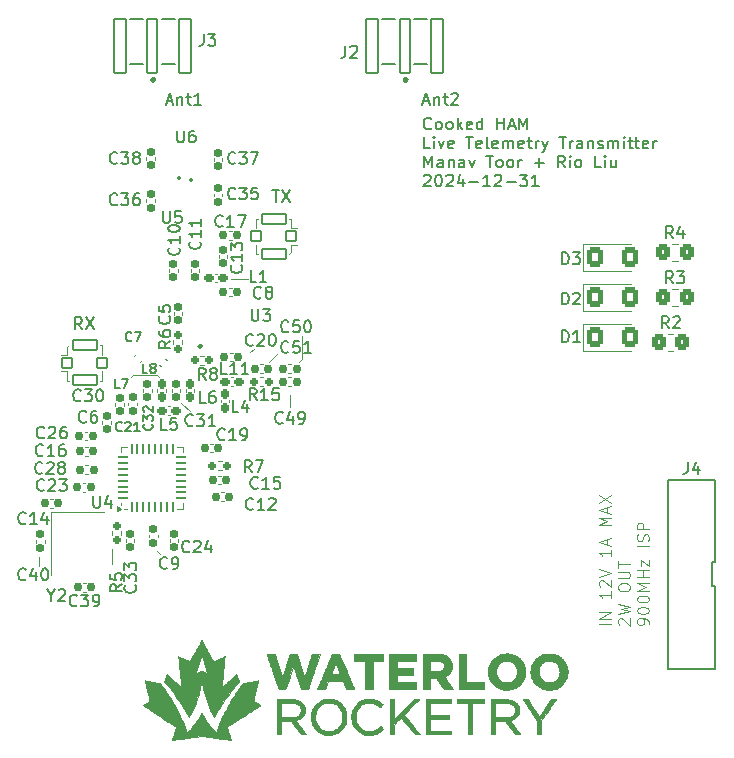
<source format=gto>
%TF.GenerationSoftware,KiCad,Pcbnew,8.0.6*%
%TF.CreationDate,2025-01-08T17:22:55-05:00*%
%TF.ProjectId,LTT,4c54542e-6b69-4636-9164-5f7063625858,rev?*%
%TF.SameCoordinates,Original*%
%TF.FileFunction,Legend,Top*%
%TF.FilePolarity,Positive*%
%FSLAX46Y46*%
G04 Gerber Fmt 4.6, Leading zero omitted, Abs format (unit mm)*
G04 Created by KiCad (PCBNEW 8.0.6) date 2025-01-08 17:22:55*
%MOMM*%
%LPD*%
G01*
G04 APERTURE LIST*
G04 Aperture macros list*
%AMRoundRect*
0 Rectangle with rounded corners*
0 $1 Rounding radius*
0 $2 $3 $4 $5 $6 $7 $8 $9 X,Y pos of 4 corners*
0 Add a 4 corners polygon primitive as box body*
4,1,4,$2,$3,$4,$5,$6,$7,$8,$9,$2,$3,0*
0 Add four circle primitives for the rounded corners*
1,1,$1+$1,$2,$3*
1,1,$1+$1,$4,$5*
1,1,$1+$1,$6,$7*
1,1,$1+$1,$8,$9*
0 Add four rect primitives between the rounded corners*
20,1,$1+$1,$2,$3,$4,$5,0*
20,1,$1+$1,$4,$5,$6,$7,0*
20,1,$1+$1,$6,$7,$8,$9,0*
20,1,$1+$1,$8,$9,$2,$3,0*%
G04 Aperture macros list end*
%ADD10C,0.100000*%
%ADD11C,0.150000*%
%ADD12C,0.200000*%
%ADD13C,0.120000*%
%ADD14C,0.250000*%
%ADD15C,0.010000*%
%ADD16C,0.127000*%
%ADD17C,0.300000*%
%ADD18C,0.152400*%
%ADD19C,1.000000*%
%ADD20RoundRect,0.160000X0.160000X-0.222500X0.160000X0.222500X-0.160000X0.222500X-0.160000X-0.222500X0*%
%ADD21RoundRect,0.155000X-0.155000X0.212500X-0.155000X-0.212500X0.155000X-0.212500X0.155000X0.212500X0*%
%ADD22RoundRect,0.155000X-0.212500X-0.155000X0.212500X-0.155000X0.212500X0.155000X-0.212500X0.155000X0*%
%ADD23C,0.800000*%
%ADD24C,6.400000*%
%ADD25RoundRect,0.155000X0.155000X-0.212500X0.155000X0.212500X-0.155000X0.212500X-0.155000X-0.212500X0*%
%ADD26RoundRect,0.155000X0.212500X0.155000X-0.212500X0.155000X-0.212500X-0.155000X0.212500X-0.155000X0*%
%ADD27R,0.300000X0.750000*%
%ADD28R,0.750000X0.300000*%
%ADD29R,1.700000X1.700000*%
%ADD30R,1.800000X2.100000*%
%ADD31RoundRect,0.160000X0.197500X0.160000X-0.197500X0.160000X-0.197500X-0.160000X0.197500X-0.160000X0*%
%ADD32RoundRect,0.062500X0.062500X-0.375000X0.062500X0.375000X-0.062500X0.375000X-0.062500X-0.375000X0*%
%ADD33RoundRect,0.062500X0.375000X-0.062500X0.375000X0.062500X-0.375000X0.062500X-0.375000X-0.062500X0*%
%ADD34R,3.450000X3.450000*%
%ADD35RoundRect,0.100000X-0.400000X0.400000X-0.400000X-0.400000X0.400000X-0.400000X0.400000X0.400000X0*%
%ADD36RoundRect,0.105000X-0.995000X0.420000X-0.995000X-0.420000X0.995000X-0.420000X0.995000X0.420000X0*%
%ADD37RoundRect,0.250000X-0.350000X-0.450000X0.350000X-0.450000X0.350000X0.450000X-0.350000X0.450000X0*%
%ADD38RoundRect,0.160000X0.222500X0.160000X-0.222500X0.160000X-0.222500X-0.160000X0.222500X-0.160000X0*%
%ADD39RoundRect,0.160000X0.160000X-0.197500X0.160000X0.197500X-0.160000X0.197500X-0.160000X-0.197500X0*%
%ADD40RoundRect,0.160000X0.270468X-0.044194X-0.044194X0.270468X-0.270468X0.044194X0.044194X-0.270468X0*%
%ADD41RoundRect,0.155000X0.040659X0.259862X-0.259862X-0.040659X-0.040659X-0.259862X0.259862X0.040659X0*%
%ADD42RoundRect,0.102000X0.425000X2.280000X-0.425000X2.280000X-0.425000X-2.280000X0.425000X-2.280000X0*%
%ADD43RoundRect,0.102000X0.500000X2.280000X-0.500000X2.280000X-0.500000X-2.280000X0.500000X-2.280000X0*%
%ADD44RoundRect,0.250001X-0.462499X-0.624999X0.462499X-0.624999X0.462499X0.624999X-0.462499X0.624999X0*%
%ADD45RoundRect,0.160000X-0.197500X-0.160000X0.197500X-0.160000X0.197500X0.160000X-0.197500X0.160000X0*%
%ADD46RoundRect,0.160000X-0.222500X-0.160000X0.222500X-0.160000X0.222500X0.160000X-0.222500X0.160000X0*%
%ADD47R,0.355600X0.279400*%
%ADD48R,1.397000X0.812800*%
%ADD49RoundRect,0.100000X0.400000X-0.400000X0.400000X0.400000X-0.400000X0.400000X-0.400000X-0.400000X0*%
%ADD50RoundRect,0.105000X0.995000X-0.420000X0.995000X0.420000X-0.995000X0.420000X-0.995000X-0.420000X0*%
%ADD51C,2.200000*%
%ADD52R,1.200000X1.200000*%
%ADD53C,1.200000*%
%ADD54C,1.500000*%
G04 APERTURE END LIST*
D10*
X138500000Y-103500000D02*
X138500000Y-105500000D01*
X138500000Y-105500000D02*
X138250000Y-105750000D01*
X137500000Y-108500000D02*
X137500000Y-109500000D01*
X126400000Y-107000000D02*
X126200000Y-106800000D01*
X126150000Y-106800000D02*
X124200000Y-106800000D01*
X122400000Y-121600000D02*
X122400000Y-122800000D01*
X132500000Y-98700000D02*
X133900000Y-98700000D01*
X126250000Y-121750000D02*
X126500000Y-122000000D01*
X116250000Y-122250000D02*
X116250000Y-123000000D01*
X124200000Y-106800000D02*
X124000000Y-107000000D01*
X128300000Y-109200000D02*
X129000000Y-109900000D01*
X136500000Y-105000000D02*
X135750000Y-105750000D01*
X134100000Y-104900000D02*
X134400000Y-104600000D01*
D11*
X134238095Y-101254819D02*
X134238095Y-102064342D01*
X134238095Y-102064342D02*
X134285714Y-102159580D01*
X134285714Y-102159580D02*
X134333333Y-102207200D01*
X134333333Y-102207200D02*
X134428571Y-102254819D01*
X134428571Y-102254819D02*
X134619047Y-102254819D01*
X134619047Y-102254819D02*
X134714285Y-102207200D01*
X134714285Y-102207200D02*
X134761904Y-102159580D01*
X134761904Y-102159580D02*
X134809523Y-102064342D01*
X134809523Y-102064342D02*
X134809523Y-101254819D01*
X135190476Y-101254819D02*
X135809523Y-101254819D01*
X135809523Y-101254819D02*
X135476190Y-101635771D01*
X135476190Y-101635771D02*
X135619047Y-101635771D01*
X135619047Y-101635771D02*
X135714285Y-101683390D01*
X135714285Y-101683390D02*
X135761904Y-101731009D01*
X135761904Y-101731009D02*
X135809523Y-101826247D01*
X135809523Y-101826247D02*
X135809523Y-102064342D01*
X135809523Y-102064342D02*
X135761904Y-102159580D01*
X135761904Y-102159580D02*
X135714285Y-102207200D01*
X135714285Y-102207200D02*
X135619047Y-102254819D01*
X135619047Y-102254819D02*
X135333333Y-102254819D01*
X135333333Y-102254819D02*
X135238095Y-102207200D01*
X135238095Y-102207200D02*
X135190476Y-102159580D01*
D12*
X149441101Y-85942148D02*
X149393482Y-85989768D01*
X149393482Y-85989768D02*
X149250625Y-86037387D01*
X149250625Y-86037387D02*
X149155387Y-86037387D01*
X149155387Y-86037387D02*
X149012530Y-85989768D01*
X149012530Y-85989768D02*
X148917292Y-85894529D01*
X148917292Y-85894529D02*
X148869673Y-85799291D01*
X148869673Y-85799291D02*
X148822054Y-85608815D01*
X148822054Y-85608815D02*
X148822054Y-85465958D01*
X148822054Y-85465958D02*
X148869673Y-85275482D01*
X148869673Y-85275482D02*
X148917292Y-85180244D01*
X148917292Y-85180244D02*
X149012530Y-85085006D01*
X149012530Y-85085006D02*
X149155387Y-85037387D01*
X149155387Y-85037387D02*
X149250625Y-85037387D01*
X149250625Y-85037387D02*
X149393482Y-85085006D01*
X149393482Y-85085006D02*
X149441101Y-85132625D01*
X150012530Y-86037387D02*
X149917292Y-85989768D01*
X149917292Y-85989768D02*
X149869673Y-85942148D01*
X149869673Y-85942148D02*
X149822054Y-85846910D01*
X149822054Y-85846910D02*
X149822054Y-85561196D01*
X149822054Y-85561196D02*
X149869673Y-85465958D01*
X149869673Y-85465958D02*
X149917292Y-85418339D01*
X149917292Y-85418339D02*
X150012530Y-85370720D01*
X150012530Y-85370720D02*
X150155387Y-85370720D01*
X150155387Y-85370720D02*
X150250625Y-85418339D01*
X150250625Y-85418339D02*
X150298244Y-85465958D01*
X150298244Y-85465958D02*
X150345863Y-85561196D01*
X150345863Y-85561196D02*
X150345863Y-85846910D01*
X150345863Y-85846910D02*
X150298244Y-85942148D01*
X150298244Y-85942148D02*
X150250625Y-85989768D01*
X150250625Y-85989768D02*
X150155387Y-86037387D01*
X150155387Y-86037387D02*
X150012530Y-86037387D01*
X150917292Y-86037387D02*
X150822054Y-85989768D01*
X150822054Y-85989768D02*
X150774435Y-85942148D01*
X150774435Y-85942148D02*
X150726816Y-85846910D01*
X150726816Y-85846910D02*
X150726816Y-85561196D01*
X150726816Y-85561196D02*
X150774435Y-85465958D01*
X150774435Y-85465958D02*
X150822054Y-85418339D01*
X150822054Y-85418339D02*
X150917292Y-85370720D01*
X150917292Y-85370720D02*
X151060149Y-85370720D01*
X151060149Y-85370720D02*
X151155387Y-85418339D01*
X151155387Y-85418339D02*
X151203006Y-85465958D01*
X151203006Y-85465958D02*
X151250625Y-85561196D01*
X151250625Y-85561196D02*
X151250625Y-85846910D01*
X151250625Y-85846910D02*
X151203006Y-85942148D01*
X151203006Y-85942148D02*
X151155387Y-85989768D01*
X151155387Y-85989768D02*
X151060149Y-86037387D01*
X151060149Y-86037387D02*
X150917292Y-86037387D01*
X151679197Y-86037387D02*
X151679197Y-85037387D01*
X151774435Y-85656434D02*
X152060149Y-86037387D01*
X152060149Y-85370720D02*
X151679197Y-85751672D01*
X152869673Y-85989768D02*
X152774435Y-86037387D01*
X152774435Y-86037387D02*
X152583959Y-86037387D01*
X152583959Y-86037387D02*
X152488721Y-85989768D01*
X152488721Y-85989768D02*
X152441102Y-85894529D01*
X152441102Y-85894529D02*
X152441102Y-85513577D01*
X152441102Y-85513577D02*
X152488721Y-85418339D01*
X152488721Y-85418339D02*
X152583959Y-85370720D01*
X152583959Y-85370720D02*
X152774435Y-85370720D01*
X152774435Y-85370720D02*
X152869673Y-85418339D01*
X152869673Y-85418339D02*
X152917292Y-85513577D01*
X152917292Y-85513577D02*
X152917292Y-85608815D01*
X152917292Y-85608815D02*
X152441102Y-85704053D01*
X153774435Y-86037387D02*
X153774435Y-85037387D01*
X153774435Y-85989768D02*
X153679197Y-86037387D01*
X153679197Y-86037387D02*
X153488721Y-86037387D01*
X153488721Y-86037387D02*
X153393483Y-85989768D01*
X153393483Y-85989768D02*
X153345864Y-85942148D01*
X153345864Y-85942148D02*
X153298245Y-85846910D01*
X153298245Y-85846910D02*
X153298245Y-85561196D01*
X153298245Y-85561196D02*
X153345864Y-85465958D01*
X153345864Y-85465958D02*
X153393483Y-85418339D01*
X153393483Y-85418339D02*
X153488721Y-85370720D01*
X153488721Y-85370720D02*
X153679197Y-85370720D01*
X153679197Y-85370720D02*
X153774435Y-85418339D01*
X155012531Y-86037387D02*
X155012531Y-85037387D01*
X155012531Y-85513577D02*
X155583959Y-85513577D01*
X155583959Y-86037387D02*
X155583959Y-85037387D01*
X156012531Y-85751672D02*
X156488721Y-85751672D01*
X155917293Y-86037387D02*
X156250626Y-85037387D01*
X156250626Y-85037387D02*
X156583959Y-86037387D01*
X156917293Y-86037387D02*
X156917293Y-85037387D01*
X156917293Y-85037387D02*
X157250626Y-85751672D01*
X157250626Y-85751672D02*
X157583959Y-85037387D01*
X157583959Y-85037387D02*
X157583959Y-86037387D01*
X149345863Y-87647331D02*
X148869673Y-87647331D01*
X148869673Y-87647331D02*
X148869673Y-86647331D01*
X149679197Y-87647331D02*
X149679197Y-86980664D01*
X149679197Y-86647331D02*
X149631578Y-86694950D01*
X149631578Y-86694950D02*
X149679197Y-86742569D01*
X149679197Y-86742569D02*
X149726816Y-86694950D01*
X149726816Y-86694950D02*
X149679197Y-86647331D01*
X149679197Y-86647331D02*
X149679197Y-86742569D01*
X150060149Y-86980664D02*
X150298244Y-87647331D01*
X150298244Y-87647331D02*
X150536339Y-86980664D01*
X151298244Y-87599712D02*
X151203006Y-87647331D01*
X151203006Y-87647331D02*
X151012530Y-87647331D01*
X151012530Y-87647331D02*
X150917292Y-87599712D01*
X150917292Y-87599712D02*
X150869673Y-87504473D01*
X150869673Y-87504473D02*
X150869673Y-87123521D01*
X150869673Y-87123521D02*
X150917292Y-87028283D01*
X150917292Y-87028283D02*
X151012530Y-86980664D01*
X151012530Y-86980664D02*
X151203006Y-86980664D01*
X151203006Y-86980664D02*
X151298244Y-87028283D01*
X151298244Y-87028283D02*
X151345863Y-87123521D01*
X151345863Y-87123521D02*
X151345863Y-87218759D01*
X151345863Y-87218759D02*
X150869673Y-87313997D01*
X152393483Y-86647331D02*
X152964911Y-86647331D01*
X152679197Y-87647331D02*
X152679197Y-86647331D01*
X153679197Y-87599712D02*
X153583959Y-87647331D01*
X153583959Y-87647331D02*
X153393483Y-87647331D01*
X153393483Y-87647331D02*
X153298245Y-87599712D01*
X153298245Y-87599712D02*
X153250626Y-87504473D01*
X153250626Y-87504473D02*
X153250626Y-87123521D01*
X153250626Y-87123521D02*
X153298245Y-87028283D01*
X153298245Y-87028283D02*
X153393483Y-86980664D01*
X153393483Y-86980664D02*
X153583959Y-86980664D01*
X153583959Y-86980664D02*
X153679197Y-87028283D01*
X153679197Y-87028283D02*
X153726816Y-87123521D01*
X153726816Y-87123521D02*
X153726816Y-87218759D01*
X153726816Y-87218759D02*
X153250626Y-87313997D01*
X154298245Y-87647331D02*
X154203007Y-87599712D01*
X154203007Y-87599712D02*
X154155388Y-87504473D01*
X154155388Y-87504473D02*
X154155388Y-86647331D01*
X155060150Y-87599712D02*
X154964912Y-87647331D01*
X154964912Y-87647331D02*
X154774436Y-87647331D01*
X154774436Y-87647331D02*
X154679198Y-87599712D01*
X154679198Y-87599712D02*
X154631579Y-87504473D01*
X154631579Y-87504473D02*
X154631579Y-87123521D01*
X154631579Y-87123521D02*
X154679198Y-87028283D01*
X154679198Y-87028283D02*
X154774436Y-86980664D01*
X154774436Y-86980664D02*
X154964912Y-86980664D01*
X154964912Y-86980664D02*
X155060150Y-87028283D01*
X155060150Y-87028283D02*
X155107769Y-87123521D01*
X155107769Y-87123521D02*
X155107769Y-87218759D01*
X155107769Y-87218759D02*
X154631579Y-87313997D01*
X155536341Y-87647331D02*
X155536341Y-86980664D01*
X155536341Y-87075902D02*
X155583960Y-87028283D01*
X155583960Y-87028283D02*
X155679198Y-86980664D01*
X155679198Y-86980664D02*
X155822055Y-86980664D01*
X155822055Y-86980664D02*
X155917293Y-87028283D01*
X155917293Y-87028283D02*
X155964912Y-87123521D01*
X155964912Y-87123521D02*
X155964912Y-87647331D01*
X155964912Y-87123521D02*
X156012531Y-87028283D01*
X156012531Y-87028283D02*
X156107769Y-86980664D01*
X156107769Y-86980664D02*
X156250626Y-86980664D01*
X156250626Y-86980664D02*
X156345865Y-87028283D01*
X156345865Y-87028283D02*
X156393484Y-87123521D01*
X156393484Y-87123521D02*
X156393484Y-87647331D01*
X157250626Y-87599712D02*
X157155388Y-87647331D01*
X157155388Y-87647331D02*
X156964912Y-87647331D01*
X156964912Y-87647331D02*
X156869674Y-87599712D01*
X156869674Y-87599712D02*
X156822055Y-87504473D01*
X156822055Y-87504473D02*
X156822055Y-87123521D01*
X156822055Y-87123521D02*
X156869674Y-87028283D01*
X156869674Y-87028283D02*
X156964912Y-86980664D01*
X156964912Y-86980664D02*
X157155388Y-86980664D01*
X157155388Y-86980664D02*
X157250626Y-87028283D01*
X157250626Y-87028283D02*
X157298245Y-87123521D01*
X157298245Y-87123521D02*
X157298245Y-87218759D01*
X157298245Y-87218759D02*
X156822055Y-87313997D01*
X157583960Y-86980664D02*
X157964912Y-86980664D01*
X157726817Y-86647331D02*
X157726817Y-87504473D01*
X157726817Y-87504473D02*
X157774436Y-87599712D01*
X157774436Y-87599712D02*
X157869674Y-87647331D01*
X157869674Y-87647331D02*
X157964912Y-87647331D01*
X158298246Y-87647331D02*
X158298246Y-86980664D01*
X158298246Y-87171140D02*
X158345865Y-87075902D01*
X158345865Y-87075902D02*
X158393484Y-87028283D01*
X158393484Y-87028283D02*
X158488722Y-86980664D01*
X158488722Y-86980664D02*
X158583960Y-86980664D01*
X158822056Y-86980664D02*
X159060151Y-87647331D01*
X159298246Y-86980664D02*
X159060151Y-87647331D01*
X159060151Y-87647331D02*
X158964913Y-87885426D01*
X158964913Y-87885426D02*
X158917294Y-87933045D01*
X158917294Y-87933045D02*
X158822056Y-87980664D01*
X160298247Y-86647331D02*
X160869675Y-86647331D01*
X160583961Y-87647331D02*
X160583961Y-86647331D01*
X161203009Y-87647331D02*
X161203009Y-86980664D01*
X161203009Y-87171140D02*
X161250628Y-87075902D01*
X161250628Y-87075902D02*
X161298247Y-87028283D01*
X161298247Y-87028283D02*
X161393485Y-86980664D01*
X161393485Y-86980664D02*
X161488723Y-86980664D01*
X162250628Y-87647331D02*
X162250628Y-87123521D01*
X162250628Y-87123521D02*
X162203009Y-87028283D01*
X162203009Y-87028283D02*
X162107771Y-86980664D01*
X162107771Y-86980664D02*
X161917295Y-86980664D01*
X161917295Y-86980664D02*
X161822057Y-87028283D01*
X162250628Y-87599712D02*
X162155390Y-87647331D01*
X162155390Y-87647331D02*
X161917295Y-87647331D01*
X161917295Y-87647331D02*
X161822057Y-87599712D01*
X161822057Y-87599712D02*
X161774438Y-87504473D01*
X161774438Y-87504473D02*
X161774438Y-87409235D01*
X161774438Y-87409235D02*
X161822057Y-87313997D01*
X161822057Y-87313997D02*
X161917295Y-87266378D01*
X161917295Y-87266378D02*
X162155390Y-87266378D01*
X162155390Y-87266378D02*
X162250628Y-87218759D01*
X162726819Y-86980664D02*
X162726819Y-87647331D01*
X162726819Y-87075902D02*
X162774438Y-87028283D01*
X162774438Y-87028283D02*
X162869676Y-86980664D01*
X162869676Y-86980664D02*
X163012533Y-86980664D01*
X163012533Y-86980664D02*
X163107771Y-87028283D01*
X163107771Y-87028283D02*
X163155390Y-87123521D01*
X163155390Y-87123521D02*
X163155390Y-87647331D01*
X163583962Y-87599712D02*
X163679200Y-87647331D01*
X163679200Y-87647331D02*
X163869676Y-87647331D01*
X163869676Y-87647331D02*
X163964914Y-87599712D01*
X163964914Y-87599712D02*
X164012533Y-87504473D01*
X164012533Y-87504473D02*
X164012533Y-87456854D01*
X164012533Y-87456854D02*
X163964914Y-87361616D01*
X163964914Y-87361616D02*
X163869676Y-87313997D01*
X163869676Y-87313997D02*
X163726819Y-87313997D01*
X163726819Y-87313997D02*
X163631581Y-87266378D01*
X163631581Y-87266378D02*
X163583962Y-87171140D01*
X163583962Y-87171140D02*
X163583962Y-87123521D01*
X163583962Y-87123521D02*
X163631581Y-87028283D01*
X163631581Y-87028283D02*
X163726819Y-86980664D01*
X163726819Y-86980664D02*
X163869676Y-86980664D01*
X163869676Y-86980664D02*
X163964914Y-87028283D01*
X164441105Y-87647331D02*
X164441105Y-86980664D01*
X164441105Y-87075902D02*
X164488724Y-87028283D01*
X164488724Y-87028283D02*
X164583962Y-86980664D01*
X164583962Y-86980664D02*
X164726819Y-86980664D01*
X164726819Y-86980664D02*
X164822057Y-87028283D01*
X164822057Y-87028283D02*
X164869676Y-87123521D01*
X164869676Y-87123521D02*
X164869676Y-87647331D01*
X164869676Y-87123521D02*
X164917295Y-87028283D01*
X164917295Y-87028283D02*
X165012533Y-86980664D01*
X165012533Y-86980664D02*
X165155390Y-86980664D01*
X165155390Y-86980664D02*
X165250629Y-87028283D01*
X165250629Y-87028283D02*
X165298248Y-87123521D01*
X165298248Y-87123521D02*
X165298248Y-87647331D01*
X165774438Y-87647331D02*
X165774438Y-86980664D01*
X165774438Y-86647331D02*
X165726819Y-86694950D01*
X165726819Y-86694950D02*
X165774438Y-86742569D01*
X165774438Y-86742569D02*
X165822057Y-86694950D01*
X165822057Y-86694950D02*
X165774438Y-86647331D01*
X165774438Y-86647331D02*
X165774438Y-86742569D01*
X166107771Y-86980664D02*
X166488723Y-86980664D01*
X166250628Y-86647331D02*
X166250628Y-87504473D01*
X166250628Y-87504473D02*
X166298247Y-87599712D01*
X166298247Y-87599712D02*
X166393485Y-87647331D01*
X166393485Y-87647331D02*
X166488723Y-87647331D01*
X166679200Y-86980664D02*
X167060152Y-86980664D01*
X166822057Y-86647331D02*
X166822057Y-87504473D01*
X166822057Y-87504473D02*
X166869676Y-87599712D01*
X166869676Y-87599712D02*
X166964914Y-87647331D01*
X166964914Y-87647331D02*
X167060152Y-87647331D01*
X167774438Y-87599712D02*
X167679200Y-87647331D01*
X167679200Y-87647331D02*
X167488724Y-87647331D01*
X167488724Y-87647331D02*
X167393486Y-87599712D01*
X167393486Y-87599712D02*
X167345867Y-87504473D01*
X167345867Y-87504473D02*
X167345867Y-87123521D01*
X167345867Y-87123521D02*
X167393486Y-87028283D01*
X167393486Y-87028283D02*
X167488724Y-86980664D01*
X167488724Y-86980664D02*
X167679200Y-86980664D01*
X167679200Y-86980664D02*
X167774438Y-87028283D01*
X167774438Y-87028283D02*
X167822057Y-87123521D01*
X167822057Y-87123521D02*
X167822057Y-87218759D01*
X167822057Y-87218759D02*
X167345867Y-87313997D01*
X168250629Y-87647331D02*
X168250629Y-86980664D01*
X168250629Y-87171140D02*
X168298248Y-87075902D01*
X168298248Y-87075902D02*
X168345867Y-87028283D01*
X168345867Y-87028283D02*
X168441105Y-86980664D01*
X168441105Y-86980664D02*
X168536343Y-86980664D01*
X148869673Y-89257275D02*
X148869673Y-88257275D01*
X148869673Y-88257275D02*
X149203006Y-88971560D01*
X149203006Y-88971560D02*
X149536339Y-88257275D01*
X149536339Y-88257275D02*
X149536339Y-89257275D01*
X150441101Y-89257275D02*
X150441101Y-88733465D01*
X150441101Y-88733465D02*
X150393482Y-88638227D01*
X150393482Y-88638227D02*
X150298244Y-88590608D01*
X150298244Y-88590608D02*
X150107768Y-88590608D01*
X150107768Y-88590608D02*
X150012530Y-88638227D01*
X150441101Y-89209656D02*
X150345863Y-89257275D01*
X150345863Y-89257275D02*
X150107768Y-89257275D01*
X150107768Y-89257275D02*
X150012530Y-89209656D01*
X150012530Y-89209656D02*
X149964911Y-89114417D01*
X149964911Y-89114417D02*
X149964911Y-89019179D01*
X149964911Y-89019179D02*
X150012530Y-88923941D01*
X150012530Y-88923941D02*
X150107768Y-88876322D01*
X150107768Y-88876322D02*
X150345863Y-88876322D01*
X150345863Y-88876322D02*
X150441101Y-88828703D01*
X150917292Y-88590608D02*
X150917292Y-89257275D01*
X150917292Y-88685846D02*
X150964911Y-88638227D01*
X150964911Y-88638227D02*
X151060149Y-88590608D01*
X151060149Y-88590608D02*
X151203006Y-88590608D01*
X151203006Y-88590608D02*
X151298244Y-88638227D01*
X151298244Y-88638227D02*
X151345863Y-88733465D01*
X151345863Y-88733465D02*
X151345863Y-89257275D01*
X152250625Y-89257275D02*
X152250625Y-88733465D01*
X152250625Y-88733465D02*
X152203006Y-88638227D01*
X152203006Y-88638227D02*
X152107768Y-88590608D01*
X152107768Y-88590608D02*
X151917292Y-88590608D01*
X151917292Y-88590608D02*
X151822054Y-88638227D01*
X152250625Y-89209656D02*
X152155387Y-89257275D01*
X152155387Y-89257275D02*
X151917292Y-89257275D01*
X151917292Y-89257275D02*
X151822054Y-89209656D01*
X151822054Y-89209656D02*
X151774435Y-89114417D01*
X151774435Y-89114417D02*
X151774435Y-89019179D01*
X151774435Y-89019179D02*
X151822054Y-88923941D01*
X151822054Y-88923941D02*
X151917292Y-88876322D01*
X151917292Y-88876322D02*
X152155387Y-88876322D01*
X152155387Y-88876322D02*
X152250625Y-88828703D01*
X152631578Y-88590608D02*
X152869673Y-89257275D01*
X152869673Y-89257275D02*
X153107768Y-88590608D01*
X154107769Y-88257275D02*
X154679197Y-88257275D01*
X154393483Y-89257275D02*
X154393483Y-88257275D01*
X155155388Y-89257275D02*
X155060150Y-89209656D01*
X155060150Y-89209656D02*
X155012531Y-89162036D01*
X155012531Y-89162036D02*
X154964912Y-89066798D01*
X154964912Y-89066798D02*
X154964912Y-88781084D01*
X154964912Y-88781084D02*
X155012531Y-88685846D01*
X155012531Y-88685846D02*
X155060150Y-88638227D01*
X155060150Y-88638227D02*
X155155388Y-88590608D01*
X155155388Y-88590608D02*
X155298245Y-88590608D01*
X155298245Y-88590608D02*
X155393483Y-88638227D01*
X155393483Y-88638227D02*
X155441102Y-88685846D01*
X155441102Y-88685846D02*
X155488721Y-88781084D01*
X155488721Y-88781084D02*
X155488721Y-89066798D01*
X155488721Y-89066798D02*
X155441102Y-89162036D01*
X155441102Y-89162036D02*
X155393483Y-89209656D01*
X155393483Y-89209656D02*
X155298245Y-89257275D01*
X155298245Y-89257275D02*
X155155388Y-89257275D01*
X156060150Y-89257275D02*
X155964912Y-89209656D01*
X155964912Y-89209656D02*
X155917293Y-89162036D01*
X155917293Y-89162036D02*
X155869674Y-89066798D01*
X155869674Y-89066798D02*
X155869674Y-88781084D01*
X155869674Y-88781084D02*
X155917293Y-88685846D01*
X155917293Y-88685846D02*
X155964912Y-88638227D01*
X155964912Y-88638227D02*
X156060150Y-88590608D01*
X156060150Y-88590608D02*
X156203007Y-88590608D01*
X156203007Y-88590608D02*
X156298245Y-88638227D01*
X156298245Y-88638227D02*
X156345864Y-88685846D01*
X156345864Y-88685846D02*
X156393483Y-88781084D01*
X156393483Y-88781084D02*
X156393483Y-89066798D01*
X156393483Y-89066798D02*
X156345864Y-89162036D01*
X156345864Y-89162036D02*
X156298245Y-89209656D01*
X156298245Y-89209656D02*
X156203007Y-89257275D01*
X156203007Y-89257275D02*
X156060150Y-89257275D01*
X156822055Y-89257275D02*
X156822055Y-88590608D01*
X156822055Y-88781084D02*
X156869674Y-88685846D01*
X156869674Y-88685846D02*
X156917293Y-88638227D01*
X156917293Y-88638227D02*
X157012531Y-88590608D01*
X157012531Y-88590608D02*
X157107769Y-88590608D01*
X158203008Y-88876322D02*
X158964913Y-88876322D01*
X158583960Y-89257275D02*
X158583960Y-88495370D01*
X160774436Y-89257275D02*
X160441103Y-88781084D01*
X160203008Y-89257275D02*
X160203008Y-88257275D01*
X160203008Y-88257275D02*
X160583960Y-88257275D01*
X160583960Y-88257275D02*
X160679198Y-88304894D01*
X160679198Y-88304894D02*
X160726817Y-88352513D01*
X160726817Y-88352513D02*
X160774436Y-88447751D01*
X160774436Y-88447751D02*
X160774436Y-88590608D01*
X160774436Y-88590608D02*
X160726817Y-88685846D01*
X160726817Y-88685846D02*
X160679198Y-88733465D01*
X160679198Y-88733465D02*
X160583960Y-88781084D01*
X160583960Y-88781084D02*
X160203008Y-88781084D01*
X161203008Y-89257275D02*
X161203008Y-88590608D01*
X161203008Y-88257275D02*
X161155389Y-88304894D01*
X161155389Y-88304894D02*
X161203008Y-88352513D01*
X161203008Y-88352513D02*
X161250627Y-88304894D01*
X161250627Y-88304894D02*
X161203008Y-88257275D01*
X161203008Y-88257275D02*
X161203008Y-88352513D01*
X161822055Y-89257275D02*
X161726817Y-89209656D01*
X161726817Y-89209656D02*
X161679198Y-89162036D01*
X161679198Y-89162036D02*
X161631579Y-89066798D01*
X161631579Y-89066798D02*
X161631579Y-88781084D01*
X161631579Y-88781084D02*
X161679198Y-88685846D01*
X161679198Y-88685846D02*
X161726817Y-88638227D01*
X161726817Y-88638227D02*
X161822055Y-88590608D01*
X161822055Y-88590608D02*
X161964912Y-88590608D01*
X161964912Y-88590608D02*
X162060150Y-88638227D01*
X162060150Y-88638227D02*
X162107769Y-88685846D01*
X162107769Y-88685846D02*
X162155388Y-88781084D01*
X162155388Y-88781084D02*
X162155388Y-89066798D01*
X162155388Y-89066798D02*
X162107769Y-89162036D01*
X162107769Y-89162036D02*
X162060150Y-89209656D01*
X162060150Y-89209656D02*
X161964912Y-89257275D01*
X161964912Y-89257275D02*
X161822055Y-89257275D01*
X163822055Y-89257275D02*
X163345865Y-89257275D01*
X163345865Y-89257275D02*
X163345865Y-88257275D01*
X164155389Y-89257275D02*
X164155389Y-88590608D01*
X164155389Y-88257275D02*
X164107770Y-88304894D01*
X164107770Y-88304894D02*
X164155389Y-88352513D01*
X164155389Y-88352513D02*
X164203008Y-88304894D01*
X164203008Y-88304894D02*
X164155389Y-88257275D01*
X164155389Y-88257275D02*
X164155389Y-88352513D01*
X165060150Y-88590608D02*
X165060150Y-89257275D01*
X164631579Y-88590608D02*
X164631579Y-89114417D01*
X164631579Y-89114417D02*
X164679198Y-89209656D01*
X164679198Y-89209656D02*
X164774436Y-89257275D01*
X164774436Y-89257275D02*
X164917293Y-89257275D01*
X164917293Y-89257275D02*
X165012531Y-89209656D01*
X165012531Y-89209656D02*
X165060150Y-89162036D01*
X148822054Y-89962457D02*
X148869673Y-89914838D01*
X148869673Y-89914838D02*
X148964911Y-89867219D01*
X148964911Y-89867219D02*
X149203006Y-89867219D01*
X149203006Y-89867219D02*
X149298244Y-89914838D01*
X149298244Y-89914838D02*
X149345863Y-89962457D01*
X149345863Y-89962457D02*
X149393482Y-90057695D01*
X149393482Y-90057695D02*
X149393482Y-90152933D01*
X149393482Y-90152933D02*
X149345863Y-90295790D01*
X149345863Y-90295790D02*
X148774435Y-90867219D01*
X148774435Y-90867219D02*
X149393482Y-90867219D01*
X150012530Y-89867219D02*
X150107768Y-89867219D01*
X150107768Y-89867219D02*
X150203006Y-89914838D01*
X150203006Y-89914838D02*
X150250625Y-89962457D01*
X150250625Y-89962457D02*
X150298244Y-90057695D01*
X150298244Y-90057695D02*
X150345863Y-90248171D01*
X150345863Y-90248171D02*
X150345863Y-90486266D01*
X150345863Y-90486266D02*
X150298244Y-90676742D01*
X150298244Y-90676742D02*
X150250625Y-90771980D01*
X150250625Y-90771980D02*
X150203006Y-90819600D01*
X150203006Y-90819600D02*
X150107768Y-90867219D01*
X150107768Y-90867219D02*
X150012530Y-90867219D01*
X150012530Y-90867219D02*
X149917292Y-90819600D01*
X149917292Y-90819600D02*
X149869673Y-90771980D01*
X149869673Y-90771980D02*
X149822054Y-90676742D01*
X149822054Y-90676742D02*
X149774435Y-90486266D01*
X149774435Y-90486266D02*
X149774435Y-90248171D01*
X149774435Y-90248171D02*
X149822054Y-90057695D01*
X149822054Y-90057695D02*
X149869673Y-89962457D01*
X149869673Y-89962457D02*
X149917292Y-89914838D01*
X149917292Y-89914838D02*
X150012530Y-89867219D01*
X150726816Y-89962457D02*
X150774435Y-89914838D01*
X150774435Y-89914838D02*
X150869673Y-89867219D01*
X150869673Y-89867219D02*
X151107768Y-89867219D01*
X151107768Y-89867219D02*
X151203006Y-89914838D01*
X151203006Y-89914838D02*
X151250625Y-89962457D01*
X151250625Y-89962457D02*
X151298244Y-90057695D01*
X151298244Y-90057695D02*
X151298244Y-90152933D01*
X151298244Y-90152933D02*
X151250625Y-90295790D01*
X151250625Y-90295790D02*
X150679197Y-90867219D01*
X150679197Y-90867219D02*
X151298244Y-90867219D01*
X152155387Y-90200552D02*
X152155387Y-90867219D01*
X151917292Y-89819600D02*
X151679197Y-90533885D01*
X151679197Y-90533885D02*
X152298244Y-90533885D01*
X152679197Y-90486266D02*
X153441102Y-90486266D01*
X154441101Y-90867219D02*
X153869673Y-90867219D01*
X154155387Y-90867219D02*
X154155387Y-89867219D01*
X154155387Y-89867219D02*
X154060149Y-90010076D01*
X154060149Y-90010076D02*
X153964911Y-90105314D01*
X153964911Y-90105314D02*
X153869673Y-90152933D01*
X154822054Y-89962457D02*
X154869673Y-89914838D01*
X154869673Y-89914838D02*
X154964911Y-89867219D01*
X154964911Y-89867219D02*
X155203006Y-89867219D01*
X155203006Y-89867219D02*
X155298244Y-89914838D01*
X155298244Y-89914838D02*
X155345863Y-89962457D01*
X155345863Y-89962457D02*
X155393482Y-90057695D01*
X155393482Y-90057695D02*
X155393482Y-90152933D01*
X155393482Y-90152933D02*
X155345863Y-90295790D01*
X155345863Y-90295790D02*
X154774435Y-90867219D01*
X154774435Y-90867219D02*
X155393482Y-90867219D01*
X155822054Y-90486266D02*
X156583959Y-90486266D01*
X156964911Y-89867219D02*
X157583958Y-89867219D01*
X157583958Y-89867219D02*
X157250625Y-90248171D01*
X157250625Y-90248171D02*
X157393482Y-90248171D01*
X157393482Y-90248171D02*
X157488720Y-90295790D01*
X157488720Y-90295790D02*
X157536339Y-90343409D01*
X157536339Y-90343409D02*
X157583958Y-90438647D01*
X157583958Y-90438647D02*
X157583958Y-90676742D01*
X157583958Y-90676742D02*
X157536339Y-90771980D01*
X157536339Y-90771980D02*
X157488720Y-90819600D01*
X157488720Y-90819600D02*
X157393482Y-90867219D01*
X157393482Y-90867219D02*
X157107768Y-90867219D01*
X157107768Y-90867219D02*
X157012530Y-90819600D01*
X157012530Y-90819600D02*
X156964911Y-90771980D01*
X158536339Y-90867219D02*
X157964911Y-90867219D01*
X158250625Y-90867219D02*
X158250625Y-89867219D01*
X158250625Y-89867219D02*
X158155387Y-90010076D01*
X158155387Y-90010076D02*
X158060149Y-90105314D01*
X158060149Y-90105314D02*
X157964911Y-90152933D01*
D10*
X164652531Y-127946115D02*
X163652531Y-127946115D01*
X164652531Y-127469925D02*
X163652531Y-127469925D01*
X163652531Y-127469925D02*
X164652531Y-126898497D01*
X164652531Y-126898497D02*
X163652531Y-126898497D01*
X164652531Y-125136592D02*
X164652531Y-125708020D01*
X164652531Y-125422306D02*
X163652531Y-125422306D01*
X163652531Y-125422306D02*
X163795388Y-125517544D01*
X163795388Y-125517544D02*
X163890626Y-125612782D01*
X163890626Y-125612782D02*
X163938245Y-125708020D01*
X163747769Y-124755639D02*
X163700150Y-124708020D01*
X163700150Y-124708020D02*
X163652531Y-124612782D01*
X163652531Y-124612782D02*
X163652531Y-124374687D01*
X163652531Y-124374687D02*
X163700150Y-124279449D01*
X163700150Y-124279449D02*
X163747769Y-124231830D01*
X163747769Y-124231830D02*
X163843007Y-124184211D01*
X163843007Y-124184211D02*
X163938245Y-124184211D01*
X163938245Y-124184211D02*
X164081102Y-124231830D01*
X164081102Y-124231830D02*
X164652531Y-124803258D01*
X164652531Y-124803258D02*
X164652531Y-124184211D01*
X163652531Y-123898496D02*
X164652531Y-123565163D01*
X164652531Y-123565163D02*
X163652531Y-123231830D01*
X164652531Y-121612782D02*
X164652531Y-122184210D01*
X164652531Y-121898496D02*
X163652531Y-121898496D01*
X163652531Y-121898496D02*
X163795388Y-121993734D01*
X163795388Y-121993734D02*
X163890626Y-122088972D01*
X163890626Y-122088972D02*
X163938245Y-122184210D01*
X164366816Y-121231829D02*
X164366816Y-120755639D01*
X164652531Y-121327067D02*
X163652531Y-120993734D01*
X163652531Y-120993734D02*
X164652531Y-120660401D01*
X164652531Y-119565162D02*
X163652531Y-119565162D01*
X163652531Y-119565162D02*
X164366816Y-119231829D01*
X164366816Y-119231829D02*
X163652531Y-118898496D01*
X163652531Y-118898496D02*
X164652531Y-118898496D01*
X164366816Y-118469924D02*
X164366816Y-117993734D01*
X164652531Y-118565162D02*
X163652531Y-118231829D01*
X163652531Y-118231829D02*
X164652531Y-117898496D01*
X163652531Y-117660400D02*
X164652531Y-116993734D01*
X163652531Y-116993734D02*
X164652531Y-117660400D01*
X165357713Y-127993734D02*
X165310094Y-127946115D01*
X165310094Y-127946115D02*
X165262475Y-127850877D01*
X165262475Y-127850877D02*
X165262475Y-127612782D01*
X165262475Y-127612782D02*
X165310094Y-127517544D01*
X165310094Y-127517544D02*
X165357713Y-127469925D01*
X165357713Y-127469925D02*
X165452951Y-127422306D01*
X165452951Y-127422306D02*
X165548189Y-127422306D01*
X165548189Y-127422306D02*
X165691046Y-127469925D01*
X165691046Y-127469925D02*
X166262475Y-128041353D01*
X166262475Y-128041353D02*
X166262475Y-127422306D01*
X165262475Y-127088972D02*
X166262475Y-126850877D01*
X166262475Y-126850877D02*
X165548189Y-126660401D01*
X165548189Y-126660401D02*
X166262475Y-126469925D01*
X166262475Y-126469925D02*
X165262475Y-126231830D01*
X165262475Y-124898496D02*
X165262475Y-124708020D01*
X165262475Y-124708020D02*
X165310094Y-124612782D01*
X165310094Y-124612782D02*
X165405332Y-124517544D01*
X165405332Y-124517544D02*
X165595808Y-124469925D01*
X165595808Y-124469925D02*
X165929141Y-124469925D01*
X165929141Y-124469925D02*
X166119617Y-124517544D01*
X166119617Y-124517544D02*
X166214856Y-124612782D01*
X166214856Y-124612782D02*
X166262475Y-124708020D01*
X166262475Y-124708020D02*
X166262475Y-124898496D01*
X166262475Y-124898496D02*
X166214856Y-124993734D01*
X166214856Y-124993734D02*
X166119617Y-125088972D01*
X166119617Y-125088972D02*
X165929141Y-125136591D01*
X165929141Y-125136591D02*
X165595808Y-125136591D01*
X165595808Y-125136591D02*
X165405332Y-125088972D01*
X165405332Y-125088972D02*
X165310094Y-124993734D01*
X165310094Y-124993734D02*
X165262475Y-124898496D01*
X165262475Y-124041353D02*
X166071998Y-124041353D01*
X166071998Y-124041353D02*
X166167236Y-123993734D01*
X166167236Y-123993734D02*
X166214856Y-123946115D01*
X166214856Y-123946115D02*
X166262475Y-123850877D01*
X166262475Y-123850877D02*
X166262475Y-123660401D01*
X166262475Y-123660401D02*
X166214856Y-123565163D01*
X166214856Y-123565163D02*
X166167236Y-123517544D01*
X166167236Y-123517544D02*
X166071998Y-123469925D01*
X166071998Y-123469925D02*
X165262475Y-123469925D01*
X165262475Y-123136591D02*
X165262475Y-122565163D01*
X166262475Y-122850877D02*
X165262475Y-122850877D01*
X167872419Y-127898496D02*
X167872419Y-127708020D01*
X167872419Y-127708020D02*
X167824800Y-127612782D01*
X167824800Y-127612782D02*
X167777180Y-127565163D01*
X167777180Y-127565163D02*
X167634323Y-127469925D01*
X167634323Y-127469925D02*
X167443847Y-127422306D01*
X167443847Y-127422306D02*
X167062895Y-127422306D01*
X167062895Y-127422306D02*
X166967657Y-127469925D01*
X166967657Y-127469925D02*
X166920038Y-127517544D01*
X166920038Y-127517544D02*
X166872419Y-127612782D01*
X166872419Y-127612782D02*
X166872419Y-127803258D01*
X166872419Y-127803258D02*
X166920038Y-127898496D01*
X166920038Y-127898496D02*
X166967657Y-127946115D01*
X166967657Y-127946115D02*
X167062895Y-127993734D01*
X167062895Y-127993734D02*
X167300990Y-127993734D01*
X167300990Y-127993734D02*
X167396228Y-127946115D01*
X167396228Y-127946115D02*
X167443847Y-127898496D01*
X167443847Y-127898496D02*
X167491466Y-127803258D01*
X167491466Y-127803258D02*
X167491466Y-127612782D01*
X167491466Y-127612782D02*
X167443847Y-127517544D01*
X167443847Y-127517544D02*
X167396228Y-127469925D01*
X167396228Y-127469925D02*
X167300990Y-127422306D01*
X166872419Y-126803258D02*
X166872419Y-126708020D01*
X166872419Y-126708020D02*
X166920038Y-126612782D01*
X166920038Y-126612782D02*
X166967657Y-126565163D01*
X166967657Y-126565163D02*
X167062895Y-126517544D01*
X167062895Y-126517544D02*
X167253371Y-126469925D01*
X167253371Y-126469925D02*
X167491466Y-126469925D01*
X167491466Y-126469925D02*
X167681942Y-126517544D01*
X167681942Y-126517544D02*
X167777180Y-126565163D01*
X167777180Y-126565163D02*
X167824800Y-126612782D01*
X167824800Y-126612782D02*
X167872419Y-126708020D01*
X167872419Y-126708020D02*
X167872419Y-126803258D01*
X167872419Y-126803258D02*
X167824800Y-126898496D01*
X167824800Y-126898496D02*
X167777180Y-126946115D01*
X167777180Y-126946115D02*
X167681942Y-126993734D01*
X167681942Y-126993734D02*
X167491466Y-127041353D01*
X167491466Y-127041353D02*
X167253371Y-127041353D01*
X167253371Y-127041353D02*
X167062895Y-126993734D01*
X167062895Y-126993734D02*
X166967657Y-126946115D01*
X166967657Y-126946115D02*
X166920038Y-126898496D01*
X166920038Y-126898496D02*
X166872419Y-126803258D01*
X166872419Y-125850877D02*
X166872419Y-125755639D01*
X166872419Y-125755639D02*
X166920038Y-125660401D01*
X166920038Y-125660401D02*
X166967657Y-125612782D01*
X166967657Y-125612782D02*
X167062895Y-125565163D01*
X167062895Y-125565163D02*
X167253371Y-125517544D01*
X167253371Y-125517544D02*
X167491466Y-125517544D01*
X167491466Y-125517544D02*
X167681942Y-125565163D01*
X167681942Y-125565163D02*
X167777180Y-125612782D01*
X167777180Y-125612782D02*
X167824800Y-125660401D01*
X167824800Y-125660401D02*
X167872419Y-125755639D01*
X167872419Y-125755639D02*
X167872419Y-125850877D01*
X167872419Y-125850877D02*
X167824800Y-125946115D01*
X167824800Y-125946115D02*
X167777180Y-125993734D01*
X167777180Y-125993734D02*
X167681942Y-126041353D01*
X167681942Y-126041353D02*
X167491466Y-126088972D01*
X167491466Y-126088972D02*
X167253371Y-126088972D01*
X167253371Y-126088972D02*
X167062895Y-126041353D01*
X167062895Y-126041353D02*
X166967657Y-125993734D01*
X166967657Y-125993734D02*
X166920038Y-125946115D01*
X166920038Y-125946115D02*
X166872419Y-125850877D01*
X167872419Y-125088972D02*
X166872419Y-125088972D01*
X166872419Y-125088972D02*
X167586704Y-124755639D01*
X167586704Y-124755639D02*
X166872419Y-124422306D01*
X166872419Y-124422306D02*
X167872419Y-124422306D01*
X167872419Y-123946115D02*
X166872419Y-123946115D01*
X167348609Y-123946115D02*
X167348609Y-123374687D01*
X167872419Y-123374687D02*
X166872419Y-123374687D01*
X167205752Y-122993734D02*
X167205752Y-122469925D01*
X167205752Y-122469925D02*
X167872419Y-122993734D01*
X167872419Y-122993734D02*
X167872419Y-122469925D01*
X167872419Y-121327067D02*
X166872419Y-121327067D01*
X167824800Y-120898496D02*
X167872419Y-120755639D01*
X167872419Y-120755639D02*
X167872419Y-120517544D01*
X167872419Y-120517544D02*
X167824800Y-120422306D01*
X167824800Y-120422306D02*
X167777180Y-120374687D01*
X167777180Y-120374687D02*
X167681942Y-120327068D01*
X167681942Y-120327068D02*
X167586704Y-120327068D01*
X167586704Y-120327068D02*
X167491466Y-120374687D01*
X167491466Y-120374687D02*
X167443847Y-120422306D01*
X167443847Y-120422306D02*
X167396228Y-120517544D01*
X167396228Y-120517544D02*
X167348609Y-120708020D01*
X167348609Y-120708020D02*
X167300990Y-120803258D01*
X167300990Y-120803258D02*
X167253371Y-120850877D01*
X167253371Y-120850877D02*
X167158133Y-120898496D01*
X167158133Y-120898496D02*
X167062895Y-120898496D01*
X167062895Y-120898496D02*
X166967657Y-120850877D01*
X166967657Y-120850877D02*
X166920038Y-120803258D01*
X166920038Y-120803258D02*
X166872419Y-120708020D01*
X166872419Y-120708020D02*
X166872419Y-120469925D01*
X166872419Y-120469925D02*
X166920038Y-120327068D01*
X167872419Y-119898496D02*
X166872419Y-119898496D01*
X166872419Y-119898496D02*
X166872419Y-119517544D01*
X166872419Y-119517544D02*
X166920038Y-119422306D01*
X166920038Y-119422306D02*
X166967657Y-119374687D01*
X166967657Y-119374687D02*
X167062895Y-119327068D01*
X167062895Y-119327068D02*
X167205752Y-119327068D01*
X167205752Y-119327068D02*
X167300990Y-119374687D01*
X167300990Y-119374687D02*
X167348609Y-119422306D01*
X167348609Y-119422306D02*
X167396228Y-119517544D01*
X167396228Y-119517544D02*
X167396228Y-119898496D01*
D11*
X148796223Y-83669274D02*
X149272871Y-83669274D01*
X148700893Y-83955263D02*
X149034547Y-82954302D01*
X149034547Y-82954302D02*
X149368200Y-83955263D01*
X149701855Y-83287956D02*
X149701855Y-83955263D01*
X149701855Y-83383286D02*
X149749519Y-83335621D01*
X149749519Y-83335621D02*
X149844849Y-83287956D01*
X149844849Y-83287956D02*
X149987843Y-83287956D01*
X149987843Y-83287956D02*
X150083173Y-83335621D01*
X150083173Y-83335621D02*
X150130838Y-83430950D01*
X150130838Y-83430950D02*
X150130838Y-83955263D01*
X150464491Y-83287956D02*
X150845810Y-83287956D01*
X150607486Y-82954302D02*
X150607486Y-83812269D01*
X150607486Y-83812269D02*
X150655150Y-83907599D01*
X150655150Y-83907599D02*
X150750480Y-83955263D01*
X150750480Y-83955263D02*
X150845810Y-83955263D01*
X151131799Y-83049632D02*
X151179464Y-83001967D01*
X151179464Y-83001967D02*
X151274793Y-82954302D01*
X151274793Y-82954302D02*
X151513117Y-82954302D01*
X151513117Y-82954302D02*
X151608447Y-83001967D01*
X151608447Y-83001967D02*
X151656112Y-83049632D01*
X151656112Y-83049632D02*
X151703776Y-83144962D01*
X151703776Y-83144962D02*
X151703776Y-83240291D01*
X151703776Y-83240291D02*
X151656112Y-83383286D01*
X151656112Y-83383286D02*
X151084134Y-83955263D01*
X151084134Y-83955263D02*
X151703776Y-83955263D01*
X127046223Y-83669274D02*
X127522871Y-83669274D01*
X126950893Y-83955263D02*
X127284547Y-82954302D01*
X127284547Y-82954302D02*
X127618200Y-83955263D01*
X127951855Y-83287956D02*
X127951855Y-83955263D01*
X127951855Y-83383286D02*
X127999519Y-83335621D01*
X127999519Y-83335621D02*
X128094849Y-83287956D01*
X128094849Y-83287956D02*
X128237843Y-83287956D01*
X128237843Y-83287956D02*
X128333173Y-83335621D01*
X128333173Y-83335621D02*
X128380838Y-83430950D01*
X128380838Y-83430950D02*
X128380838Y-83955263D01*
X128714491Y-83287956D02*
X129095810Y-83287956D01*
X128857486Y-82954302D02*
X128857486Y-83812269D01*
X128857486Y-83812269D02*
X128905150Y-83907599D01*
X128905150Y-83907599D02*
X129000480Y-83955263D01*
X129000480Y-83955263D02*
X129095810Y-83955263D01*
X129953776Y-83955263D02*
X129381799Y-83955263D01*
X129667788Y-83955263D02*
X129667788Y-82954302D01*
X129667788Y-82954302D02*
X129572458Y-83097297D01*
X129572458Y-83097297D02*
X129477128Y-83192626D01*
X129477128Y-83192626D02*
X129381799Y-83240291D01*
X123066666Y-107962295D02*
X122685714Y-107962295D01*
X122685714Y-107962295D02*
X122685714Y-107162295D01*
X123257142Y-107162295D02*
X123790476Y-107162295D01*
X123790476Y-107162295D02*
X123447618Y-107962295D01*
X120233333Y-110759580D02*
X120185714Y-110807200D01*
X120185714Y-110807200D02*
X120042857Y-110854819D01*
X120042857Y-110854819D02*
X119947619Y-110854819D01*
X119947619Y-110854819D02*
X119804762Y-110807200D01*
X119804762Y-110807200D02*
X119709524Y-110711961D01*
X119709524Y-110711961D02*
X119661905Y-110616723D01*
X119661905Y-110616723D02*
X119614286Y-110426247D01*
X119614286Y-110426247D02*
X119614286Y-110283390D01*
X119614286Y-110283390D02*
X119661905Y-110092914D01*
X119661905Y-110092914D02*
X119709524Y-109997676D01*
X119709524Y-109997676D02*
X119804762Y-109902438D01*
X119804762Y-109902438D02*
X119947619Y-109854819D01*
X119947619Y-109854819D02*
X120042857Y-109854819D01*
X120042857Y-109854819D02*
X120185714Y-109902438D01*
X120185714Y-109902438D02*
X120233333Y-109950057D01*
X121090476Y-109854819D02*
X120900000Y-109854819D01*
X120900000Y-109854819D02*
X120804762Y-109902438D01*
X120804762Y-109902438D02*
X120757143Y-109950057D01*
X120757143Y-109950057D02*
X120661905Y-110092914D01*
X120661905Y-110092914D02*
X120614286Y-110283390D01*
X120614286Y-110283390D02*
X120614286Y-110664342D01*
X120614286Y-110664342D02*
X120661905Y-110759580D01*
X120661905Y-110759580D02*
X120709524Y-110807200D01*
X120709524Y-110807200D02*
X120804762Y-110854819D01*
X120804762Y-110854819D02*
X120995238Y-110854819D01*
X120995238Y-110854819D02*
X121090476Y-110807200D01*
X121090476Y-110807200D02*
X121138095Y-110759580D01*
X121138095Y-110759580D02*
X121185714Y-110664342D01*
X121185714Y-110664342D02*
X121185714Y-110426247D01*
X121185714Y-110426247D02*
X121138095Y-110331009D01*
X121138095Y-110331009D02*
X121090476Y-110283390D01*
X121090476Y-110283390D02*
X120995238Y-110235771D01*
X120995238Y-110235771D02*
X120804762Y-110235771D01*
X120804762Y-110235771D02*
X120709524Y-110283390D01*
X120709524Y-110283390D02*
X120661905Y-110331009D01*
X120661905Y-110331009D02*
X120614286Y-110426247D01*
X134357142Y-104259580D02*
X134309523Y-104307200D01*
X134309523Y-104307200D02*
X134166666Y-104354819D01*
X134166666Y-104354819D02*
X134071428Y-104354819D01*
X134071428Y-104354819D02*
X133928571Y-104307200D01*
X133928571Y-104307200D02*
X133833333Y-104211961D01*
X133833333Y-104211961D02*
X133785714Y-104116723D01*
X133785714Y-104116723D02*
X133738095Y-103926247D01*
X133738095Y-103926247D02*
X133738095Y-103783390D01*
X133738095Y-103783390D02*
X133785714Y-103592914D01*
X133785714Y-103592914D02*
X133833333Y-103497676D01*
X133833333Y-103497676D02*
X133928571Y-103402438D01*
X133928571Y-103402438D02*
X134071428Y-103354819D01*
X134071428Y-103354819D02*
X134166666Y-103354819D01*
X134166666Y-103354819D02*
X134309523Y-103402438D01*
X134309523Y-103402438D02*
X134357142Y-103450057D01*
X134738095Y-103450057D02*
X134785714Y-103402438D01*
X134785714Y-103402438D02*
X134880952Y-103354819D01*
X134880952Y-103354819D02*
X135119047Y-103354819D01*
X135119047Y-103354819D02*
X135214285Y-103402438D01*
X135214285Y-103402438D02*
X135261904Y-103450057D01*
X135261904Y-103450057D02*
X135309523Y-103545295D01*
X135309523Y-103545295D02*
X135309523Y-103640533D01*
X135309523Y-103640533D02*
X135261904Y-103783390D01*
X135261904Y-103783390D02*
X134690476Y-104354819D01*
X134690476Y-104354819D02*
X135309523Y-104354819D01*
X135928571Y-103354819D02*
X136023809Y-103354819D01*
X136023809Y-103354819D02*
X136119047Y-103402438D01*
X136119047Y-103402438D02*
X136166666Y-103450057D01*
X136166666Y-103450057D02*
X136214285Y-103545295D01*
X136214285Y-103545295D02*
X136261904Y-103735771D01*
X136261904Y-103735771D02*
X136261904Y-103973866D01*
X136261904Y-103973866D02*
X136214285Y-104164342D01*
X136214285Y-104164342D02*
X136166666Y-104259580D01*
X136166666Y-104259580D02*
X136119047Y-104307200D01*
X136119047Y-104307200D02*
X136023809Y-104354819D01*
X136023809Y-104354819D02*
X135928571Y-104354819D01*
X135928571Y-104354819D02*
X135833333Y-104307200D01*
X135833333Y-104307200D02*
X135785714Y-104259580D01*
X135785714Y-104259580D02*
X135738095Y-104164342D01*
X135738095Y-104164342D02*
X135690476Y-103973866D01*
X135690476Y-103973866D02*
X135690476Y-103735771D01*
X135690476Y-103735771D02*
X135738095Y-103545295D01*
X135738095Y-103545295D02*
X135785714Y-103450057D01*
X135785714Y-103450057D02*
X135833333Y-103402438D01*
X135833333Y-103402438D02*
X135928571Y-103354819D01*
X133359580Y-97542857D02*
X133407200Y-97590476D01*
X133407200Y-97590476D02*
X133454819Y-97733333D01*
X133454819Y-97733333D02*
X133454819Y-97828571D01*
X133454819Y-97828571D02*
X133407200Y-97971428D01*
X133407200Y-97971428D02*
X133311961Y-98066666D01*
X133311961Y-98066666D02*
X133216723Y-98114285D01*
X133216723Y-98114285D02*
X133026247Y-98161904D01*
X133026247Y-98161904D02*
X132883390Y-98161904D01*
X132883390Y-98161904D02*
X132692914Y-98114285D01*
X132692914Y-98114285D02*
X132597676Y-98066666D01*
X132597676Y-98066666D02*
X132502438Y-97971428D01*
X132502438Y-97971428D02*
X132454819Y-97828571D01*
X132454819Y-97828571D02*
X132454819Y-97733333D01*
X132454819Y-97733333D02*
X132502438Y-97590476D01*
X132502438Y-97590476D02*
X132550057Y-97542857D01*
X133454819Y-96590476D02*
X133454819Y-97161904D01*
X133454819Y-96876190D02*
X132454819Y-96876190D01*
X132454819Y-96876190D02*
X132597676Y-96971428D01*
X132597676Y-96971428D02*
X132692914Y-97066666D01*
X132692914Y-97066666D02*
X132740533Y-97161904D01*
X132454819Y-96257142D02*
X132454819Y-95638095D01*
X132454819Y-95638095D02*
X132835771Y-95971428D01*
X132835771Y-95971428D02*
X132835771Y-95828571D01*
X132835771Y-95828571D02*
X132883390Y-95733333D01*
X132883390Y-95733333D02*
X132931009Y-95685714D01*
X132931009Y-95685714D02*
X133026247Y-95638095D01*
X133026247Y-95638095D02*
X133264342Y-95638095D01*
X133264342Y-95638095D02*
X133359580Y-95685714D01*
X133359580Y-95685714D02*
X133407200Y-95733333D01*
X133407200Y-95733333D02*
X133454819Y-95828571D01*
X133454819Y-95828571D02*
X133454819Y-96114285D01*
X133454819Y-96114285D02*
X133407200Y-96209523D01*
X133407200Y-96209523D02*
X133359580Y-96257142D01*
X122857142Y-92359580D02*
X122809523Y-92407200D01*
X122809523Y-92407200D02*
X122666666Y-92454819D01*
X122666666Y-92454819D02*
X122571428Y-92454819D01*
X122571428Y-92454819D02*
X122428571Y-92407200D01*
X122428571Y-92407200D02*
X122333333Y-92311961D01*
X122333333Y-92311961D02*
X122285714Y-92216723D01*
X122285714Y-92216723D02*
X122238095Y-92026247D01*
X122238095Y-92026247D02*
X122238095Y-91883390D01*
X122238095Y-91883390D02*
X122285714Y-91692914D01*
X122285714Y-91692914D02*
X122333333Y-91597676D01*
X122333333Y-91597676D02*
X122428571Y-91502438D01*
X122428571Y-91502438D02*
X122571428Y-91454819D01*
X122571428Y-91454819D02*
X122666666Y-91454819D01*
X122666666Y-91454819D02*
X122809523Y-91502438D01*
X122809523Y-91502438D02*
X122857142Y-91550057D01*
X123190476Y-91454819D02*
X123809523Y-91454819D01*
X123809523Y-91454819D02*
X123476190Y-91835771D01*
X123476190Y-91835771D02*
X123619047Y-91835771D01*
X123619047Y-91835771D02*
X123714285Y-91883390D01*
X123714285Y-91883390D02*
X123761904Y-91931009D01*
X123761904Y-91931009D02*
X123809523Y-92026247D01*
X123809523Y-92026247D02*
X123809523Y-92264342D01*
X123809523Y-92264342D02*
X123761904Y-92359580D01*
X123761904Y-92359580D02*
X123714285Y-92407200D01*
X123714285Y-92407200D02*
X123619047Y-92454819D01*
X123619047Y-92454819D02*
X123333333Y-92454819D01*
X123333333Y-92454819D02*
X123238095Y-92407200D01*
X123238095Y-92407200D02*
X123190476Y-92359580D01*
X124666666Y-91454819D02*
X124476190Y-91454819D01*
X124476190Y-91454819D02*
X124380952Y-91502438D01*
X124380952Y-91502438D02*
X124333333Y-91550057D01*
X124333333Y-91550057D02*
X124238095Y-91692914D01*
X124238095Y-91692914D02*
X124190476Y-91883390D01*
X124190476Y-91883390D02*
X124190476Y-92264342D01*
X124190476Y-92264342D02*
X124238095Y-92359580D01*
X124238095Y-92359580D02*
X124285714Y-92407200D01*
X124285714Y-92407200D02*
X124380952Y-92454819D01*
X124380952Y-92454819D02*
X124571428Y-92454819D01*
X124571428Y-92454819D02*
X124666666Y-92407200D01*
X124666666Y-92407200D02*
X124714285Y-92359580D01*
X124714285Y-92359580D02*
X124761904Y-92264342D01*
X124761904Y-92264342D02*
X124761904Y-92026247D01*
X124761904Y-92026247D02*
X124714285Y-91931009D01*
X124714285Y-91931009D02*
X124666666Y-91883390D01*
X124666666Y-91883390D02*
X124571428Y-91835771D01*
X124571428Y-91835771D02*
X124380952Y-91835771D01*
X124380952Y-91835771D02*
X124285714Y-91883390D01*
X124285714Y-91883390D02*
X124238095Y-91931009D01*
X124238095Y-91931009D02*
X124190476Y-92026247D01*
X131957142Y-112259580D02*
X131909523Y-112307200D01*
X131909523Y-112307200D02*
X131766666Y-112354819D01*
X131766666Y-112354819D02*
X131671428Y-112354819D01*
X131671428Y-112354819D02*
X131528571Y-112307200D01*
X131528571Y-112307200D02*
X131433333Y-112211961D01*
X131433333Y-112211961D02*
X131385714Y-112116723D01*
X131385714Y-112116723D02*
X131338095Y-111926247D01*
X131338095Y-111926247D02*
X131338095Y-111783390D01*
X131338095Y-111783390D02*
X131385714Y-111592914D01*
X131385714Y-111592914D02*
X131433333Y-111497676D01*
X131433333Y-111497676D02*
X131528571Y-111402438D01*
X131528571Y-111402438D02*
X131671428Y-111354819D01*
X131671428Y-111354819D02*
X131766666Y-111354819D01*
X131766666Y-111354819D02*
X131909523Y-111402438D01*
X131909523Y-111402438D02*
X131957142Y-111450057D01*
X132909523Y-112354819D02*
X132338095Y-112354819D01*
X132623809Y-112354819D02*
X132623809Y-111354819D01*
X132623809Y-111354819D02*
X132528571Y-111497676D01*
X132528571Y-111497676D02*
X132433333Y-111592914D01*
X132433333Y-111592914D02*
X132338095Y-111640533D01*
X133385714Y-112354819D02*
X133576190Y-112354819D01*
X133576190Y-112354819D02*
X133671428Y-112307200D01*
X133671428Y-112307200D02*
X133719047Y-112259580D01*
X133719047Y-112259580D02*
X133814285Y-112116723D01*
X133814285Y-112116723D02*
X133861904Y-111926247D01*
X133861904Y-111926247D02*
X133861904Y-111545295D01*
X133861904Y-111545295D02*
X133814285Y-111450057D01*
X133814285Y-111450057D02*
X133766666Y-111402438D01*
X133766666Y-111402438D02*
X133671428Y-111354819D01*
X133671428Y-111354819D02*
X133480952Y-111354819D01*
X133480952Y-111354819D02*
X133385714Y-111402438D01*
X133385714Y-111402438D02*
X133338095Y-111450057D01*
X133338095Y-111450057D02*
X133290476Y-111545295D01*
X133290476Y-111545295D02*
X133290476Y-111783390D01*
X133290476Y-111783390D02*
X133338095Y-111878628D01*
X133338095Y-111878628D02*
X133385714Y-111926247D01*
X133385714Y-111926247D02*
X133480952Y-111973866D01*
X133480952Y-111973866D02*
X133671428Y-111973866D01*
X133671428Y-111973866D02*
X133766666Y-111926247D01*
X133766666Y-111926247D02*
X133814285Y-111878628D01*
X133814285Y-111878628D02*
X133861904Y-111783390D01*
X116578392Y-113598330D02*
X116530773Y-113645950D01*
X116530773Y-113645950D02*
X116387916Y-113693569D01*
X116387916Y-113693569D02*
X116292678Y-113693569D01*
X116292678Y-113693569D02*
X116149821Y-113645950D01*
X116149821Y-113645950D02*
X116054583Y-113550711D01*
X116054583Y-113550711D02*
X116006964Y-113455473D01*
X116006964Y-113455473D02*
X115959345Y-113264997D01*
X115959345Y-113264997D02*
X115959345Y-113122140D01*
X115959345Y-113122140D02*
X116006964Y-112931664D01*
X116006964Y-112931664D02*
X116054583Y-112836426D01*
X116054583Y-112836426D02*
X116149821Y-112741188D01*
X116149821Y-112741188D02*
X116292678Y-112693569D01*
X116292678Y-112693569D02*
X116387916Y-112693569D01*
X116387916Y-112693569D02*
X116530773Y-112741188D01*
X116530773Y-112741188D02*
X116578392Y-112788807D01*
X117530773Y-113693569D02*
X116959345Y-113693569D01*
X117245059Y-113693569D02*
X117245059Y-112693569D01*
X117245059Y-112693569D02*
X117149821Y-112836426D01*
X117149821Y-112836426D02*
X117054583Y-112931664D01*
X117054583Y-112931664D02*
X116959345Y-112979283D01*
X118387916Y-112693569D02*
X118197440Y-112693569D01*
X118197440Y-112693569D02*
X118102202Y-112741188D01*
X118102202Y-112741188D02*
X118054583Y-112788807D01*
X118054583Y-112788807D02*
X117959345Y-112931664D01*
X117959345Y-112931664D02*
X117911726Y-113122140D01*
X117911726Y-113122140D02*
X117911726Y-113503092D01*
X117911726Y-113503092D02*
X117959345Y-113598330D01*
X117959345Y-113598330D02*
X118006964Y-113645950D01*
X118006964Y-113645950D02*
X118102202Y-113693569D01*
X118102202Y-113693569D02*
X118292678Y-113693569D01*
X118292678Y-113693569D02*
X118387916Y-113645950D01*
X118387916Y-113645950D02*
X118435535Y-113598330D01*
X118435535Y-113598330D02*
X118483154Y-113503092D01*
X118483154Y-113503092D02*
X118483154Y-113264997D01*
X118483154Y-113264997D02*
X118435535Y-113169759D01*
X118435535Y-113169759D02*
X118387916Y-113122140D01*
X118387916Y-113122140D02*
X118292678Y-113074521D01*
X118292678Y-113074521D02*
X118102202Y-113074521D01*
X118102202Y-113074521D02*
X118006964Y-113122140D01*
X118006964Y-113122140D02*
X117959345Y-113169759D01*
X117959345Y-113169759D02*
X117911726Y-113264997D01*
X125786104Y-111014285D02*
X125824200Y-111052381D01*
X125824200Y-111052381D02*
X125862295Y-111166666D01*
X125862295Y-111166666D02*
X125862295Y-111242857D01*
X125862295Y-111242857D02*
X125824200Y-111357143D01*
X125824200Y-111357143D02*
X125748009Y-111433333D01*
X125748009Y-111433333D02*
X125671819Y-111471428D01*
X125671819Y-111471428D02*
X125519438Y-111509524D01*
X125519438Y-111509524D02*
X125405152Y-111509524D01*
X125405152Y-111509524D02*
X125252771Y-111471428D01*
X125252771Y-111471428D02*
X125176580Y-111433333D01*
X125176580Y-111433333D02*
X125100390Y-111357143D01*
X125100390Y-111357143D02*
X125062295Y-111242857D01*
X125062295Y-111242857D02*
X125062295Y-111166666D01*
X125062295Y-111166666D02*
X125100390Y-111052381D01*
X125100390Y-111052381D02*
X125138485Y-111014285D01*
X125062295Y-110747619D02*
X125062295Y-110252381D01*
X125062295Y-110252381D02*
X125367057Y-110519047D01*
X125367057Y-110519047D02*
X125367057Y-110404762D01*
X125367057Y-110404762D02*
X125405152Y-110328571D01*
X125405152Y-110328571D02*
X125443247Y-110290476D01*
X125443247Y-110290476D02*
X125519438Y-110252381D01*
X125519438Y-110252381D02*
X125709914Y-110252381D01*
X125709914Y-110252381D02*
X125786104Y-110290476D01*
X125786104Y-110290476D02*
X125824200Y-110328571D01*
X125824200Y-110328571D02*
X125862295Y-110404762D01*
X125862295Y-110404762D02*
X125862295Y-110633333D01*
X125862295Y-110633333D02*
X125824200Y-110709524D01*
X125824200Y-110709524D02*
X125786104Y-110747619D01*
X125138485Y-109947619D02*
X125100390Y-109909523D01*
X125100390Y-109909523D02*
X125062295Y-109833333D01*
X125062295Y-109833333D02*
X125062295Y-109642857D01*
X125062295Y-109642857D02*
X125100390Y-109566666D01*
X125100390Y-109566666D02*
X125138485Y-109528571D01*
X125138485Y-109528571D02*
X125214676Y-109490476D01*
X125214676Y-109490476D02*
X125290866Y-109490476D01*
X125290866Y-109490476D02*
X125405152Y-109528571D01*
X125405152Y-109528571D02*
X125862295Y-109985714D01*
X125862295Y-109985714D02*
X125862295Y-109490476D01*
X117273809Y-125478628D02*
X117273809Y-125954819D01*
X116940476Y-124954819D02*
X117273809Y-125478628D01*
X117273809Y-125478628D02*
X117607142Y-124954819D01*
X117892857Y-125050057D02*
X117940476Y-125002438D01*
X117940476Y-125002438D02*
X118035714Y-124954819D01*
X118035714Y-124954819D02*
X118273809Y-124954819D01*
X118273809Y-124954819D02*
X118369047Y-125002438D01*
X118369047Y-125002438D02*
X118416666Y-125050057D01*
X118416666Y-125050057D02*
X118464285Y-125145295D01*
X118464285Y-125145295D02*
X118464285Y-125240533D01*
X118464285Y-125240533D02*
X118416666Y-125383390D01*
X118416666Y-125383390D02*
X117845238Y-125954819D01*
X117845238Y-125954819D02*
X118464285Y-125954819D01*
X134657142Y-108954819D02*
X134323809Y-108478628D01*
X134085714Y-108954819D02*
X134085714Y-107954819D01*
X134085714Y-107954819D02*
X134466666Y-107954819D01*
X134466666Y-107954819D02*
X134561904Y-108002438D01*
X134561904Y-108002438D02*
X134609523Y-108050057D01*
X134609523Y-108050057D02*
X134657142Y-108145295D01*
X134657142Y-108145295D02*
X134657142Y-108288152D01*
X134657142Y-108288152D02*
X134609523Y-108383390D01*
X134609523Y-108383390D02*
X134561904Y-108431009D01*
X134561904Y-108431009D02*
X134466666Y-108478628D01*
X134466666Y-108478628D02*
X134085714Y-108478628D01*
X135609523Y-108954819D02*
X135038095Y-108954819D01*
X135323809Y-108954819D02*
X135323809Y-107954819D01*
X135323809Y-107954819D02*
X135228571Y-108097676D01*
X135228571Y-108097676D02*
X135133333Y-108192914D01*
X135133333Y-108192914D02*
X135038095Y-108240533D01*
X136514285Y-107954819D02*
X136038095Y-107954819D01*
X136038095Y-107954819D02*
X135990476Y-108431009D01*
X135990476Y-108431009D02*
X136038095Y-108383390D01*
X136038095Y-108383390D02*
X136133333Y-108335771D01*
X136133333Y-108335771D02*
X136371428Y-108335771D01*
X136371428Y-108335771D02*
X136466666Y-108383390D01*
X136466666Y-108383390D02*
X136514285Y-108431009D01*
X136514285Y-108431009D02*
X136561904Y-108526247D01*
X136561904Y-108526247D02*
X136561904Y-108764342D01*
X136561904Y-108764342D02*
X136514285Y-108859580D01*
X136514285Y-108859580D02*
X136466666Y-108907200D01*
X136466666Y-108907200D02*
X136371428Y-108954819D01*
X136371428Y-108954819D02*
X136133333Y-108954819D01*
X136133333Y-108954819D02*
X136038095Y-108907200D01*
X136038095Y-108907200D02*
X135990476Y-108859580D01*
X120838095Y-117054819D02*
X120838095Y-117864342D01*
X120838095Y-117864342D02*
X120885714Y-117959580D01*
X120885714Y-117959580D02*
X120933333Y-118007200D01*
X120933333Y-118007200D02*
X121028571Y-118054819D01*
X121028571Y-118054819D02*
X121219047Y-118054819D01*
X121219047Y-118054819D02*
X121314285Y-118007200D01*
X121314285Y-118007200D02*
X121361904Y-117959580D01*
X121361904Y-117959580D02*
X121409523Y-117864342D01*
X121409523Y-117864342D02*
X121409523Y-117054819D01*
X122314285Y-117388152D02*
X122314285Y-118054819D01*
X122076190Y-117007200D02*
X121838095Y-117721485D01*
X121838095Y-117721485D02*
X122457142Y-117721485D01*
X134357142Y-118159580D02*
X134309523Y-118207200D01*
X134309523Y-118207200D02*
X134166666Y-118254819D01*
X134166666Y-118254819D02*
X134071428Y-118254819D01*
X134071428Y-118254819D02*
X133928571Y-118207200D01*
X133928571Y-118207200D02*
X133833333Y-118111961D01*
X133833333Y-118111961D02*
X133785714Y-118016723D01*
X133785714Y-118016723D02*
X133738095Y-117826247D01*
X133738095Y-117826247D02*
X133738095Y-117683390D01*
X133738095Y-117683390D02*
X133785714Y-117492914D01*
X133785714Y-117492914D02*
X133833333Y-117397676D01*
X133833333Y-117397676D02*
X133928571Y-117302438D01*
X133928571Y-117302438D02*
X134071428Y-117254819D01*
X134071428Y-117254819D02*
X134166666Y-117254819D01*
X134166666Y-117254819D02*
X134309523Y-117302438D01*
X134309523Y-117302438D02*
X134357142Y-117350057D01*
X135309523Y-118254819D02*
X134738095Y-118254819D01*
X135023809Y-118254819D02*
X135023809Y-117254819D01*
X135023809Y-117254819D02*
X134928571Y-117397676D01*
X134928571Y-117397676D02*
X134833333Y-117492914D01*
X134833333Y-117492914D02*
X134738095Y-117540533D01*
X135690476Y-117350057D02*
X135738095Y-117302438D01*
X135738095Y-117302438D02*
X135833333Y-117254819D01*
X135833333Y-117254819D02*
X136071428Y-117254819D01*
X136071428Y-117254819D02*
X136166666Y-117302438D01*
X136166666Y-117302438D02*
X136214285Y-117350057D01*
X136214285Y-117350057D02*
X136261904Y-117445295D01*
X136261904Y-117445295D02*
X136261904Y-117540533D01*
X136261904Y-117540533D02*
X136214285Y-117683390D01*
X136214285Y-117683390D02*
X135642857Y-118254819D01*
X135642857Y-118254819D02*
X136261904Y-118254819D01*
X129257142Y-111059580D02*
X129209523Y-111107200D01*
X129209523Y-111107200D02*
X129066666Y-111154819D01*
X129066666Y-111154819D02*
X128971428Y-111154819D01*
X128971428Y-111154819D02*
X128828571Y-111107200D01*
X128828571Y-111107200D02*
X128733333Y-111011961D01*
X128733333Y-111011961D02*
X128685714Y-110916723D01*
X128685714Y-110916723D02*
X128638095Y-110726247D01*
X128638095Y-110726247D02*
X128638095Y-110583390D01*
X128638095Y-110583390D02*
X128685714Y-110392914D01*
X128685714Y-110392914D02*
X128733333Y-110297676D01*
X128733333Y-110297676D02*
X128828571Y-110202438D01*
X128828571Y-110202438D02*
X128971428Y-110154819D01*
X128971428Y-110154819D02*
X129066666Y-110154819D01*
X129066666Y-110154819D02*
X129209523Y-110202438D01*
X129209523Y-110202438D02*
X129257142Y-110250057D01*
X129590476Y-110154819D02*
X130209523Y-110154819D01*
X130209523Y-110154819D02*
X129876190Y-110535771D01*
X129876190Y-110535771D02*
X130019047Y-110535771D01*
X130019047Y-110535771D02*
X130114285Y-110583390D01*
X130114285Y-110583390D02*
X130161904Y-110631009D01*
X130161904Y-110631009D02*
X130209523Y-110726247D01*
X130209523Y-110726247D02*
X130209523Y-110964342D01*
X130209523Y-110964342D02*
X130161904Y-111059580D01*
X130161904Y-111059580D02*
X130114285Y-111107200D01*
X130114285Y-111107200D02*
X130019047Y-111154819D01*
X130019047Y-111154819D02*
X129733333Y-111154819D01*
X129733333Y-111154819D02*
X129638095Y-111107200D01*
X129638095Y-111107200D02*
X129590476Y-111059580D01*
X131161904Y-111154819D02*
X130590476Y-111154819D01*
X130876190Y-111154819D02*
X130876190Y-110154819D01*
X130876190Y-110154819D02*
X130780952Y-110297676D01*
X130780952Y-110297676D02*
X130685714Y-110392914D01*
X130685714Y-110392914D02*
X130590476Y-110440533D01*
X137357142Y-103109580D02*
X137309523Y-103157200D01*
X137309523Y-103157200D02*
X137166666Y-103204819D01*
X137166666Y-103204819D02*
X137071428Y-103204819D01*
X137071428Y-103204819D02*
X136928571Y-103157200D01*
X136928571Y-103157200D02*
X136833333Y-103061961D01*
X136833333Y-103061961D02*
X136785714Y-102966723D01*
X136785714Y-102966723D02*
X136738095Y-102776247D01*
X136738095Y-102776247D02*
X136738095Y-102633390D01*
X136738095Y-102633390D02*
X136785714Y-102442914D01*
X136785714Y-102442914D02*
X136833333Y-102347676D01*
X136833333Y-102347676D02*
X136928571Y-102252438D01*
X136928571Y-102252438D02*
X137071428Y-102204819D01*
X137071428Y-102204819D02*
X137166666Y-102204819D01*
X137166666Y-102204819D02*
X137309523Y-102252438D01*
X137309523Y-102252438D02*
X137357142Y-102300057D01*
X138261904Y-102204819D02*
X137785714Y-102204819D01*
X137785714Y-102204819D02*
X137738095Y-102681009D01*
X137738095Y-102681009D02*
X137785714Y-102633390D01*
X137785714Y-102633390D02*
X137880952Y-102585771D01*
X137880952Y-102585771D02*
X138119047Y-102585771D01*
X138119047Y-102585771D02*
X138214285Y-102633390D01*
X138214285Y-102633390D02*
X138261904Y-102681009D01*
X138261904Y-102681009D02*
X138309523Y-102776247D01*
X138309523Y-102776247D02*
X138309523Y-103014342D01*
X138309523Y-103014342D02*
X138261904Y-103109580D01*
X138261904Y-103109580D02*
X138214285Y-103157200D01*
X138214285Y-103157200D02*
X138119047Y-103204819D01*
X138119047Y-103204819D02*
X137880952Y-103204819D01*
X137880952Y-103204819D02*
X137785714Y-103157200D01*
X137785714Y-103157200D02*
X137738095Y-103109580D01*
X138928571Y-102204819D02*
X139023809Y-102204819D01*
X139023809Y-102204819D02*
X139119047Y-102252438D01*
X139119047Y-102252438D02*
X139166666Y-102300057D01*
X139166666Y-102300057D02*
X139214285Y-102395295D01*
X139214285Y-102395295D02*
X139261904Y-102585771D01*
X139261904Y-102585771D02*
X139261904Y-102823866D01*
X139261904Y-102823866D02*
X139214285Y-103014342D01*
X139214285Y-103014342D02*
X139166666Y-103109580D01*
X139166666Y-103109580D02*
X139119047Y-103157200D01*
X139119047Y-103157200D02*
X139023809Y-103204819D01*
X139023809Y-103204819D02*
X138928571Y-103204819D01*
X138928571Y-103204819D02*
X138833333Y-103157200D01*
X138833333Y-103157200D02*
X138785714Y-103109580D01*
X138785714Y-103109580D02*
X138738095Y-103014342D01*
X138738095Y-103014342D02*
X138690476Y-102823866D01*
X138690476Y-102823866D02*
X138690476Y-102585771D01*
X138690476Y-102585771D02*
X138738095Y-102395295D01*
X138738095Y-102395295D02*
X138785714Y-102300057D01*
X138785714Y-102300057D02*
X138833333Y-102252438D01*
X138833333Y-102252438D02*
X138928571Y-102204819D01*
X119865833Y-102954819D02*
X119532500Y-102478628D01*
X119294405Y-102954819D02*
X119294405Y-101954819D01*
X119294405Y-101954819D02*
X119675357Y-101954819D01*
X119675357Y-101954819D02*
X119770595Y-102002438D01*
X119770595Y-102002438D02*
X119818214Y-102050057D01*
X119818214Y-102050057D02*
X119865833Y-102145295D01*
X119865833Y-102145295D02*
X119865833Y-102288152D01*
X119865833Y-102288152D02*
X119818214Y-102383390D01*
X119818214Y-102383390D02*
X119770595Y-102431009D01*
X119770595Y-102431009D02*
X119675357Y-102478628D01*
X119675357Y-102478628D02*
X119294405Y-102478628D01*
X120199167Y-101954819D02*
X120865833Y-102954819D01*
X120865833Y-101954819D02*
X120199167Y-102954819D01*
X115107142Y-124109580D02*
X115059523Y-124157200D01*
X115059523Y-124157200D02*
X114916666Y-124204819D01*
X114916666Y-124204819D02*
X114821428Y-124204819D01*
X114821428Y-124204819D02*
X114678571Y-124157200D01*
X114678571Y-124157200D02*
X114583333Y-124061961D01*
X114583333Y-124061961D02*
X114535714Y-123966723D01*
X114535714Y-123966723D02*
X114488095Y-123776247D01*
X114488095Y-123776247D02*
X114488095Y-123633390D01*
X114488095Y-123633390D02*
X114535714Y-123442914D01*
X114535714Y-123442914D02*
X114583333Y-123347676D01*
X114583333Y-123347676D02*
X114678571Y-123252438D01*
X114678571Y-123252438D02*
X114821428Y-123204819D01*
X114821428Y-123204819D02*
X114916666Y-123204819D01*
X114916666Y-123204819D02*
X115059523Y-123252438D01*
X115059523Y-123252438D02*
X115107142Y-123300057D01*
X115964285Y-123538152D02*
X115964285Y-124204819D01*
X115726190Y-123157200D02*
X115488095Y-123871485D01*
X115488095Y-123871485D02*
X116107142Y-123871485D01*
X116678571Y-123204819D02*
X116773809Y-123204819D01*
X116773809Y-123204819D02*
X116869047Y-123252438D01*
X116869047Y-123252438D02*
X116916666Y-123300057D01*
X116916666Y-123300057D02*
X116964285Y-123395295D01*
X116964285Y-123395295D02*
X117011904Y-123585771D01*
X117011904Y-123585771D02*
X117011904Y-123823866D01*
X117011904Y-123823866D02*
X116964285Y-124014342D01*
X116964285Y-124014342D02*
X116916666Y-124109580D01*
X116916666Y-124109580D02*
X116869047Y-124157200D01*
X116869047Y-124157200D02*
X116773809Y-124204819D01*
X116773809Y-124204819D02*
X116678571Y-124204819D01*
X116678571Y-124204819D02*
X116583333Y-124157200D01*
X116583333Y-124157200D02*
X116535714Y-124109580D01*
X116535714Y-124109580D02*
X116488095Y-124014342D01*
X116488095Y-124014342D02*
X116440476Y-123823866D01*
X116440476Y-123823866D02*
X116440476Y-123585771D01*
X116440476Y-123585771D02*
X116488095Y-123395295D01*
X116488095Y-123395295D02*
X116535714Y-123300057D01*
X116535714Y-123300057D02*
X116583333Y-123252438D01*
X116583333Y-123252438D02*
X116678571Y-123204819D01*
X132857142Y-88859580D02*
X132809523Y-88907200D01*
X132809523Y-88907200D02*
X132666666Y-88954819D01*
X132666666Y-88954819D02*
X132571428Y-88954819D01*
X132571428Y-88954819D02*
X132428571Y-88907200D01*
X132428571Y-88907200D02*
X132333333Y-88811961D01*
X132333333Y-88811961D02*
X132285714Y-88716723D01*
X132285714Y-88716723D02*
X132238095Y-88526247D01*
X132238095Y-88526247D02*
X132238095Y-88383390D01*
X132238095Y-88383390D02*
X132285714Y-88192914D01*
X132285714Y-88192914D02*
X132333333Y-88097676D01*
X132333333Y-88097676D02*
X132428571Y-88002438D01*
X132428571Y-88002438D02*
X132571428Y-87954819D01*
X132571428Y-87954819D02*
X132666666Y-87954819D01*
X132666666Y-87954819D02*
X132809523Y-88002438D01*
X132809523Y-88002438D02*
X132857142Y-88050057D01*
X133190476Y-87954819D02*
X133809523Y-87954819D01*
X133809523Y-87954819D02*
X133476190Y-88335771D01*
X133476190Y-88335771D02*
X133619047Y-88335771D01*
X133619047Y-88335771D02*
X133714285Y-88383390D01*
X133714285Y-88383390D02*
X133761904Y-88431009D01*
X133761904Y-88431009D02*
X133809523Y-88526247D01*
X133809523Y-88526247D02*
X133809523Y-88764342D01*
X133809523Y-88764342D02*
X133761904Y-88859580D01*
X133761904Y-88859580D02*
X133714285Y-88907200D01*
X133714285Y-88907200D02*
X133619047Y-88954819D01*
X133619047Y-88954819D02*
X133333333Y-88954819D01*
X133333333Y-88954819D02*
X133238095Y-88907200D01*
X133238095Y-88907200D02*
X133190476Y-88859580D01*
X134142857Y-87954819D02*
X134809523Y-87954819D01*
X134809523Y-87954819D02*
X134380952Y-88954819D01*
X131779642Y-94199580D02*
X131732023Y-94247200D01*
X131732023Y-94247200D02*
X131589166Y-94294819D01*
X131589166Y-94294819D02*
X131493928Y-94294819D01*
X131493928Y-94294819D02*
X131351071Y-94247200D01*
X131351071Y-94247200D02*
X131255833Y-94151961D01*
X131255833Y-94151961D02*
X131208214Y-94056723D01*
X131208214Y-94056723D02*
X131160595Y-93866247D01*
X131160595Y-93866247D02*
X131160595Y-93723390D01*
X131160595Y-93723390D02*
X131208214Y-93532914D01*
X131208214Y-93532914D02*
X131255833Y-93437676D01*
X131255833Y-93437676D02*
X131351071Y-93342438D01*
X131351071Y-93342438D02*
X131493928Y-93294819D01*
X131493928Y-93294819D02*
X131589166Y-93294819D01*
X131589166Y-93294819D02*
X131732023Y-93342438D01*
X131732023Y-93342438D02*
X131779642Y-93390057D01*
X132732023Y-94294819D02*
X132160595Y-94294819D01*
X132446309Y-94294819D02*
X132446309Y-93294819D01*
X132446309Y-93294819D02*
X132351071Y-93437676D01*
X132351071Y-93437676D02*
X132255833Y-93532914D01*
X132255833Y-93532914D02*
X132160595Y-93580533D01*
X133065357Y-93294819D02*
X133732023Y-93294819D01*
X133732023Y-93294819D02*
X133303452Y-94294819D01*
X169910833Y-99054819D02*
X169577500Y-98578628D01*
X169339405Y-99054819D02*
X169339405Y-98054819D01*
X169339405Y-98054819D02*
X169720357Y-98054819D01*
X169720357Y-98054819D02*
X169815595Y-98102438D01*
X169815595Y-98102438D02*
X169863214Y-98150057D01*
X169863214Y-98150057D02*
X169910833Y-98245295D01*
X169910833Y-98245295D02*
X169910833Y-98388152D01*
X169910833Y-98388152D02*
X169863214Y-98483390D01*
X169863214Y-98483390D02*
X169815595Y-98531009D01*
X169815595Y-98531009D02*
X169720357Y-98578628D01*
X169720357Y-98578628D02*
X169339405Y-98578628D01*
X170244167Y-98054819D02*
X170863214Y-98054819D01*
X170863214Y-98054819D02*
X170529881Y-98435771D01*
X170529881Y-98435771D02*
X170672738Y-98435771D01*
X170672738Y-98435771D02*
X170767976Y-98483390D01*
X170767976Y-98483390D02*
X170815595Y-98531009D01*
X170815595Y-98531009D02*
X170863214Y-98626247D01*
X170863214Y-98626247D02*
X170863214Y-98864342D01*
X170863214Y-98864342D02*
X170815595Y-98959580D01*
X170815595Y-98959580D02*
X170767976Y-99007200D01*
X170767976Y-99007200D02*
X170672738Y-99054819D01*
X170672738Y-99054819D02*
X170387024Y-99054819D01*
X170387024Y-99054819D02*
X170291786Y-99007200D01*
X170291786Y-99007200D02*
X170244167Y-98959580D01*
X119448392Y-126320830D02*
X119400773Y-126368450D01*
X119400773Y-126368450D02*
X119257916Y-126416069D01*
X119257916Y-126416069D02*
X119162678Y-126416069D01*
X119162678Y-126416069D02*
X119019821Y-126368450D01*
X119019821Y-126368450D02*
X118924583Y-126273211D01*
X118924583Y-126273211D02*
X118876964Y-126177973D01*
X118876964Y-126177973D02*
X118829345Y-125987497D01*
X118829345Y-125987497D02*
X118829345Y-125844640D01*
X118829345Y-125844640D02*
X118876964Y-125654164D01*
X118876964Y-125654164D02*
X118924583Y-125558926D01*
X118924583Y-125558926D02*
X119019821Y-125463688D01*
X119019821Y-125463688D02*
X119162678Y-125416069D01*
X119162678Y-125416069D02*
X119257916Y-125416069D01*
X119257916Y-125416069D02*
X119400773Y-125463688D01*
X119400773Y-125463688D02*
X119448392Y-125511307D01*
X119781726Y-125416069D02*
X120400773Y-125416069D01*
X120400773Y-125416069D02*
X120067440Y-125797021D01*
X120067440Y-125797021D02*
X120210297Y-125797021D01*
X120210297Y-125797021D02*
X120305535Y-125844640D01*
X120305535Y-125844640D02*
X120353154Y-125892259D01*
X120353154Y-125892259D02*
X120400773Y-125987497D01*
X120400773Y-125987497D02*
X120400773Y-126225592D01*
X120400773Y-126225592D02*
X120353154Y-126320830D01*
X120353154Y-126320830D02*
X120305535Y-126368450D01*
X120305535Y-126368450D02*
X120210297Y-126416069D01*
X120210297Y-126416069D02*
X119924583Y-126416069D01*
X119924583Y-126416069D02*
X119829345Y-126368450D01*
X119829345Y-126368450D02*
X119781726Y-126320830D01*
X120876964Y-126416069D02*
X121067440Y-126416069D01*
X121067440Y-126416069D02*
X121162678Y-126368450D01*
X121162678Y-126368450D02*
X121210297Y-126320830D01*
X121210297Y-126320830D02*
X121305535Y-126177973D01*
X121305535Y-126177973D02*
X121353154Y-125987497D01*
X121353154Y-125987497D02*
X121353154Y-125606545D01*
X121353154Y-125606545D02*
X121305535Y-125511307D01*
X121305535Y-125511307D02*
X121257916Y-125463688D01*
X121257916Y-125463688D02*
X121162678Y-125416069D01*
X121162678Y-125416069D02*
X120972202Y-125416069D01*
X120972202Y-125416069D02*
X120876964Y-125463688D01*
X120876964Y-125463688D02*
X120829345Y-125511307D01*
X120829345Y-125511307D02*
X120781726Y-125606545D01*
X120781726Y-125606545D02*
X120781726Y-125844640D01*
X120781726Y-125844640D02*
X120829345Y-125939878D01*
X120829345Y-125939878D02*
X120876964Y-125987497D01*
X120876964Y-125987497D02*
X120972202Y-126035116D01*
X120972202Y-126035116D02*
X121162678Y-126035116D01*
X121162678Y-126035116D02*
X121257916Y-125987497D01*
X121257916Y-125987497D02*
X121305535Y-125939878D01*
X121305535Y-125939878D02*
X121353154Y-125844640D01*
X127054583Y-111468569D02*
X126578393Y-111468569D01*
X126578393Y-111468569D02*
X126578393Y-110468569D01*
X127864107Y-110468569D02*
X127387917Y-110468569D01*
X127387917Y-110468569D02*
X127340298Y-110944759D01*
X127340298Y-110944759D02*
X127387917Y-110897140D01*
X127387917Y-110897140D02*
X127483155Y-110849521D01*
X127483155Y-110849521D02*
X127721250Y-110849521D01*
X127721250Y-110849521D02*
X127816488Y-110897140D01*
X127816488Y-110897140D02*
X127864107Y-110944759D01*
X127864107Y-110944759D02*
X127911726Y-111039997D01*
X127911726Y-111039997D02*
X127911726Y-111278092D01*
X127911726Y-111278092D02*
X127864107Y-111373330D01*
X127864107Y-111373330D02*
X127816488Y-111420950D01*
X127816488Y-111420950D02*
X127721250Y-111468569D01*
X127721250Y-111468569D02*
X127483155Y-111468569D01*
X127483155Y-111468569D02*
X127387917Y-111420950D01*
X127387917Y-111420950D02*
X127340298Y-111373330D01*
X127354819Y-103966666D02*
X126878628Y-104299999D01*
X127354819Y-104538094D02*
X126354819Y-104538094D01*
X126354819Y-104538094D02*
X126354819Y-104157142D01*
X126354819Y-104157142D02*
X126402438Y-104061904D01*
X126402438Y-104061904D02*
X126450057Y-104014285D01*
X126450057Y-104014285D02*
X126545295Y-103966666D01*
X126545295Y-103966666D02*
X126688152Y-103966666D01*
X126688152Y-103966666D02*
X126783390Y-104014285D01*
X126783390Y-104014285D02*
X126831009Y-104061904D01*
X126831009Y-104061904D02*
X126878628Y-104157142D01*
X126878628Y-104157142D02*
X126878628Y-104538094D01*
X126354819Y-103109523D02*
X126354819Y-103299999D01*
X126354819Y-103299999D02*
X126402438Y-103395237D01*
X126402438Y-103395237D02*
X126450057Y-103442856D01*
X126450057Y-103442856D02*
X126592914Y-103538094D01*
X126592914Y-103538094D02*
X126783390Y-103585713D01*
X126783390Y-103585713D02*
X127164342Y-103585713D01*
X127164342Y-103585713D02*
X127259580Y-103538094D01*
X127259580Y-103538094D02*
X127307200Y-103490475D01*
X127307200Y-103490475D02*
X127354819Y-103395237D01*
X127354819Y-103395237D02*
X127354819Y-103204761D01*
X127354819Y-103204761D02*
X127307200Y-103109523D01*
X127307200Y-103109523D02*
X127259580Y-103061904D01*
X127259580Y-103061904D02*
X127164342Y-103014285D01*
X127164342Y-103014285D02*
X126926247Y-103014285D01*
X126926247Y-103014285D02*
X126831009Y-103061904D01*
X126831009Y-103061904D02*
X126783390Y-103109523D01*
X126783390Y-103109523D02*
X126735771Y-103204761D01*
X126735771Y-103204761D02*
X126735771Y-103395237D01*
X126735771Y-103395237D02*
X126783390Y-103490475D01*
X126783390Y-103490475D02*
X126831009Y-103538094D01*
X126831009Y-103538094D02*
X126926247Y-103585713D01*
X132157142Y-106754819D02*
X131680952Y-106754819D01*
X131680952Y-106754819D02*
X131680952Y-105754819D01*
X133014285Y-106754819D02*
X132442857Y-106754819D01*
X132728571Y-106754819D02*
X132728571Y-105754819D01*
X132728571Y-105754819D02*
X132633333Y-105897676D01*
X132633333Y-105897676D02*
X132538095Y-105992914D01*
X132538095Y-105992914D02*
X132442857Y-106040533D01*
X133966666Y-106754819D02*
X133395238Y-106754819D01*
X133680952Y-106754819D02*
X133680952Y-105754819D01*
X133680952Y-105754819D02*
X133585714Y-105897676D01*
X133585714Y-105897676D02*
X133490476Y-105992914D01*
X133490476Y-105992914D02*
X133395238Y-106040533D01*
X130333333Y-109204819D02*
X129857143Y-109204819D01*
X129857143Y-109204819D02*
X129857143Y-108204819D01*
X131095238Y-108204819D02*
X130904762Y-108204819D01*
X130904762Y-108204819D02*
X130809524Y-108252438D01*
X130809524Y-108252438D02*
X130761905Y-108300057D01*
X130761905Y-108300057D02*
X130666667Y-108442914D01*
X130666667Y-108442914D02*
X130619048Y-108633390D01*
X130619048Y-108633390D02*
X130619048Y-109014342D01*
X130619048Y-109014342D02*
X130666667Y-109109580D01*
X130666667Y-109109580D02*
X130714286Y-109157200D01*
X130714286Y-109157200D02*
X130809524Y-109204819D01*
X130809524Y-109204819D02*
X131000000Y-109204819D01*
X131000000Y-109204819D02*
X131095238Y-109157200D01*
X131095238Y-109157200D02*
X131142857Y-109109580D01*
X131142857Y-109109580D02*
X131190476Y-109014342D01*
X131190476Y-109014342D02*
X131190476Y-108776247D01*
X131190476Y-108776247D02*
X131142857Y-108681009D01*
X131142857Y-108681009D02*
X131095238Y-108633390D01*
X131095238Y-108633390D02*
X131000000Y-108585771D01*
X131000000Y-108585771D02*
X130809524Y-108585771D01*
X130809524Y-108585771D02*
X130714286Y-108633390D01*
X130714286Y-108633390D02*
X130666667Y-108681009D01*
X130666667Y-108681009D02*
X130619048Y-108776247D01*
X169545833Y-102864819D02*
X169212500Y-102388628D01*
X168974405Y-102864819D02*
X168974405Y-101864819D01*
X168974405Y-101864819D02*
X169355357Y-101864819D01*
X169355357Y-101864819D02*
X169450595Y-101912438D01*
X169450595Y-101912438D02*
X169498214Y-101960057D01*
X169498214Y-101960057D02*
X169545833Y-102055295D01*
X169545833Y-102055295D02*
X169545833Y-102198152D01*
X169545833Y-102198152D02*
X169498214Y-102293390D01*
X169498214Y-102293390D02*
X169450595Y-102341009D01*
X169450595Y-102341009D02*
X169355357Y-102388628D01*
X169355357Y-102388628D02*
X168974405Y-102388628D01*
X169926786Y-101960057D02*
X169974405Y-101912438D01*
X169974405Y-101912438D02*
X170069643Y-101864819D01*
X170069643Y-101864819D02*
X170307738Y-101864819D01*
X170307738Y-101864819D02*
X170402976Y-101912438D01*
X170402976Y-101912438D02*
X170450595Y-101960057D01*
X170450595Y-101960057D02*
X170498214Y-102055295D01*
X170498214Y-102055295D02*
X170498214Y-102150533D01*
X170498214Y-102150533D02*
X170450595Y-102293390D01*
X170450595Y-102293390D02*
X169879167Y-102864819D01*
X169879167Y-102864819D02*
X170498214Y-102864819D01*
X122857142Y-88859580D02*
X122809523Y-88907200D01*
X122809523Y-88907200D02*
X122666666Y-88954819D01*
X122666666Y-88954819D02*
X122571428Y-88954819D01*
X122571428Y-88954819D02*
X122428571Y-88907200D01*
X122428571Y-88907200D02*
X122333333Y-88811961D01*
X122333333Y-88811961D02*
X122285714Y-88716723D01*
X122285714Y-88716723D02*
X122238095Y-88526247D01*
X122238095Y-88526247D02*
X122238095Y-88383390D01*
X122238095Y-88383390D02*
X122285714Y-88192914D01*
X122285714Y-88192914D02*
X122333333Y-88097676D01*
X122333333Y-88097676D02*
X122428571Y-88002438D01*
X122428571Y-88002438D02*
X122571428Y-87954819D01*
X122571428Y-87954819D02*
X122666666Y-87954819D01*
X122666666Y-87954819D02*
X122809523Y-88002438D01*
X122809523Y-88002438D02*
X122857142Y-88050057D01*
X123190476Y-87954819D02*
X123809523Y-87954819D01*
X123809523Y-87954819D02*
X123476190Y-88335771D01*
X123476190Y-88335771D02*
X123619047Y-88335771D01*
X123619047Y-88335771D02*
X123714285Y-88383390D01*
X123714285Y-88383390D02*
X123761904Y-88431009D01*
X123761904Y-88431009D02*
X123809523Y-88526247D01*
X123809523Y-88526247D02*
X123809523Y-88764342D01*
X123809523Y-88764342D02*
X123761904Y-88859580D01*
X123761904Y-88859580D02*
X123714285Y-88907200D01*
X123714285Y-88907200D02*
X123619047Y-88954819D01*
X123619047Y-88954819D02*
X123333333Y-88954819D01*
X123333333Y-88954819D02*
X123238095Y-88907200D01*
X123238095Y-88907200D02*
X123190476Y-88859580D01*
X124380952Y-88383390D02*
X124285714Y-88335771D01*
X124285714Y-88335771D02*
X124238095Y-88288152D01*
X124238095Y-88288152D02*
X124190476Y-88192914D01*
X124190476Y-88192914D02*
X124190476Y-88145295D01*
X124190476Y-88145295D02*
X124238095Y-88050057D01*
X124238095Y-88050057D02*
X124285714Y-88002438D01*
X124285714Y-88002438D02*
X124380952Y-87954819D01*
X124380952Y-87954819D02*
X124571428Y-87954819D01*
X124571428Y-87954819D02*
X124666666Y-88002438D01*
X124666666Y-88002438D02*
X124714285Y-88050057D01*
X124714285Y-88050057D02*
X124761904Y-88145295D01*
X124761904Y-88145295D02*
X124761904Y-88192914D01*
X124761904Y-88192914D02*
X124714285Y-88288152D01*
X124714285Y-88288152D02*
X124666666Y-88335771D01*
X124666666Y-88335771D02*
X124571428Y-88383390D01*
X124571428Y-88383390D02*
X124380952Y-88383390D01*
X124380952Y-88383390D02*
X124285714Y-88431009D01*
X124285714Y-88431009D02*
X124238095Y-88478628D01*
X124238095Y-88478628D02*
X124190476Y-88573866D01*
X124190476Y-88573866D02*
X124190476Y-88764342D01*
X124190476Y-88764342D02*
X124238095Y-88859580D01*
X124238095Y-88859580D02*
X124285714Y-88907200D01*
X124285714Y-88907200D02*
X124380952Y-88954819D01*
X124380952Y-88954819D02*
X124571428Y-88954819D01*
X124571428Y-88954819D02*
X124666666Y-88907200D01*
X124666666Y-88907200D02*
X124714285Y-88859580D01*
X124714285Y-88859580D02*
X124761904Y-88764342D01*
X124761904Y-88764342D02*
X124761904Y-88573866D01*
X124761904Y-88573866D02*
X124714285Y-88478628D01*
X124714285Y-88478628D02*
X124666666Y-88431009D01*
X124666666Y-88431009D02*
X124571428Y-88383390D01*
X125416666Y-106662295D02*
X125035714Y-106662295D01*
X125035714Y-106662295D02*
X125035714Y-105862295D01*
X125797618Y-106205152D02*
X125721428Y-106167057D01*
X125721428Y-106167057D02*
X125683333Y-106128961D01*
X125683333Y-106128961D02*
X125645237Y-106052771D01*
X125645237Y-106052771D02*
X125645237Y-106014676D01*
X125645237Y-106014676D02*
X125683333Y-105938485D01*
X125683333Y-105938485D02*
X125721428Y-105900390D01*
X125721428Y-105900390D02*
X125797618Y-105862295D01*
X125797618Y-105862295D02*
X125949999Y-105862295D01*
X125949999Y-105862295D02*
X126026190Y-105900390D01*
X126026190Y-105900390D02*
X126064285Y-105938485D01*
X126064285Y-105938485D02*
X126102380Y-106014676D01*
X126102380Y-106014676D02*
X126102380Y-106052771D01*
X126102380Y-106052771D02*
X126064285Y-106128961D01*
X126064285Y-106128961D02*
X126026190Y-106167057D01*
X126026190Y-106167057D02*
X125949999Y-106205152D01*
X125949999Y-106205152D02*
X125797618Y-106205152D01*
X125797618Y-106205152D02*
X125721428Y-106243247D01*
X125721428Y-106243247D02*
X125683333Y-106281342D01*
X125683333Y-106281342D02*
X125645237Y-106357533D01*
X125645237Y-106357533D02*
X125645237Y-106509914D01*
X125645237Y-106509914D02*
X125683333Y-106586104D01*
X125683333Y-106586104D02*
X125721428Y-106624200D01*
X125721428Y-106624200D02*
X125797618Y-106662295D01*
X125797618Y-106662295D02*
X125949999Y-106662295D01*
X125949999Y-106662295D02*
X126026190Y-106624200D01*
X126026190Y-106624200D02*
X126064285Y-106586104D01*
X126064285Y-106586104D02*
X126102380Y-106509914D01*
X126102380Y-106509914D02*
X126102380Y-106357533D01*
X126102380Y-106357533D02*
X126064285Y-106281342D01*
X126064285Y-106281342D02*
X126026190Y-106243247D01*
X126026190Y-106243247D02*
X125949999Y-106205152D01*
X124066667Y-103886104D02*
X124028571Y-103924200D01*
X124028571Y-103924200D02*
X123914286Y-103962295D01*
X123914286Y-103962295D02*
X123838095Y-103962295D01*
X123838095Y-103962295D02*
X123723809Y-103924200D01*
X123723809Y-103924200D02*
X123647619Y-103848009D01*
X123647619Y-103848009D02*
X123609524Y-103771819D01*
X123609524Y-103771819D02*
X123571428Y-103619438D01*
X123571428Y-103619438D02*
X123571428Y-103505152D01*
X123571428Y-103505152D02*
X123609524Y-103352771D01*
X123609524Y-103352771D02*
X123647619Y-103276580D01*
X123647619Y-103276580D02*
X123723809Y-103200390D01*
X123723809Y-103200390D02*
X123838095Y-103162295D01*
X123838095Y-103162295D02*
X123914286Y-103162295D01*
X123914286Y-103162295D02*
X124028571Y-103200390D01*
X124028571Y-103200390D02*
X124066667Y-103238485D01*
X124333333Y-103162295D02*
X124866667Y-103162295D01*
X124866667Y-103162295D02*
X124523809Y-103962295D01*
X116678392Y-116548330D02*
X116630773Y-116595950D01*
X116630773Y-116595950D02*
X116487916Y-116643569D01*
X116487916Y-116643569D02*
X116392678Y-116643569D01*
X116392678Y-116643569D02*
X116249821Y-116595950D01*
X116249821Y-116595950D02*
X116154583Y-116500711D01*
X116154583Y-116500711D02*
X116106964Y-116405473D01*
X116106964Y-116405473D02*
X116059345Y-116214997D01*
X116059345Y-116214997D02*
X116059345Y-116072140D01*
X116059345Y-116072140D02*
X116106964Y-115881664D01*
X116106964Y-115881664D02*
X116154583Y-115786426D01*
X116154583Y-115786426D02*
X116249821Y-115691188D01*
X116249821Y-115691188D02*
X116392678Y-115643569D01*
X116392678Y-115643569D02*
X116487916Y-115643569D01*
X116487916Y-115643569D02*
X116630773Y-115691188D01*
X116630773Y-115691188D02*
X116678392Y-115738807D01*
X117059345Y-115738807D02*
X117106964Y-115691188D01*
X117106964Y-115691188D02*
X117202202Y-115643569D01*
X117202202Y-115643569D02*
X117440297Y-115643569D01*
X117440297Y-115643569D02*
X117535535Y-115691188D01*
X117535535Y-115691188D02*
X117583154Y-115738807D01*
X117583154Y-115738807D02*
X117630773Y-115834045D01*
X117630773Y-115834045D02*
X117630773Y-115929283D01*
X117630773Y-115929283D02*
X117583154Y-116072140D01*
X117583154Y-116072140D02*
X117011726Y-116643569D01*
X117011726Y-116643569D02*
X117630773Y-116643569D01*
X117964107Y-115643569D02*
X118583154Y-115643569D01*
X118583154Y-115643569D02*
X118249821Y-116024521D01*
X118249821Y-116024521D02*
X118392678Y-116024521D01*
X118392678Y-116024521D02*
X118487916Y-116072140D01*
X118487916Y-116072140D02*
X118535535Y-116119759D01*
X118535535Y-116119759D02*
X118583154Y-116214997D01*
X118583154Y-116214997D02*
X118583154Y-116453092D01*
X118583154Y-116453092D02*
X118535535Y-116548330D01*
X118535535Y-116548330D02*
X118487916Y-116595950D01*
X118487916Y-116595950D02*
X118392678Y-116643569D01*
X118392678Y-116643569D02*
X118106964Y-116643569D01*
X118106964Y-116643569D02*
X118011726Y-116595950D01*
X118011726Y-116595950D02*
X117964107Y-116548330D01*
X119757142Y-108959580D02*
X119709523Y-109007200D01*
X119709523Y-109007200D02*
X119566666Y-109054819D01*
X119566666Y-109054819D02*
X119471428Y-109054819D01*
X119471428Y-109054819D02*
X119328571Y-109007200D01*
X119328571Y-109007200D02*
X119233333Y-108911961D01*
X119233333Y-108911961D02*
X119185714Y-108816723D01*
X119185714Y-108816723D02*
X119138095Y-108626247D01*
X119138095Y-108626247D02*
X119138095Y-108483390D01*
X119138095Y-108483390D02*
X119185714Y-108292914D01*
X119185714Y-108292914D02*
X119233333Y-108197676D01*
X119233333Y-108197676D02*
X119328571Y-108102438D01*
X119328571Y-108102438D02*
X119471428Y-108054819D01*
X119471428Y-108054819D02*
X119566666Y-108054819D01*
X119566666Y-108054819D02*
X119709523Y-108102438D01*
X119709523Y-108102438D02*
X119757142Y-108150057D01*
X120090476Y-108054819D02*
X120709523Y-108054819D01*
X120709523Y-108054819D02*
X120376190Y-108435771D01*
X120376190Y-108435771D02*
X120519047Y-108435771D01*
X120519047Y-108435771D02*
X120614285Y-108483390D01*
X120614285Y-108483390D02*
X120661904Y-108531009D01*
X120661904Y-108531009D02*
X120709523Y-108626247D01*
X120709523Y-108626247D02*
X120709523Y-108864342D01*
X120709523Y-108864342D02*
X120661904Y-108959580D01*
X120661904Y-108959580D02*
X120614285Y-109007200D01*
X120614285Y-109007200D02*
X120519047Y-109054819D01*
X120519047Y-109054819D02*
X120233333Y-109054819D01*
X120233333Y-109054819D02*
X120138095Y-109007200D01*
X120138095Y-109007200D02*
X120090476Y-108959580D01*
X121328571Y-108054819D02*
X121423809Y-108054819D01*
X121423809Y-108054819D02*
X121519047Y-108102438D01*
X121519047Y-108102438D02*
X121566666Y-108150057D01*
X121566666Y-108150057D02*
X121614285Y-108245295D01*
X121614285Y-108245295D02*
X121661904Y-108435771D01*
X121661904Y-108435771D02*
X121661904Y-108673866D01*
X121661904Y-108673866D02*
X121614285Y-108864342D01*
X121614285Y-108864342D02*
X121566666Y-108959580D01*
X121566666Y-108959580D02*
X121519047Y-109007200D01*
X121519047Y-109007200D02*
X121423809Y-109054819D01*
X121423809Y-109054819D02*
X121328571Y-109054819D01*
X121328571Y-109054819D02*
X121233333Y-109007200D01*
X121233333Y-109007200D02*
X121185714Y-108959580D01*
X121185714Y-108959580D02*
X121138095Y-108864342D01*
X121138095Y-108864342D02*
X121090476Y-108673866D01*
X121090476Y-108673866D02*
X121090476Y-108435771D01*
X121090476Y-108435771D02*
X121138095Y-108245295D01*
X121138095Y-108245295D02*
X121185714Y-108150057D01*
X121185714Y-108150057D02*
X121233333Y-108102438D01*
X121233333Y-108102438D02*
X121328571Y-108054819D01*
X124359580Y-124642857D02*
X124407200Y-124690476D01*
X124407200Y-124690476D02*
X124454819Y-124833333D01*
X124454819Y-124833333D02*
X124454819Y-124928571D01*
X124454819Y-124928571D02*
X124407200Y-125071428D01*
X124407200Y-125071428D02*
X124311961Y-125166666D01*
X124311961Y-125166666D02*
X124216723Y-125214285D01*
X124216723Y-125214285D02*
X124026247Y-125261904D01*
X124026247Y-125261904D02*
X123883390Y-125261904D01*
X123883390Y-125261904D02*
X123692914Y-125214285D01*
X123692914Y-125214285D02*
X123597676Y-125166666D01*
X123597676Y-125166666D02*
X123502438Y-125071428D01*
X123502438Y-125071428D02*
X123454819Y-124928571D01*
X123454819Y-124928571D02*
X123454819Y-124833333D01*
X123454819Y-124833333D02*
X123502438Y-124690476D01*
X123502438Y-124690476D02*
X123550057Y-124642857D01*
X123454819Y-124309523D02*
X123454819Y-123690476D01*
X123454819Y-123690476D02*
X123835771Y-124023809D01*
X123835771Y-124023809D02*
X123835771Y-123880952D01*
X123835771Y-123880952D02*
X123883390Y-123785714D01*
X123883390Y-123785714D02*
X123931009Y-123738095D01*
X123931009Y-123738095D02*
X124026247Y-123690476D01*
X124026247Y-123690476D02*
X124264342Y-123690476D01*
X124264342Y-123690476D02*
X124359580Y-123738095D01*
X124359580Y-123738095D02*
X124407200Y-123785714D01*
X124407200Y-123785714D02*
X124454819Y-123880952D01*
X124454819Y-123880952D02*
X124454819Y-124166666D01*
X124454819Y-124166666D02*
X124407200Y-124261904D01*
X124407200Y-124261904D02*
X124359580Y-124309523D01*
X123454819Y-123357142D02*
X123454819Y-122738095D01*
X123454819Y-122738095D02*
X123835771Y-123071428D01*
X123835771Y-123071428D02*
X123835771Y-122928571D01*
X123835771Y-122928571D02*
X123883390Y-122833333D01*
X123883390Y-122833333D02*
X123931009Y-122785714D01*
X123931009Y-122785714D02*
X124026247Y-122738095D01*
X124026247Y-122738095D02*
X124264342Y-122738095D01*
X124264342Y-122738095D02*
X124359580Y-122785714D01*
X124359580Y-122785714D02*
X124407200Y-122833333D01*
X124407200Y-122833333D02*
X124454819Y-122928571D01*
X124454819Y-122928571D02*
X124454819Y-123214285D01*
X124454819Y-123214285D02*
X124407200Y-123309523D01*
X124407200Y-123309523D02*
X124359580Y-123357142D01*
X115107142Y-119359580D02*
X115059523Y-119407200D01*
X115059523Y-119407200D02*
X114916666Y-119454819D01*
X114916666Y-119454819D02*
X114821428Y-119454819D01*
X114821428Y-119454819D02*
X114678571Y-119407200D01*
X114678571Y-119407200D02*
X114583333Y-119311961D01*
X114583333Y-119311961D02*
X114535714Y-119216723D01*
X114535714Y-119216723D02*
X114488095Y-119026247D01*
X114488095Y-119026247D02*
X114488095Y-118883390D01*
X114488095Y-118883390D02*
X114535714Y-118692914D01*
X114535714Y-118692914D02*
X114583333Y-118597676D01*
X114583333Y-118597676D02*
X114678571Y-118502438D01*
X114678571Y-118502438D02*
X114821428Y-118454819D01*
X114821428Y-118454819D02*
X114916666Y-118454819D01*
X114916666Y-118454819D02*
X115059523Y-118502438D01*
X115059523Y-118502438D02*
X115107142Y-118550057D01*
X116059523Y-119454819D02*
X115488095Y-119454819D01*
X115773809Y-119454819D02*
X115773809Y-118454819D01*
X115773809Y-118454819D02*
X115678571Y-118597676D01*
X115678571Y-118597676D02*
X115583333Y-118692914D01*
X115583333Y-118692914D02*
X115488095Y-118740533D01*
X116916666Y-118788152D02*
X116916666Y-119454819D01*
X116678571Y-118407200D02*
X116440476Y-119121485D01*
X116440476Y-119121485D02*
X117059523Y-119121485D01*
X123254819Y-124566666D02*
X122778628Y-124899999D01*
X123254819Y-125138094D02*
X122254819Y-125138094D01*
X122254819Y-125138094D02*
X122254819Y-124757142D01*
X122254819Y-124757142D02*
X122302438Y-124661904D01*
X122302438Y-124661904D02*
X122350057Y-124614285D01*
X122350057Y-124614285D02*
X122445295Y-124566666D01*
X122445295Y-124566666D02*
X122588152Y-124566666D01*
X122588152Y-124566666D02*
X122683390Y-124614285D01*
X122683390Y-124614285D02*
X122731009Y-124661904D01*
X122731009Y-124661904D02*
X122778628Y-124757142D01*
X122778628Y-124757142D02*
X122778628Y-125138094D01*
X122254819Y-123661904D02*
X122254819Y-124138094D01*
X122254819Y-124138094D02*
X122731009Y-124185713D01*
X122731009Y-124185713D02*
X122683390Y-124138094D01*
X122683390Y-124138094D02*
X122635771Y-124042856D01*
X122635771Y-124042856D02*
X122635771Y-123804761D01*
X122635771Y-123804761D02*
X122683390Y-123709523D01*
X122683390Y-123709523D02*
X122731009Y-123661904D01*
X122731009Y-123661904D02*
X122826247Y-123614285D01*
X122826247Y-123614285D02*
X123064342Y-123614285D01*
X123064342Y-123614285D02*
X123159580Y-123661904D01*
X123159580Y-123661904D02*
X123207200Y-123709523D01*
X123207200Y-123709523D02*
X123254819Y-123804761D01*
X123254819Y-123804761D02*
X123254819Y-124042856D01*
X123254819Y-124042856D02*
X123207200Y-124138094D01*
X123207200Y-124138094D02*
X123159580Y-124185713D01*
X169910833Y-95244819D02*
X169577500Y-94768628D01*
X169339405Y-95244819D02*
X169339405Y-94244819D01*
X169339405Y-94244819D02*
X169720357Y-94244819D01*
X169720357Y-94244819D02*
X169815595Y-94292438D01*
X169815595Y-94292438D02*
X169863214Y-94340057D01*
X169863214Y-94340057D02*
X169910833Y-94435295D01*
X169910833Y-94435295D02*
X169910833Y-94578152D01*
X169910833Y-94578152D02*
X169863214Y-94673390D01*
X169863214Y-94673390D02*
X169815595Y-94721009D01*
X169815595Y-94721009D02*
X169720357Y-94768628D01*
X169720357Y-94768628D02*
X169339405Y-94768628D01*
X170767976Y-94578152D02*
X170767976Y-95244819D01*
X170529881Y-94197200D02*
X170291786Y-94911485D01*
X170291786Y-94911485D02*
X170910833Y-94911485D01*
X142166346Y-78954302D02*
X142166346Y-79669274D01*
X142166346Y-79669274D02*
X142118682Y-79812269D01*
X142118682Y-79812269D02*
X142023352Y-79907599D01*
X142023352Y-79907599D02*
X141880358Y-79955263D01*
X141880358Y-79955263D02*
X141785028Y-79955263D01*
X142595330Y-79049632D02*
X142642995Y-79001967D01*
X142642995Y-79001967D02*
X142738324Y-78954302D01*
X142738324Y-78954302D02*
X142976648Y-78954302D01*
X142976648Y-78954302D02*
X143071978Y-79001967D01*
X143071978Y-79001967D02*
X143119643Y-79049632D01*
X143119643Y-79049632D02*
X143167307Y-79144962D01*
X143167307Y-79144962D02*
X143167307Y-79240291D01*
X143167307Y-79240291D02*
X143119643Y-79383286D01*
X143119643Y-79383286D02*
X142547665Y-79955263D01*
X142547665Y-79955263D02*
X143167307Y-79955263D01*
X160511905Y-100854819D02*
X160511905Y-99854819D01*
X160511905Y-99854819D02*
X160750000Y-99854819D01*
X160750000Y-99854819D02*
X160892857Y-99902438D01*
X160892857Y-99902438D02*
X160988095Y-99997676D01*
X160988095Y-99997676D02*
X161035714Y-100092914D01*
X161035714Y-100092914D02*
X161083333Y-100283390D01*
X161083333Y-100283390D02*
X161083333Y-100426247D01*
X161083333Y-100426247D02*
X161035714Y-100616723D01*
X161035714Y-100616723D02*
X160988095Y-100711961D01*
X160988095Y-100711961D02*
X160892857Y-100807200D01*
X160892857Y-100807200D02*
X160750000Y-100854819D01*
X160750000Y-100854819D02*
X160511905Y-100854819D01*
X161464286Y-99950057D02*
X161511905Y-99902438D01*
X161511905Y-99902438D02*
X161607143Y-99854819D01*
X161607143Y-99854819D02*
X161845238Y-99854819D01*
X161845238Y-99854819D02*
X161940476Y-99902438D01*
X161940476Y-99902438D02*
X161988095Y-99950057D01*
X161988095Y-99950057D02*
X162035714Y-100045295D01*
X162035714Y-100045295D02*
X162035714Y-100140533D01*
X162035714Y-100140533D02*
X161988095Y-100283390D01*
X161988095Y-100283390D02*
X161416667Y-100854819D01*
X161416667Y-100854819D02*
X162035714Y-100854819D01*
X130333333Y-107254819D02*
X130000000Y-106778628D01*
X129761905Y-107254819D02*
X129761905Y-106254819D01*
X129761905Y-106254819D02*
X130142857Y-106254819D01*
X130142857Y-106254819D02*
X130238095Y-106302438D01*
X130238095Y-106302438D02*
X130285714Y-106350057D01*
X130285714Y-106350057D02*
X130333333Y-106445295D01*
X130333333Y-106445295D02*
X130333333Y-106588152D01*
X130333333Y-106588152D02*
X130285714Y-106683390D01*
X130285714Y-106683390D02*
X130238095Y-106731009D01*
X130238095Y-106731009D02*
X130142857Y-106778628D01*
X130142857Y-106778628D02*
X129761905Y-106778628D01*
X130904762Y-106683390D02*
X130809524Y-106635771D01*
X130809524Y-106635771D02*
X130761905Y-106588152D01*
X130761905Y-106588152D02*
X130714286Y-106492914D01*
X130714286Y-106492914D02*
X130714286Y-106445295D01*
X130714286Y-106445295D02*
X130761905Y-106350057D01*
X130761905Y-106350057D02*
X130809524Y-106302438D01*
X130809524Y-106302438D02*
X130904762Y-106254819D01*
X130904762Y-106254819D02*
X131095238Y-106254819D01*
X131095238Y-106254819D02*
X131190476Y-106302438D01*
X131190476Y-106302438D02*
X131238095Y-106350057D01*
X131238095Y-106350057D02*
X131285714Y-106445295D01*
X131285714Y-106445295D02*
X131285714Y-106492914D01*
X131285714Y-106492914D02*
X131238095Y-106588152D01*
X131238095Y-106588152D02*
X131190476Y-106635771D01*
X131190476Y-106635771D02*
X131095238Y-106683390D01*
X131095238Y-106683390D02*
X130904762Y-106683390D01*
X130904762Y-106683390D02*
X130809524Y-106731009D01*
X130809524Y-106731009D02*
X130761905Y-106778628D01*
X130761905Y-106778628D02*
X130714286Y-106873866D01*
X130714286Y-106873866D02*
X130714286Y-107064342D01*
X130714286Y-107064342D02*
X130761905Y-107159580D01*
X130761905Y-107159580D02*
X130809524Y-107207200D01*
X130809524Y-107207200D02*
X130904762Y-107254819D01*
X130904762Y-107254819D02*
X131095238Y-107254819D01*
X131095238Y-107254819D02*
X131190476Y-107207200D01*
X131190476Y-107207200D02*
X131238095Y-107159580D01*
X131238095Y-107159580D02*
X131285714Y-107064342D01*
X131285714Y-107064342D02*
X131285714Y-106873866D01*
X131285714Y-106873866D02*
X131238095Y-106778628D01*
X131238095Y-106778628D02*
X131190476Y-106731009D01*
X131190476Y-106731009D02*
X131095238Y-106683390D01*
X135033333Y-100259580D02*
X134985714Y-100307200D01*
X134985714Y-100307200D02*
X134842857Y-100354819D01*
X134842857Y-100354819D02*
X134747619Y-100354819D01*
X134747619Y-100354819D02*
X134604762Y-100307200D01*
X134604762Y-100307200D02*
X134509524Y-100211961D01*
X134509524Y-100211961D02*
X134461905Y-100116723D01*
X134461905Y-100116723D02*
X134414286Y-99926247D01*
X134414286Y-99926247D02*
X134414286Y-99783390D01*
X134414286Y-99783390D02*
X134461905Y-99592914D01*
X134461905Y-99592914D02*
X134509524Y-99497676D01*
X134509524Y-99497676D02*
X134604762Y-99402438D01*
X134604762Y-99402438D02*
X134747619Y-99354819D01*
X134747619Y-99354819D02*
X134842857Y-99354819D01*
X134842857Y-99354819D02*
X134985714Y-99402438D01*
X134985714Y-99402438D02*
X135033333Y-99450057D01*
X135604762Y-99783390D02*
X135509524Y-99735771D01*
X135509524Y-99735771D02*
X135461905Y-99688152D01*
X135461905Y-99688152D02*
X135414286Y-99592914D01*
X135414286Y-99592914D02*
X135414286Y-99545295D01*
X135414286Y-99545295D02*
X135461905Y-99450057D01*
X135461905Y-99450057D02*
X135509524Y-99402438D01*
X135509524Y-99402438D02*
X135604762Y-99354819D01*
X135604762Y-99354819D02*
X135795238Y-99354819D01*
X135795238Y-99354819D02*
X135890476Y-99402438D01*
X135890476Y-99402438D02*
X135938095Y-99450057D01*
X135938095Y-99450057D02*
X135985714Y-99545295D01*
X135985714Y-99545295D02*
X135985714Y-99592914D01*
X135985714Y-99592914D02*
X135938095Y-99688152D01*
X135938095Y-99688152D02*
X135890476Y-99735771D01*
X135890476Y-99735771D02*
X135795238Y-99783390D01*
X135795238Y-99783390D02*
X135604762Y-99783390D01*
X135604762Y-99783390D02*
X135509524Y-99831009D01*
X135509524Y-99831009D02*
X135461905Y-99878628D01*
X135461905Y-99878628D02*
X135414286Y-99973866D01*
X135414286Y-99973866D02*
X135414286Y-100164342D01*
X135414286Y-100164342D02*
X135461905Y-100259580D01*
X135461905Y-100259580D02*
X135509524Y-100307200D01*
X135509524Y-100307200D02*
X135604762Y-100354819D01*
X135604762Y-100354819D02*
X135795238Y-100354819D01*
X135795238Y-100354819D02*
X135890476Y-100307200D01*
X135890476Y-100307200D02*
X135938095Y-100259580D01*
X135938095Y-100259580D02*
X135985714Y-100164342D01*
X135985714Y-100164342D02*
X135985714Y-99973866D01*
X135985714Y-99973866D02*
X135938095Y-99878628D01*
X135938095Y-99878628D02*
X135890476Y-99831009D01*
X135890476Y-99831009D02*
X135795238Y-99783390D01*
X129849580Y-95542857D02*
X129897200Y-95590476D01*
X129897200Y-95590476D02*
X129944819Y-95733333D01*
X129944819Y-95733333D02*
X129944819Y-95828571D01*
X129944819Y-95828571D02*
X129897200Y-95971428D01*
X129897200Y-95971428D02*
X129801961Y-96066666D01*
X129801961Y-96066666D02*
X129706723Y-96114285D01*
X129706723Y-96114285D02*
X129516247Y-96161904D01*
X129516247Y-96161904D02*
X129373390Y-96161904D01*
X129373390Y-96161904D02*
X129182914Y-96114285D01*
X129182914Y-96114285D02*
X129087676Y-96066666D01*
X129087676Y-96066666D02*
X128992438Y-95971428D01*
X128992438Y-95971428D02*
X128944819Y-95828571D01*
X128944819Y-95828571D02*
X128944819Y-95733333D01*
X128944819Y-95733333D02*
X128992438Y-95590476D01*
X128992438Y-95590476D02*
X129040057Y-95542857D01*
X129944819Y-94590476D02*
X129944819Y-95161904D01*
X129944819Y-94876190D02*
X128944819Y-94876190D01*
X128944819Y-94876190D02*
X129087676Y-94971428D01*
X129087676Y-94971428D02*
X129182914Y-95066666D01*
X129182914Y-95066666D02*
X129230533Y-95161904D01*
X129944819Y-93638095D02*
X129944819Y-94209523D01*
X129944819Y-93923809D02*
X128944819Y-93923809D01*
X128944819Y-93923809D02*
X129087676Y-94019047D01*
X129087676Y-94019047D02*
X129182914Y-94114285D01*
X129182914Y-94114285D02*
X129230533Y-94209523D01*
X133125833Y-109954819D02*
X132649643Y-109954819D01*
X132649643Y-109954819D02*
X132649643Y-108954819D01*
X133887738Y-109288152D02*
X133887738Y-109954819D01*
X133649643Y-108907200D02*
X133411548Y-109621485D01*
X133411548Y-109621485D02*
X134030595Y-109621485D01*
X134633333Y-98954819D02*
X134157143Y-98954819D01*
X134157143Y-98954819D02*
X134157143Y-97954819D01*
X135490476Y-98954819D02*
X134919048Y-98954819D01*
X135204762Y-98954819D02*
X135204762Y-97954819D01*
X135204762Y-97954819D02*
X135109524Y-98097676D01*
X135109524Y-98097676D02*
X135014286Y-98192914D01*
X135014286Y-98192914D02*
X134919048Y-98240533D01*
X160511905Y-104054819D02*
X160511905Y-103054819D01*
X160511905Y-103054819D02*
X160750000Y-103054819D01*
X160750000Y-103054819D02*
X160892857Y-103102438D01*
X160892857Y-103102438D02*
X160988095Y-103197676D01*
X160988095Y-103197676D02*
X161035714Y-103292914D01*
X161035714Y-103292914D02*
X161083333Y-103483390D01*
X161083333Y-103483390D02*
X161083333Y-103626247D01*
X161083333Y-103626247D02*
X161035714Y-103816723D01*
X161035714Y-103816723D02*
X160988095Y-103911961D01*
X160988095Y-103911961D02*
X160892857Y-104007200D01*
X160892857Y-104007200D02*
X160750000Y-104054819D01*
X160750000Y-104054819D02*
X160511905Y-104054819D01*
X162035714Y-104054819D02*
X161464286Y-104054819D01*
X161750000Y-104054819D02*
X161750000Y-103054819D01*
X161750000Y-103054819D02*
X161654762Y-103197676D01*
X161654762Y-103197676D02*
X161559524Y-103292914D01*
X161559524Y-103292914D02*
X161464286Y-103340533D01*
X130166346Y-77954302D02*
X130166346Y-78669274D01*
X130166346Y-78669274D02*
X130118682Y-78812269D01*
X130118682Y-78812269D02*
X130023352Y-78907599D01*
X130023352Y-78907599D02*
X129880358Y-78955263D01*
X129880358Y-78955263D02*
X129785028Y-78955263D01*
X130547665Y-77954302D02*
X131167307Y-77954302D01*
X131167307Y-77954302D02*
X130833654Y-78335621D01*
X130833654Y-78335621D02*
X130976648Y-78335621D01*
X130976648Y-78335621D02*
X131071978Y-78383286D01*
X131071978Y-78383286D02*
X131119643Y-78430950D01*
X131119643Y-78430950D02*
X131167307Y-78526280D01*
X131167307Y-78526280D02*
X131167307Y-78764604D01*
X131167307Y-78764604D02*
X131119643Y-78859934D01*
X131119643Y-78859934D02*
X131071978Y-78907599D01*
X131071978Y-78907599D02*
X130976648Y-78955263D01*
X130976648Y-78955263D02*
X130690659Y-78955263D01*
X130690659Y-78955263D02*
X130595330Y-78907599D01*
X130595330Y-78907599D02*
X130547665Y-78859934D01*
X116528392Y-115098330D02*
X116480773Y-115145950D01*
X116480773Y-115145950D02*
X116337916Y-115193569D01*
X116337916Y-115193569D02*
X116242678Y-115193569D01*
X116242678Y-115193569D02*
X116099821Y-115145950D01*
X116099821Y-115145950D02*
X116004583Y-115050711D01*
X116004583Y-115050711D02*
X115956964Y-114955473D01*
X115956964Y-114955473D02*
X115909345Y-114764997D01*
X115909345Y-114764997D02*
X115909345Y-114622140D01*
X115909345Y-114622140D02*
X115956964Y-114431664D01*
X115956964Y-114431664D02*
X116004583Y-114336426D01*
X116004583Y-114336426D02*
X116099821Y-114241188D01*
X116099821Y-114241188D02*
X116242678Y-114193569D01*
X116242678Y-114193569D02*
X116337916Y-114193569D01*
X116337916Y-114193569D02*
X116480773Y-114241188D01*
X116480773Y-114241188D02*
X116528392Y-114288807D01*
X116909345Y-114288807D02*
X116956964Y-114241188D01*
X116956964Y-114241188D02*
X117052202Y-114193569D01*
X117052202Y-114193569D02*
X117290297Y-114193569D01*
X117290297Y-114193569D02*
X117385535Y-114241188D01*
X117385535Y-114241188D02*
X117433154Y-114288807D01*
X117433154Y-114288807D02*
X117480773Y-114384045D01*
X117480773Y-114384045D02*
X117480773Y-114479283D01*
X117480773Y-114479283D02*
X117433154Y-114622140D01*
X117433154Y-114622140D02*
X116861726Y-115193569D01*
X116861726Y-115193569D02*
X117480773Y-115193569D01*
X118052202Y-114622140D02*
X117956964Y-114574521D01*
X117956964Y-114574521D02*
X117909345Y-114526902D01*
X117909345Y-114526902D02*
X117861726Y-114431664D01*
X117861726Y-114431664D02*
X117861726Y-114384045D01*
X117861726Y-114384045D02*
X117909345Y-114288807D01*
X117909345Y-114288807D02*
X117956964Y-114241188D01*
X117956964Y-114241188D02*
X118052202Y-114193569D01*
X118052202Y-114193569D02*
X118242678Y-114193569D01*
X118242678Y-114193569D02*
X118337916Y-114241188D01*
X118337916Y-114241188D02*
X118385535Y-114288807D01*
X118385535Y-114288807D02*
X118433154Y-114384045D01*
X118433154Y-114384045D02*
X118433154Y-114431664D01*
X118433154Y-114431664D02*
X118385535Y-114526902D01*
X118385535Y-114526902D02*
X118337916Y-114574521D01*
X118337916Y-114574521D02*
X118242678Y-114622140D01*
X118242678Y-114622140D02*
X118052202Y-114622140D01*
X118052202Y-114622140D02*
X117956964Y-114669759D01*
X117956964Y-114669759D02*
X117909345Y-114717378D01*
X117909345Y-114717378D02*
X117861726Y-114812616D01*
X117861726Y-114812616D02*
X117861726Y-115003092D01*
X117861726Y-115003092D02*
X117909345Y-115098330D01*
X117909345Y-115098330D02*
X117956964Y-115145950D01*
X117956964Y-115145950D02*
X118052202Y-115193569D01*
X118052202Y-115193569D02*
X118242678Y-115193569D01*
X118242678Y-115193569D02*
X118337916Y-115145950D01*
X118337916Y-115145950D02*
X118385535Y-115098330D01*
X118385535Y-115098330D02*
X118433154Y-115003092D01*
X118433154Y-115003092D02*
X118433154Y-114812616D01*
X118433154Y-114812616D02*
X118385535Y-114717378D01*
X118385535Y-114717378D02*
X118337916Y-114669759D01*
X118337916Y-114669759D02*
X118242678Y-114622140D01*
X134233333Y-115054819D02*
X133900000Y-114578628D01*
X133661905Y-115054819D02*
X133661905Y-114054819D01*
X133661905Y-114054819D02*
X134042857Y-114054819D01*
X134042857Y-114054819D02*
X134138095Y-114102438D01*
X134138095Y-114102438D02*
X134185714Y-114150057D01*
X134185714Y-114150057D02*
X134233333Y-114245295D01*
X134233333Y-114245295D02*
X134233333Y-114388152D01*
X134233333Y-114388152D02*
X134185714Y-114483390D01*
X134185714Y-114483390D02*
X134138095Y-114531009D01*
X134138095Y-114531009D02*
X134042857Y-114578628D01*
X134042857Y-114578628D02*
X133661905Y-114578628D01*
X134566667Y-114054819D02*
X135233333Y-114054819D01*
X135233333Y-114054819D02*
X134804762Y-115054819D01*
X126738095Y-92954819D02*
X126738095Y-93764342D01*
X126738095Y-93764342D02*
X126785714Y-93859580D01*
X126785714Y-93859580D02*
X126833333Y-93907200D01*
X126833333Y-93907200D02*
X126928571Y-93954819D01*
X126928571Y-93954819D02*
X127119047Y-93954819D01*
X127119047Y-93954819D02*
X127214285Y-93907200D01*
X127214285Y-93907200D02*
X127261904Y-93859580D01*
X127261904Y-93859580D02*
X127309523Y-93764342D01*
X127309523Y-93764342D02*
X127309523Y-92954819D01*
X128261904Y-92954819D02*
X127785714Y-92954819D01*
X127785714Y-92954819D02*
X127738095Y-93431009D01*
X127738095Y-93431009D02*
X127785714Y-93383390D01*
X127785714Y-93383390D02*
X127880952Y-93335771D01*
X127880952Y-93335771D02*
X128119047Y-93335771D01*
X128119047Y-93335771D02*
X128214285Y-93383390D01*
X128214285Y-93383390D02*
X128261904Y-93431009D01*
X128261904Y-93431009D02*
X128309523Y-93526247D01*
X128309523Y-93526247D02*
X128309523Y-93764342D01*
X128309523Y-93764342D02*
X128261904Y-93859580D01*
X128261904Y-93859580D02*
X128214285Y-93907200D01*
X128214285Y-93907200D02*
X128119047Y-93954819D01*
X128119047Y-93954819D02*
X127880952Y-93954819D01*
X127880952Y-93954819D02*
X127785714Y-93907200D01*
X127785714Y-93907200D02*
X127738095Y-93859580D01*
X128957142Y-121759580D02*
X128909523Y-121807200D01*
X128909523Y-121807200D02*
X128766666Y-121854819D01*
X128766666Y-121854819D02*
X128671428Y-121854819D01*
X128671428Y-121854819D02*
X128528571Y-121807200D01*
X128528571Y-121807200D02*
X128433333Y-121711961D01*
X128433333Y-121711961D02*
X128385714Y-121616723D01*
X128385714Y-121616723D02*
X128338095Y-121426247D01*
X128338095Y-121426247D02*
X128338095Y-121283390D01*
X128338095Y-121283390D02*
X128385714Y-121092914D01*
X128385714Y-121092914D02*
X128433333Y-120997676D01*
X128433333Y-120997676D02*
X128528571Y-120902438D01*
X128528571Y-120902438D02*
X128671428Y-120854819D01*
X128671428Y-120854819D02*
X128766666Y-120854819D01*
X128766666Y-120854819D02*
X128909523Y-120902438D01*
X128909523Y-120902438D02*
X128957142Y-120950057D01*
X129338095Y-120950057D02*
X129385714Y-120902438D01*
X129385714Y-120902438D02*
X129480952Y-120854819D01*
X129480952Y-120854819D02*
X129719047Y-120854819D01*
X129719047Y-120854819D02*
X129814285Y-120902438D01*
X129814285Y-120902438D02*
X129861904Y-120950057D01*
X129861904Y-120950057D02*
X129909523Y-121045295D01*
X129909523Y-121045295D02*
X129909523Y-121140533D01*
X129909523Y-121140533D02*
X129861904Y-121283390D01*
X129861904Y-121283390D02*
X129290476Y-121854819D01*
X129290476Y-121854819D02*
X129909523Y-121854819D01*
X130766666Y-121188152D02*
X130766666Y-121854819D01*
X130528571Y-120807200D02*
X130290476Y-121521485D01*
X130290476Y-121521485D02*
X130909523Y-121521485D01*
X136857142Y-110859580D02*
X136809523Y-110907200D01*
X136809523Y-110907200D02*
X136666666Y-110954819D01*
X136666666Y-110954819D02*
X136571428Y-110954819D01*
X136571428Y-110954819D02*
X136428571Y-110907200D01*
X136428571Y-110907200D02*
X136333333Y-110811961D01*
X136333333Y-110811961D02*
X136285714Y-110716723D01*
X136285714Y-110716723D02*
X136238095Y-110526247D01*
X136238095Y-110526247D02*
X136238095Y-110383390D01*
X136238095Y-110383390D02*
X136285714Y-110192914D01*
X136285714Y-110192914D02*
X136333333Y-110097676D01*
X136333333Y-110097676D02*
X136428571Y-110002438D01*
X136428571Y-110002438D02*
X136571428Y-109954819D01*
X136571428Y-109954819D02*
X136666666Y-109954819D01*
X136666666Y-109954819D02*
X136809523Y-110002438D01*
X136809523Y-110002438D02*
X136857142Y-110050057D01*
X137714285Y-110288152D02*
X137714285Y-110954819D01*
X137476190Y-109907200D02*
X137238095Y-110621485D01*
X137238095Y-110621485D02*
X137857142Y-110621485D01*
X138285714Y-110954819D02*
X138476190Y-110954819D01*
X138476190Y-110954819D02*
X138571428Y-110907200D01*
X138571428Y-110907200D02*
X138619047Y-110859580D01*
X138619047Y-110859580D02*
X138714285Y-110716723D01*
X138714285Y-110716723D02*
X138761904Y-110526247D01*
X138761904Y-110526247D02*
X138761904Y-110145295D01*
X138761904Y-110145295D02*
X138714285Y-110050057D01*
X138714285Y-110050057D02*
X138666666Y-110002438D01*
X138666666Y-110002438D02*
X138571428Y-109954819D01*
X138571428Y-109954819D02*
X138380952Y-109954819D01*
X138380952Y-109954819D02*
X138285714Y-110002438D01*
X138285714Y-110002438D02*
X138238095Y-110050057D01*
X138238095Y-110050057D02*
X138190476Y-110145295D01*
X138190476Y-110145295D02*
X138190476Y-110383390D01*
X138190476Y-110383390D02*
X138238095Y-110478628D01*
X138238095Y-110478628D02*
X138285714Y-110526247D01*
X138285714Y-110526247D02*
X138380952Y-110573866D01*
X138380952Y-110573866D02*
X138571428Y-110573866D01*
X138571428Y-110573866D02*
X138666666Y-110526247D01*
X138666666Y-110526247D02*
X138714285Y-110478628D01*
X138714285Y-110478628D02*
X138761904Y-110383390D01*
X127259580Y-101866666D02*
X127307200Y-101914285D01*
X127307200Y-101914285D02*
X127354819Y-102057142D01*
X127354819Y-102057142D02*
X127354819Y-102152380D01*
X127354819Y-102152380D02*
X127307200Y-102295237D01*
X127307200Y-102295237D02*
X127211961Y-102390475D01*
X127211961Y-102390475D02*
X127116723Y-102438094D01*
X127116723Y-102438094D02*
X126926247Y-102485713D01*
X126926247Y-102485713D02*
X126783390Y-102485713D01*
X126783390Y-102485713D02*
X126592914Y-102438094D01*
X126592914Y-102438094D02*
X126497676Y-102390475D01*
X126497676Y-102390475D02*
X126402438Y-102295237D01*
X126402438Y-102295237D02*
X126354819Y-102152380D01*
X126354819Y-102152380D02*
X126354819Y-102057142D01*
X126354819Y-102057142D02*
X126402438Y-101914285D01*
X126402438Y-101914285D02*
X126450057Y-101866666D01*
X126354819Y-100961904D02*
X126354819Y-101438094D01*
X126354819Y-101438094D02*
X126831009Y-101485713D01*
X126831009Y-101485713D02*
X126783390Y-101438094D01*
X126783390Y-101438094D02*
X126735771Y-101342856D01*
X126735771Y-101342856D02*
X126735771Y-101104761D01*
X126735771Y-101104761D02*
X126783390Y-101009523D01*
X126783390Y-101009523D02*
X126831009Y-100961904D01*
X126831009Y-100961904D02*
X126926247Y-100914285D01*
X126926247Y-100914285D02*
X127164342Y-100914285D01*
X127164342Y-100914285D02*
X127259580Y-100961904D01*
X127259580Y-100961904D02*
X127307200Y-101009523D01*
X127307200Y-101009523D02*
X127354819Y-101104761D01*
X127354819Y-101104761D02*
X127354819Y-101342856D01*
X127354819Y-101342856D02*
X127307200Y-101438094D01*
X127307200Y-101438094D02*
X127259580Y-101485713D01*
X160511905Y-97454819D02*
X160511905Y-96454819D01*
X160511905Y-96454819D02*
X160750000Y-96454819D01*
X160750000Y-96454819D02*
X160892857Y-96502438D01*
X160892857Y-96502438D02*
X160988095Y-96597676D01*
X160988095Y-96597676D02*
X161035714Y-96692914D01*
X161035714Y-96692914D02*
X161083333Y-96883390D01*
X161083333Y-96883390D02*
X161083333Y-97026247D01*
X161083333Y-97026247D02*
X161035714Y-97216723D01*
X161035714Y-97216723D02*
X160988095Y-97311961D01*
X160988095Y-97311961D02*
X160892857Y-97407200D01*
X160892857Y-97407200D02*
X160750000Y-97454819D01*
X160750000Y-97454819D02*
X160511905Y-97454819D01*
X161416667Y-96454819D02*
X162035714Y-96454819D01*
X162035714Y-96454819D02*
X161702381Y-96835771D01*
X161702381Y-96835771D02*
X161845238Y-96835771D01*
X161845238Y-96835771D02*
X161940476Y-96883390D01*
X161940476Y-96883390D02*
X161988095Y-96931009D01*
X161988095Y-96931009D02*
X162035714Y-97026247D01*
X162035714Y-97026247D02*
X162035714Y-97264342D01*
X162035714Y-97264342D02*
X161988095Y-97359580D01*
X161988095Y-97359580D02*
X161940476Y-97407200D01*
X161940476Y-97407200D02*
X161845238Y-97454819D01*
X161845238Y-97454819D02*
X161559524Y-97454819D01*
X161559524Y-97454819D02*
X161464286Y-97407200D01*
X161464286Y-97407200D02*
X161416667Y-97359580D01*
X127919345Y-86136069D02*
X127919345Y-86945592D01*
X127919345Y-86945592D02*
X127966964Y-87040830D01*
X127966964Y-87040830D02*
X128014583Y-87088450D01*
X128014583Y-87088450D02*
X128109821Y-87136069D01*
X128109821Y-87136069D02*
X128300297Y-87136069D01*
X128300297Y-87136069D02*
X128395535Y-87088450D01*
X128395535Y-87088450D02*
X128443154Y-87040830D01*
X128443154Y-87040830D02*
X128490773Y-86945592D01*
X128490773Y-86945592D02*
X128490773Y-86136069D01*
X129395535Y-86136069D02*
X129205059Y-86136069D01*
X129205059Y-86136069D02*
X129109821Y-86183688D01*
X129109821Y-86183688D02*
X129062202Y-86231307D01*
X129062202Y-86231307D02*
X128966964Y-86374164D01*
X128966964Y-86374164D02*
X128919345Y-86564640D01*
X128919345Y-86564640D02*
X128919345Y-86945592D01*
X128919345Y-86945592D02*
X128966964Y-87040830D01*
X128966964Y-87040830D02*
X129014583Y-87088450D01*
X129014583Y-87088450D02*
X129109821Y-87136069D01*
X129109821Y-87136069D02*
X129300297Y-87136069D01*
X129300297Y-87136069D02*
X129395535Y-87088450D01*
X129395535Y-87088450D02*
X129443154Y-87040830D01*
X129443154Y-87040830D02*
X129490773Y-86945592D01*
X129490773Y-86945592D02*
X129490773Y-86707497D01*
X129490773Y-86707497D02*
X129443154Y-86612259D01*
X129443154Y-86612259D02*
X129395535Y-86564640D01*
X129395535Y-86564640D02*
X129300297Y-86517021D01*
X129300297Y-86517021D02*
X129109821Y-86517021D01*
X129109821Y-86517021D02*
X129014583Y-86564640D01*
X129014583Y-86564640D02*
X128966964Y-86612259D01*
X128966964Y-86612259D02*
X128919345Y-86707497D01*
X128059580Y-96042857D02*
X128107200Y-96090476D01*
X128107200Y-96090476D02*
X128154819Y-96233333D01*
X128154819Y-96233333D02*
X128154819Y-96328571D01*
X128154819Y-96328571D02*
X128107200Y-96471428D01*
X128107200Y-96471428D02*
X128011961Y-96566666D01*
X128011961Y-96566666D02*
X127916723Y-96614285D01*
X127916723Y-96614285D02*
X127726247Y-96661904D01*
X127726247Y-96661904D02*
X127583390Y-96661904D01*
X127583390Y-96661904D02*
X127392914Y-96614285D01*
X127392914Y-96614285D02*
X127297676Y-96566666D01*
X127297676Y-96566666D02*
X127202438Y-96471428D01*
X127202438Y-96471428D02*
X127154819Y-96328571D01*
X127154819Y-96328571D02*
X127154819Y-96233333D01*
X127154819Y-96233333D02*
X127202438Y-96090476D01*
X127202438Y-96090476D02*
X127250057Y-96042857D01*
X128154819Y-95090476D02*
X128154819Y-95661904D01*
X128154819Y-95376190D02*
X127154819Y-95376190D01*
X127154819Y-95376190D02*
X127297676Y-95471428D01*
X127297676Y-95471428D02*
X127392914Y-95566666D01*
X127392914Y-95566666D02*
X127440533Y-95661904D01*
X127154819Y-94471428D02*
X127154819Y-94376190D01*
X127154819Y-94376190D02*
X127202438Y-94280952D01*
X127202438Y-94280952D02*
X127250057Y-94233333D01*
X127250057Y-94233333D02*
X127345295Y-94185714D01*
X127345295Y-94185714D02*
X127535771Y-94138095D01*
X127535771Y-94138095D02*
X127773866Y-94138095D01*
X127773866Y-94138095D02*
X127964342Y-94185714D01*
X127964342Y-94185714D02*
X128059580Y-94233333D01*
X128059580Y-94233333D02*
X128107200Y-94280952D01*
X128107200Y-94280952D02*
X128154819Y-94376190D01*
X128154819Y-94376190D02*
X128154819Y-94471428D01*
X128154819Y-94471428D02*
X128107200Y-94566666D01*
X128107200Y-94566666D02*
X128059580Y-94614285D01*
X128059580Y-94614285D02*
X127964342Y-94661904D01*
X127964342Y-94661904D02*
X127773866Y-94709523D01*
X127773866Y-94709523D02*
X127535771Y-94709523D01*
X127535771Y-94709523D02*
X127345295Y-94661904D01*
X127345295Y-94661904D02*
X127250057Y-94614285D01*
X127250057Y-94614285D02*
X127202438Y-94566666D01*
X127202438Y-94566666D02*
X127154819Y-94471428D01*
X123235714Y-111536104D02*
X123197618Y-111574200D01*
X123197618Y-111574200D02*
X123083333Y-111612295D01*
X123083333Y-111612295D02*
X123007142Y-111612295D01*
X123007142Y-111612295D02*
X122892856Y-111574200D01*
X122892856Y-111574200D02*
X122816666Y-111498009D01*
X122816666Y-111498009D02*
X122778571Y-111421819D01*
X122778571Y-111421819D02*
X122740475Y-111269438D01*
X122740475Y-111269438D02*
X122740475Y-111155152D01*
X122740475Y-111155152D02*
X122778571Y-111002771D01*
X122778571Y-111002771D02*
X122816666Y-110926580D01*
X122816666Y-110926580D02*
X122892856Y-110850390D01*
X122892856Y-110850390D02*
X123007142Y-110812295D01*
X123007142Y-110812295D02*
X123083333Y-110812295D01*
X123083333Y-110812295D02*
X123197618Y-110850390D01*
X123197618Y-110850390D02*
X123235714Y-110888485D01*
X123540475Y-110888485D02*
X123578571Y-110850390D01*
X123578571Y-110850390D02*
X123654761Y-110812295D01*
X123654761Y-110812295D02*
X123845237Y-110812295D01*
X123845237Y-110812295D02*
X123921428Y-110850390D01*
X123921428Y-110850390D02*
X123959523Y-110888485D01*
X123959523Y-110888485D02*
X123997618Y-110964676D01*
X123997618Y-110964676D02*
X123997618Y-111040866D01*
X123997618Y-111040866D02*
X123959523Y-111155152D01*
X123959523Y-111155152D02*
X123502380Y-111612295D01*
X123502380Y-111612295D02*
X123997618Y-111612295D01*
X124759523Y-111612295D02*
X124302380Y-111612295D01*
X124530952Y-111612295D02*
X124530952Y-110812295D01*
X124530952Y-110812295D02*
X124454761Y-110926580D01*
X124454761Y-110926580D02*
X124378571Y-111002771D01*
X124378571Y-111002771D02*
X124302380Y-111040866D01*
X135988095Y-91204819D02*
X136559523Y-91204819D01*
X136273809Y-92204819D02*
X136273809Y-91204819D01*
X136797619Y-91204819D02*
X137464285Y-92204819D01*
X137464285Y-91204819D02*
X136797619Y-92204819D01*
X127083333Y-123159580D02*
X127035714Y-123207200D01*
X127035714Y-123207200D02*
X126892857Y-123254819D01*
X126892857Y-123254819D02*
X126797619Y-123254819D01*
X126797619Y-123254819D02*
X126654762Y-123207200D01*
X126654762Y-123207200D02*
X126559524Y-123111961D01*
X126559524Y-123111961D02*
X126511905Y-123016723D01*
X126511905Y-123016723D02*
X126464286Y-122826247D01*
X126464286Y-122826247D02*
X126464286Y-122683390D01*
X126464286Y-122683390D02*
X126511905Y-122492914D01*
X126511905Y-122492914D02*
X126559524Y-122397676D01*
X126559524Y-122397676D02*
X126654762Y-122302438D01*
X126654762Y-122302438D02*
X126797619Y-122254819D01*
X126797619Y-122254819D02*
X126892857Y-122254819D01*
X126892857Y-122254819D02*
X127035714Y-122302438D01*
X127035714Y-122302438D02*
X127083333Y-122350057D01*
X127559524Y-123254819D02*
X127750000Y-123254819D01*
X127750000Y-123254819D02*
X127845238Y-123207200D01*
X127845238Y-123207200D02*
X127892857Y-123159580D01*
X127892857Y-123159580D02*
X127988095Y-123016723D01*
X127988095Y-123016723D02*
X128035714Y-122826247D01*
X128035714Y-122826247D02*
X128035714Y-122445295D01*
X128035714Y-122445295D02*
X127988095Y-122350057D01*
X127988095Y-122350057D02*
X127940476Y-122302438D01*
X127940476Y-122302438D02*
X127845238Y-122254819D01*
X127845238Y-122254819D02*
X127654762Y-122254819D01*
X127654762Y-122254819D02*
X127559524Y-122302438D01*
X127559524Y-122302438D02*
X127511905Y-122350057D01*
X127511905Y-122350057D02*
X127464286Y-122445295D01*
X127464286Y-122445295D02*
X127464286Y-122683390D01*
X127464286Y-122683390D02*
X127511905Y-122778628D01*
X127511905Y-122778628D02*
X127559524Y-122826247D01*
X127559524Y-122826247D02*
X127654762Y-122873866D01*
X127654762Y-122873866D02*
X127845238Y-122873866D01*
X127845238Y-122873866D02*
X127940476Y-122826247D01*
X127940476Y-122826247D02*
X127988095Y-122778628D01*
X127988095Y-122778628D02*
X128035714Y-122683390D01*
X171166666Y-114204819D02*
X171166666Y-114919104D01*
X171166666Y-114919104D02*
X171119047Y-115061961D01*
X171119047Y-115061961D02*
X171023809Y-115157200D01*
X171023809Y-115157200D02*
X170880952Y-115204819D01*
X170880952Y-115204819D02*
X170785714Y-115204819D01*
X172071428Y-114538152D02*
X172071428Y-115204819D01*
X171833333Y-114157200D02*
X171595238Y-114871485D01*
X171595238Y-114871485D02*
X172214285Y-114871485D01*
X134757142Y-116359580D02*
X134709523Y-116407200D01*
X134709523Y-116407200D02*
X134566666Y-116454819D01*
X134566666Y-116454819D02*
X134471428Y-116454819D01*
X134471428Y-116454819D02*
X134328571Y-116407200D01*
X134328571Y-116407200D02*
X134233333Y-116311961D01*
X134233333Y-116311961D02*
X134185714Y-116216723D01*
X134185714Y-116216723D02*
X134138095Y-116026247D01*
X134138095Y-116026247D02*
X134138095Y-115883390D01*
X134138095Y-115883390D02*
X134185714Y-115692914D01*
X134185714Y-115692914D02*
X134233333Y-115597676D01*
X134233333Y-115597676D02*
X134328571Y-115502438D01*
X134328571Y-115502438D02*
X134471428Y-115454819D01*
X134471428Y-115454819D02*
X134566666Y-115454819D01*
X134566666Y-115454819D02*
X134709523Y-115502438D01*
X134709523Y-115502438D02*
X134757142Y-115550057D01*
X135709523Y-116454819D02*
X135138095Y-116454819D01*
X135423809Y-116454819D02*
X135423809Y-115454819D01*
X135423809Y-115454819D02*
X135328571Y-115597676D01*
X135328571Y-115597676D02*
X135233333Y-115692914D01*
X135233333Y-115692914D02*
X135138095Y-115740533D01*
X136614285Y-115454819D02*
X136138095Y-115454819D01*
X136138095Y-115454819D02*
X136090476Y-115931009D01*
X136090476Y-115931009D02*
X136138095Y-115883390D01*
X136138095Y-115883390D02*
X136233333Y-115835771D01*
X136233333Y-115835771D02*
X136471428Y-115835771D01*
X136471428Y-115835771D02*
X136566666Y-115883390D01*
X136566666Y-115883390D02*
X136614285Y-115931009D01*
X136614285Y-115931009D02*
X136661904Y-116026247D01*
X136661904Y-116026247D02*
X136661904Y-116264342D01*
X136661904Y-116264342D02*
X136614285Y-116359580D01*
X136614285Y-116359580D02*
X136566666Y-116407200D01*
X136566666Y-116407200D02*
X136471428Y-116454819D01*
X136471428Y-116454819D02*
X136233333Y-116454819D01*
X136233333Y-116454819D02*
X136138095Y-116407200D01*
X136138095Y-116407200D02*
X136090476Y-116359580D01*
X137357142Y-104859580D02*
X137309523Y-104907200D01*
X137309523Y-104907200D02*
X137166666Y-104954819D01*
X137166666Y-104954819D02*
X137071428Y-104954819D01*
X137071428Y-104954819D02*
X136928571Y-104907200D01*
X136928571Y-104907200D02*
X136833333Y-104811961D01*
X136833333Y-104811961D02*
X136785714Y-104716723D01*
X136785714Y-104716723D02*
X136738095Y-104526247D01*
X136738095Y-104526247D02*
X136738095Y-104383390D01*
X136738095Y-104383390D02*
X136785714Y-104192914D01*
X136785714Y-104192914D02*
X136833333Y-104097676D01*
X136833333Y-104097676D02*
X136928571Y-104002438D01*
X136928571Y-104002438D02*
X137071428Y-103954819D01*
X137071428Y-103954819D02*
X137166666Y-103954819D01*
X137166666Y-103954819D02*
X137309523Y-104002438D01*
X137309523Y-104002438D02*
X137357142Y-104050057D01*
X138261904Y-103954819D02*
X137785714Y-103954819D01*
X137785714Y-103954819D02*
X137738095Y-104431009D01*
X137738095Y-104431009D02*
X137785714Y-104383390D01*
X137785714Y-104383390D02*
X137880952Y-104335771D01*
X137880952Y-104335771D02*
X138119047Y-104335771D01*
X138119047Y-104335771D02*
X138214285Y-104383390D01*
X138214285Y-104383390D02*
X138261904Y-104431009D01*
X138261904Y-104431009D02*
X138309523Y-104526247D01*
X138309523Y-104526247D02*
X138309523Y-104764342D01*
X138309523Y-104764342D02*
X138261904Y-104859580D01*
X138261904Y-104859580D02*
X138214285Y-104907200D01*
X138214285Y-104907200D02*
X138119047Y-104954819D01*
X138119047Y-104954819D02*
X137880952Y-104954819D01*
X137880952Y-104954819D02*
X137785714Y-104907200D01*
X137785714Y-104907200D02*
X137738095Y-104859580D01*
X139261904Y-104954819D02*
X138690476Y-104954819D01*
X138976190Y-104954819D02*
X138976190Y-103954819D01*
X138976190Y-103954819D02*
X138880952Y-104097676D01*
X138880952Y-104097676D02*
X138785714Y-104192914D01*
X138785714Y-104192914D02*
X138690476Y-104240533D01*
X116678392Y-112098330D02*
X116630773Y-112145950D01*
X116630773Y-112145950D02*
X116487916Y-112193569D01*
X116487916Y-112193569D02*
X116392678Y-112193569D01*
X116392678Y-112193569D02*
X116249821Y-112145950D01*
X116249821Y-112145950D02*
X116154583Y-112050711D01*
X116154583Y-112050711D02*
X116106964Y-111955473D01*
X116106964Y-111955473D02*
X116059345Y-111764997D01*
X116059345Y-111764997D02*
X116059345Y-111622140D01*
X116059345Y-111622140D02*
X116106964Y-111431664D01*
X116106964Y-111431664D02*
X116154583Y-111336426D01*
X116154583Y-111336426D02*
X116249821Y-111241188D01*
X116249821Y-111241188D02*
X116392678Y-111193569D01*
X116392678Y-111193569D02*
X116487916Y-111193569D01*
X116487916Y-111193569D02*
X116630773Y-111241188D01*
X116630773Y-111241188D02*
X116678392Y-111288807D01*
X117059345Y-111288807D02*
X117106964Y-111241188D01*
X117106964Y-111241188D02*
X117202202Y-111193569D01*
X117202202Y-111193569D02*
X117440297Y-111193569D01*
X117440297Y-111193569D02*
X117535535Y-111241188D01*
X117535535Y-111241188D02*
X117583154Y-111288807D01*
X117583154Y-111288807D02*
X117630773Y-111384045D01*
X117630773Y-111384045D02*
X117630773Y-111479283D01*
X117630773Y-111479283D02*
X117583154Y-111622140D01*
X117583154Y-111622140D02*
X117011726Y-112193569D01*
X117011726Y-112193569D02*
X117630773Y-112193569D01*
X118487916Y-111193569D02*
X118297440Y-111193569D01*
X118297440Y-111193569D02*
X118202202Y-111241188D01*
X118202202Y-111241188D02*
X118154583Y-111288807D01*
X118154583Y-111288807D02*
X118059345Y-111431664D01*
X118059345Y-111431664D02*
X118011726Y-111622140D01*
X118011726Y-111622140D02*
X118011726Y-112003092D01*
X118011726Y-112003092D02*
X118059345Y-112098330D01*
X118059345Y-112098330D02*
X118106964Y-112145950D01*
X118106964Y-112145950D02*
X118202202Y-112193569D01*
X118202202Y-112193569D02*
X118392678Y-112193569D01*
X118392678Y-112193569D02*
X118487916Y-112145950D01*
X118487916Y-112145950D02*
X118535535Y-112098330D01*
X118535535Y-112098330D02*
X118583154Y-112003092D01*
X118583154Y-112003092D02*
X118583154Y-111764997D01*
X118583154Y-111764997D02*
X118535535Y-111669759D01*
X118535535Y-111669759D02*
X118487916Y-111622140D01*
X118487916Y-111622140D02*
X118392678Y-111574521D01*
X118392678Y-111574521D02*
X118202202Y-111574521D01*
X118202202Y-111574521D02*
X118106964Y-111622140D01*
X118106964Y-111622140D02*
X118059345Y-111669759D01*
X118059345Y-111669759D02*
X118011726Y-111764997D01*
X132857142Y-91859580D02*
X132809523Y-91907200D01*
X132809523Y-91907200D02*
X132666666Y-91954819D01*
X132666666Y-91954819D02*
X132571428Y-91954819D01*
X132571428Y-91954819D02*
X132428571Y-91907200D01*
X132428571Y-91907200D02*
X132333333Y-91811961D01*
X132333333Y-91811961D02*
X132285714Y-91716723D01*
X132285714Y-91716723D02*
X132238095Y-91526247D01*
X132238095Y-91526247D02*
X132238095Y-91383390D01*
X132238095Y-91383390D02*
X132285714Y-91192914D01*
X132285714Y-91192914D02*
X132333333Y-91097676D01*
X132333333Y-91097676D02*
X132428571Y-91002438D01*
X132428571Y-91002438D02*
X132571428Y-90954819D01*
X132571428Y-90954819D02*
X132666666Y-90954819D01*
X132666666Y-90954819D02*
X132809523Y-91002438D01*
X132809523Y-91002438D02*
X132857142Y-91050057D01*
X133190476Y-90954819D02*
X133809523Y-90954819D01*
X133809523Y-90954819D02*
X133476190Y-91335771D01*
X133476190Y-91335771D02*
X133619047Y-91335771D01*
X133619047Y-91335771D02*
X133714285Y-91383390D01*
X133714285Y-91383390D02*
X133761904Y-91431009D01*
X133761904Y-91431009D02*
X133809523Y-91526247D01*
X133809523Y-91526247D02*
X133809523Y-91764342D01*
X133809523Y-91764342D02*
X133761904Y-91859580D01*
X133761904Y-91859580D02*
X133714285Y-91907200D01*
X133714285Y-91907200D02*
X133619047Y-91954819D01*
X133619047Y-91954819D02*
X133333333Y-91954819D01*
X133333333Y-91954819D02*
X133238095Y-91907200D01*
X133238095Y-91907200D02*
X133190476Y-91859580D01*
X134714285Y-90954819D02*
X134238095Y-90954819D01*
X134238095Y-90954819D02*
X134190476Y-91431009D01*
X134190476Y-91431009D02*
X134238095Y-91383390D01*
X134238095Y-91383390D02*
X134333333Y-91335771D01*
X134333333Y-91335771D02*
X134571428Y-91335771D01*
X134571428Y-91335771D02*
X134666666Y-91383390D01*
X134666666Y-91383390D02*
X134714285Y-91431009D01*
X134714285Y-91431009D02*
X134761904Y-91526247D01*
X134761904Y-91526247D02*
X134761904Y-91764342D01*
X134761904Y-91764342D02*
X134714285Y-91859580D01*
X134714285Y-91859580D02*
X134666666Y-91907200D01*
X134666666Y-91907200D02*
X134571428Y-91954819D01*
X134571428Y-91954819D02*
X134333333Y-91954819D01*
X134333333Y-91954819D02*
X134238095Y-91907200D01*
X134238095Y-91907200D02*
X134190476Y-91859580D01*
D13*
%TO.C,L7*%
X126261250Y-108228950D02*
X126261250Y-108028550D01*
X126981250Y-108228950D02*
X126981250Y-108028550D01*
%TO.C,C6*%
X121611250Y-110722915D02*
X121611250Y-110954585D01*
X122331250Y-110722915D02*
X122331250Y-110954585D01*
%TO.C,C20*%
X132389165Y-104940000D02*
X132620835Y-104940000D01*
X132389165Y-105660000D02*
X132620835Y-105660000D01*
%TO.C,C13*%
X131462500Y-96915835D02*
X131462500Y-96684165D01*
X132182500Y-96915835D02*
X132182500Y-96684165D01*
%TO.C,C36*%
X125321250Y-91965415D02*
X125321250Y-92197085D01*
X126041250Y-91965415D02*
X126041250Y-92197085D01*
%TO.C,C19*%
X130705415Y-112668750D02*
X130937085Y-112668750D01*
X130705415Y-113388750D02*
X130937085Y-113388750D01*
%TO.C,C16*%
X120387085Y-112928750D02*
X120155415Y-112928750D01*
X120387085Y-113648750D02*
X120155415Y-113648750D01*
D14*
%TO.C,U3*%
X130005000Y-104400000D02*
G75*
G02*
X129755000Y-104400000I-125000J0D01*
G01*
X129755000Y-104400000D02*
G75*
G02*
X130005000Y-104400000I125000J0D01*
G01*
D13*
%TO.C,C32*%
X125061250Y-108244585D02*
X125061250Y-108012915D01*
X125781250Y-108244585D02*
X125781250Y-108012915D01*
%TO.C,Y2*%
X117241250Y-118401250D02*
X117241250Y-123801250D01*
X121741250Y-118401250D02*
X117241250Y-118401250D01*
%TO.C,R15*%
X135240121Y-107020000D02*
X134904879Y-107020000D01*
X135240121Y-107780000D02*
X134904879Y-107780000D01*
%TO.C,U4*%
X123211250Y-112916250D02*
X123686250Y-112916250D01*
X123211250Y-113391250D02*
X123211250Y-112916250D01*
X123211250Y-117661250D02*
X123211250Y-117836250D01*
X123686250Y-118136250D02*
X123451250Y-118136250D01*
X128431250Y-112916250D02*
X127956250Y-112916250D01*
X128431250Y-113391250D02*
X128431250Y-112916250D01*
X128431250Y-117661250D02*
X128431250Y-118136250D01*
X128431250Y-118136250D02*
X127956250Y-118136250D01*
X123211250Y-118136250D02*
X122881250Y-118376250D01*
X122881250Y-117896250D01*
X123211250Y-118136250D01*
G36*
X123211250Y-118136250D02*
G01*
X122881250Y-118376250D01*
X122881250Y-117896250D01*
X123211250Y-118136250D01*
G37*
%TO.C,C12*%
X131672915Y-116768750D02*
X131904585Y-116768750D01*
X131672915Y-117488750D02*
X131904585Y-117488750D01*
%TO.C,C31*%
X127461250Y-108244585D02*
X127461250Y-108012915D01*
X128181250Y-108244585D02*
X128181250Y-108012915D01*
%TO.C,C50*%
X137356665Y-105940000D02*
X137588335Y-105940000D01*
X137356665Y-106660000D02*
X137588335Y-106660000D01*
%TO.C,RX_TP1*%
X118600000Y-104500000D02*
X118800000Y-104300000D01*
X118600000Y-105100000D02*
X118100000Y-105100000D01*
X118600000Y-105100000D02*
X118600000Y-104500000D01*
X118600000Y-106500000D02*
X118100000Y-106500000D01*
X118600000Y-107300000D02*
X118600000Y-106500000D01*
X118800000Y-107300000D02*
X118600000Y-107300000D01*
X121400000Y-104300000D02*
X121600000Y-104300000D01*
X121600000Y-104300000D02*
X121600000Y-105100000D01*
X121600000Y-106500000D02*
X121600000Y-107300000D01*
X121600000Y-107300000D02*
X121400000Y-107300000D01*
%TO.C,C40*%
X115981250Y-120785415D02*
X115981250Y-121017085D01*
X116701250Y-120785415D02*
X116701250Y-121017085D01*
%TO.C,C37*%
X131046250Y-88704585D02*
X131046250Y-88472915D01*
X131766250Y-88704585D02*
X131766250Y-88472915D01*
%TO.C,C17*%
X132306665Y-94640000D02*
X132538335Y-94640000D01*
X132306665Y-95360000D02*
X132538335Y-95360000D01*
%TO.C,R3*%
X169850436Y-99515000D02*
X170304564Y-99515000D01*
X169850436Y-100985000D02*
X170304564Y-100985000D01*
%TO.C,C39*%
X120207085Y-124441250D02*
X119975415Y-124441250D01*
X120207085Y-125161250D02*
X119975415Y-125161250D01*
%TO.C,L5*%
X127321450Y-109483750D02*
X127121050Y-109483750D01*
X127321450Y-110203750D02*
X127121050Y-110203750D01*
%TO.C,R6*%
X127620000Y-104200121D02*
X127620000Y-103864879D01*
X128380000Y-104200121D02*
X128380000Y-103864879D01*
%TO.C,L11*%
X132672700Y-107040000D02*
X132472300Y-107040000D01*
X132672700Y-107760000D02*
X132472300Y-107760000D01*
%TO.C,L6*%
X128661250Y-108228950D02*
X128661250Y-108028550D01*
X129381250Y-108228950D02*
X129381250Y-108028550D01*
%TO.C,R2*%
X169485436Y-103325000D02*
X169939564Y-103325000D01*
X169485436Y-104795000D02*
X169939564Y-104795000D01*
%TO.C,C38*%
X125321250Y-88365415D02*
X125321250Y-88597085D01*
X126041250Y-88365415D02*
X126041250Y-88597085D01*
D15*
%TO.C,G\u002A\u002A\u002A*%
X152426804Y-132824243D02*
X153896575Y-132824243D01*
X153896575Y-133423977D01*
X151767942Y-133423977D01*
X151767942Y-130459095D01*
X152426804Y-130459095D01*
X152426804Y-132824243D01*
G36*
X152426804Y-132824243D02*
G01*
X153896575Y-132824243D01*
X153896575Y-133423977D01*
X151767942Y-133423977D01*
X151767942Y-130459095D01*
X152426804Y-130459095D01*
X152426804Y-132824243D01*
G37*
X145390489Y-131067276D02*
X144486665Y-131067276D01*
X144486665Y-133423977D01*
X143827802Y-133423977D01*
X143827802Y-131067276D01*
X142923978Y-131067276D01*
X142923978Y-130459095D01*
X145390489Y-130459095D01*
X145390489Y-131067276D01*
G36*
X145390489Y-131067276D02*
G01*
X144486665Y-131067276D01*
X144486665Y-133423977D01*
X143827802Y-133423977D01*
X143827802Y-131067276D01*
X142923978Y-131067276D01*
X142923978Y-130459095D01*
X145390489Y-130459095D01*
X145390489Y-131067276D01*
G37*
X153921916Y-134606551D02*
X152925175Y-134606551D01*
X152925175Y-137258896D01*
X152578850Y-137258896D01*
X152578850Y-134606551D01*
X151590556Y-134606551D01*
X151590556Y-134294014D01*
X153921916Y-134294014D01*
X153921916Y-134606551D01*
G36*
X153921916Y-134606551D02*
G01*
X152925175Y-134606551D01*
X152925175Y-137258896D01*
X152578850Y-137258896D01*
X152578850Y-134606551D01*
X151590556Y-134606551D01*
X151590556Y-134294014D01*
X153921916Y-134294014D01*
X153921916Y-134606551D01*
G37*
X148118856Y-131050382D02*
X146530828Y-131050382D01*
X146530828Y-131641669D01*
X147933023Y-131641669D01*
X147933023Y-132224510D01*
X146530828Y-132224510D01*
X146530828Y-132841137D01*
X148144197Y-132841137D01*
X148144197Y-133423977D01*
X145880413Y-133423977D01*
X145880413Y-130459095D01*
X148118856Y-130459095D01*
X148118856Y-131050382D01*
G36*
X148118856Y-131050382D02*
G01*
X146530828Y-131050382D01*
X146530828Y-131641669D01*
X147933023Y-131641669D01*
X147933023Y-132224510D01*
X146530828Y-132224510D01*
X146530828Y-132841137D01*
X148144197Y-132841137D01*
X148144197Y-133423977D01*
X145880413Y-133423977D01*
X145880413Y-130459095D01*
X148118856Y-130459095D01*
X148118856Y-131050382D01*
G37*
X151117526Y-134606551D02*
X149309877Y-134606551D01*
X149309877Y-135611739D01*
X150923246Y-135611739D01*
X150923246Y-135924277D01*
X149309877Y-135924277D01*
X149309877Y-136946359D01*
X151134420Y-136946359D01*
X151134420Y-137258896D01*
X148963552Y-137258896D01*
X148963552Y-134294014D01*
X151117526Y-134294014D01*
X151117526Y-134606551D01*
G36*
X151117526Y-134606551D02*
G01*
X149309877Y-134606551D01*
X149309877Y-135611739D01*
X150923246Y-135611739D01*
X150923246Y-135924277D01*
X149309877Y-135924277D01*
X149309877Y-136946359D01*
X151134420Y-136946359D01*
X151134420Y-137258896D01*
X148963552Y-137258896D01*
X148963552Y-134294014D01*
X151117526Y-134294014D01*
X151117526Y-134606551D01*
G37*
X146273196Y-136049568D02*
X147961186Y-134294014D01*
X148180100Y-134294014D01*
X148245063Y-134294303D01*
X148300456Y-134295133D01*
X148344700Y-134296447D01*
X148376214Y-134298187D01*
X148393420Y-134300297D01*
X148396198Y-134301804D01*
X148390003Y-134308824D01*
X148372785Y-134327051D01*
X148345364Y-134355643D01*
X148308558Y-134393757D01*
X148263187Y-134440552D01*
X148210070Y-134495185D01*
X148150025Y-134556814D01*
X148083872Y-134624598D01*
X148012430Y-134697693D01*
X147936518Y-134775258D01*
X147856954Y-134856451D01*
X147831376Y-134882532D01*
X147749192Y-134966337D01*
X147669232Y-135047916D01*
X147592440Y-135126304D01*
X147519761Y-135200534D01*
X147452140Y-135269641D01*
X147390522Y-135332659D01*
X147335850Y-135388620D01*
X147289069Y-135436560D01*
X147251125Y-135475512D01*
X147222961Y-135504509D01*
X147205523Y-135522587D01*
X147203644Y-135524555D01*
X147137919Y-135593640D01*
X147792064Y-136416946D01*
X147874188Y-136520324D01*
X147953426Y-136620100D01*
X148029139Y-136715469D01*
X148100689Y-136805626D01*
X148167438Y-136889766D01*
X148228747Y-136967083D01*
X148283979Y-137036772D01*
X148332495Y-137098028D01*
X148373656Y-137150045D01*
X148406825Y-137192018D01*
X148431364Y-137223141D01*
X148446633Y-137242609D01*
X148451970Y-137249574D01*
X148448396Y-137252669D01*
X148432748Y-137255088D01*
X148404030Y-137256875D01*
X148361247Y-137258074D01*
X148303402Y-137258731D01*
X148242934Y-137258896D01*
X148028136Y-137258896D01*
X147463204Y-136545187D01*
X146898271Y-135831478D01*
X146583622Y-136149642D01*
X146268973Y-136467805D01*
X146268973Y-137258896D01*
X145931094Y-137258896D01*
X145931094Y-134294014D01*
X146268894Y-134294014D01*
X146273196Y-136049568D01*
G36*
X146273196Y-136049568D02*
G01*
X147961186Y-134294014D01*
X148180100Y-134294014D01*
X148245063Y-134294303D01*
X148300456Y-134295133D01*
X148344700Y-134296447D01*
X148376214Y-134298187D01*
X148393420Y-134300297D01*
X148396198Y-134301804D01*
X148390003Y-134308824D01*
X148372785Y-134327051D01*
X148345364Y-134355643D01*
X148308558Y-134393757D01*
X148263187Y-134440552D01*
X148210070Y-134495185D01*
X148150025Y-134556814D01*
X148083872Y-134624598D01*
X148012430Y-134697693D01*
X147936518Y-134775258D01*
X147856954Y-134856451D01*
X147831376Y-134882532D01*
X147749192Y-134966337D01*
X147669232Y-135047916D01*
X147592440Y-135126304D01*
X147519761Y-135200534D01*
X147452140Y-135269641D01*
X147390522Y-135332659D01*
X147335850Y-135388620D01*
X147289069Y-135436560D01*
X147251125Y-135475512D01*
X147222961Y-135504509D01*
X147205523Y-135522587D01*
X147203644Y-135524555D01*
X147137919Y-135593640D01*
X147792064Y-136416946D01*
X147874188Y-136520324D01*
X147953426Y-136620100D01*
X148029139Y-136715469D01*
X148100689Y-136805626D01*
X148167438Y-136889766D01*
X148228747Y-136967083D01*
X148283979Y-137036772D01*
X148332495Y-137098028D01*
X148373656Y-137150045D01*
X148406825Y-137192018D01*
X148431364Y-137223141D01*
X148446633Y-137242609D01*
X148451970Y-137249574D01*
X148448396Y-137252669D01*
X148432748Y-137255088D01*
X148404030Y-137256875D01*
X148361247Y-137258074D01*
X148303402Y-137258731D01*
X148242934Y-137258896D01*
X148028136Y-137258896D01*
X147463204Y-136545187D01*
X146898271Y-135831478D01*
X146583622Y-136149642D01*
X146268973Y-136467805D01*
X146268973Y-137258896D01*
X145931094Y-137258896D01*
X145931094Y-134294014D01*
X146268894Y-134294014D01*
X146273196Y-136049568D01*
G37*
X159844788Y-134294210D02*
X159894482Y-134294761D01*
X159935747Y-134295608D01*
X159966248Y-134296697D01*
X159983647Y-134297969D01*
X159986831Y-134298829D01*
X159982127Y-134306247D01*
X159968393Y-134326739D01*
X159946199Y-134359475D01*
X159916114Y-134403625D01*
X159878705Y-134458361D01*
X159834542Y-134522853D01*
X159784194Y-134596271D01*
X159728229Y-134677788D01*
X159667216Y-134766572D01*
X159601723Y-134861795D01*
X159532321Y-134962628D01*
X159459576Y-135068241D01*
X159384059Y-135177805D01*
X159374427Y-135191775D01*
X158762022Y-136079906D01*
X158762022Y-137258896D01*
X158415697Y-137258896D01*
X158415697Y-136094583D01*
X157799069Y-135198300D01*
X157723041Y-135087760D01*
X157649707Y-134981076D01*
X157579634Y-134879073D01*
X157513386Y-134782579D01*
X157451529Y-134692417D01*
X157394629Y-134609414D01*
X157343250Y-134534395D01*
X157297959Y-134468187D01*
X157259320Y-134411614D01*
X157227899Y-134365502D01*
X157204262Y-134330677D01*
X157188973Y-134307965D01*
X157182598Y-134298191D01*
X157182441Y-134297868D01*
X157190508Y-134296814D01*
X157213188Y-134296038D01*
X157248206Y-134295562D01*
X157293282Y-134295406D01*
X157346140Y-134295591D01*
X157390614Y-134295978D01*
X157598787Y-134298237D01*
X158089961Y-135026444D01*
X158157316Y-135126281D01*
X158222037Y-135222169D01*
X158283498Y-135313181D01*
X158341068Y-135398388D01*
X158394121Y-135476861D01*
X158442027Y-135547674D01*
X158484159Y-135609896D01*
X158519888Y-135662600D01*
X158548586Y-135704858D01*
X158569625Y-135735741D01*
X158582377Y-135754321D01*
X158586222Y-135759739D01*
X158591558Y-135753600D01*
X158605742Y-135734378D01*
X158628148Y-135702977D01*
X158658150Y-135660302D01*
X158695122Y-135607258D01*
X158738439Y-135544750D01*
X158787475Y-135473683D01*
X158841605Y-135394961D01*
X158900203Y-135309488D01*
X158962643Y-135218171D01*
X159028300Y-135121912D01*
X159091244Y-135029421D01*
X159591178Y-134294014D01*
X159789004Y-134294014D01*
X159844788Y-134294210D01*
G36*
X159844788Y-134294210D02*
G01*
X159894482Y-134294761D01*
X159935747Y-134295608D01*
X159966248Y-134296697D01*
X159983647Y-134297969D01*
X159986831Y-134298829D01*
X159982127Y-134306247D01*
X159968393Y-134326739D01*
X159946199Y-134359475D01*
X159916114Y-134403625D01*
X159878705Y-134458361D01*
X159834542Y-134522853D01*
X159784194Y-134596271D01*
X159728229Y-134677788D01*
X159667216Y-134766572D01*
X159601723Y-134861795D01*
X159532321Y-134962628D01*
X159459576Y-135068241D01*
X159384059Y-135177805D01*
X159374427Y-135191775D01*
X158762022Y-136079906D01*
X158762022Y-137258896D01*
X158415697Y-137258896D01*
X158415697Y-136094583D01*
X157799069Y-135198300D01*
X157723041Y-135087760D01*
X157649707Y-134981076D01*
X157579634Y-134879073D01*
X157513386Y-134782579D01*
X157451529Y-134692417D01*
X157394629Y-134609414D01*
X157343250Y-134534395D01*
X157297959Y-134468187D01*
X157259320Y-134411614D01*
X157227899Y-134365502D01*
X157204262Y-134330677D01*
X157188973Y-134307965D01*
X157182598Y-134298191D01*
X157182441Y-134297868D01*
X157190508Y-134296814D01*
X157213188Y-134296038D01*
X157248206Y-134295562D01*
X157293282Y-134295406D01*
X157346140Y-134295591D01*
X157390614Y-134295978D01*
X157598787Y-134298237D01*
X158089961Y-135026444D01*
X158157316Y-135126281D01*
X158222037Y-135222169D01*
X158283498Y-135313181D01*
X158341068Y-135398388D01*
X158394121Y-135476861D01*
X158442027Y-135547674D01*
X158484159Y-135609896D01*
X158519888Y-135662600D01*
X158548586Y-135704858D01*
X158569625Y-135735741D01*
X158582377Y-135754321D01*
X158586222Y-135759739D01*
X158591558Y-135753600D01*
X158605742Y-135734378D01*
X158628148Y-135702977D01*
X158658150Y-135660302D01*
X158695122Y-135607258D01*
X158738439Y-135544750D01*
X158787475Y-135473683D01*
X158841605Y-135394961D01*
X158900203Y-135309488D01*
X158962643Y-135218171D01*
X159028300Y-135121912D01*
X159091244Y-135029421D01*
X159591178Y-134294014D01*
X159789004Y-134294014D01*
X159844788Y-134294210D01*
G37*
X137213153Y-134294133D02*
X137336764Y-134294483D01*
X137449072Y-134295055D01*
X137549300Y-134295840D01*
X137636670Y-134296829D01*
X137710406Y-134298013D01*
X137769730Y-134299383D01*
X137813865Y-134300930D01*
X137842035Y-134302644D01*
X137845578Y-134302994D01*
X137987713Y-134325036D01*
X138118969Y-134358654D01*
X138238947Y-134403519D01*
X138347244Y-134459298D01*
X138443460Y-134525662D01*
X138527194Y-134602280D01*
X138598046Y-134688820D01*
X138655615Y-134784951D01*
X138699499Y-134890343D01*
X138729299Y-135004665D01*
X138734929Y-135037346D01*
X138739966Y-135087217D01*
X138741929Y-135147331D01*
X138741031Y-135212747D01*
X138737487Y-135278525D01*
X138731509Y-135339726D01*
X138723313Y-135391408D01*
X138718741Y-135411058D01*
X138680892Y-135523413D01*
X138630228Y-135625377D01*
X138566578Y-135717096D01*
X138489770Y-135798715D01*
X138399631Y-135870383D01*
X138295989Y-135932244D01*
X138178672Y-135984446D01*
X138047508Y-136027135D01*
X137971965Y-136046033D01*
X137968161Y-136047251D01*
X137965727Y-136049520D01*
X137965255Y-136053678D01*
X137967337Y-136060563D01*
X137972565Y-136071014D01*
X137981530Y-136085868D01*
X137994824Y-136105965D01*
X138013040Y-136132143D01*
X138036770Y-136165239D01*
X138066604Y-136206093D01*
X138103136Y-136255543D01*
X138146957Y-136314427D01*
X138198659Y-136383584D01*
X138258834Y-136463851D01*
X138328074Y-136556068D01*
X138394313Y-136644227D01*
X138460789Y-136732712D01*
X138524415Y-136817444D01*
X138584452Y-136897436D01*
X138640158Y-136971698D01*
X138690794Y-137039244D01*
X138735619Y-137099085D01*
X138773893Y-137150233D01*
X138804876Y-137191699D01*
X138827828Y-137222495D01*
X138842007Y-137241634D01*
X138846629Y-137248028D01*
X138845821Y-137251475D01*
X138837515Y-137254146D01*
X138820090Y-137256128D01*
X138791923Y-137257507D01*
X138751394Y-137258370D01*
X138696882Y-137258802D01*
X138642583Y-137258896D01*
X138431782Y-137258896D01*
X138003253Y-136684503D01*
X137574725Y-136110110D01*
X136740805Y-136110110D01*
X136740805Y-137258896D01*
X136394480Y-137258896D01*
X136394480Y-135806019D01*
X136740805Y-135806019D01*
X137194829Y-135806012D01*
X137284241Y-135805850D01*
X137371256Y-135805386D01*
X137453897Y-135804651D01*
X137530185Y-135803677D01*
X137598141Y-135802494D01*
X137655788Y-135801135D01*
X137701148Y-135799629D01*
X137732241Y-135798008D01*
X137739005Y-135797456D01*
X137859980Y-135779754D01*
X137969983Y-135750903D01*
X138068521Y-135711352D01*
X138155105Y-135661552D01*
X138229245Y-135601955D01*
X138290449Y-135533010D01*
X138338228Y-135455167D01*
X138372091Y-135368879D01*
X138391546Y-135274594D01*
X138396409Y-135193615D01*
X138390583Y-135098940D01*
X138372518Y-135014538D01*
X138341331Y-134938175D01*
X138296139Y-134867618D01*
X138244447Y-134808918D01*
X138173027Y-134748728D01*
X138089420Y-134699481D01*
X137993379Y-134661080D01*
X137884661Y-134633431D01*
X137763019Y-134616436D01*
X137748710Y-134615202D01*
X137719331Y-134613518D01*
X137675134Y-134611942D01*
X137618194Y-134610506D01*
X137550587Y-134609243D01*
X137474388Y-134608185D01*
X137391673Y-134607364D01*
X137304518Y-134606813D01*
X137214997Y-134606563D01*
X137191491Y-134606551D01*
X136740805Y-134606551D01*
X136740805Y-135806019D01*
X136394480Y-135806019D01*
X136394480Y-134606551D01*
X136394480Y-134294014D01*
X137079016Y-134294014D01*
X137213153Y-134294133D01*
G36*
X137213153Y-134294133D02*
G01*
X137336764Y-134294483D01*
X137449072Y-134295055D01*
X137549300Y-134295840D01*
X137636670Y-134296829D01*
X137710406Y-134298013D01*
X137769730Y-134299383D01*
X137813865Y-134300930D01*
X137842035Y-134302644D01*
X137845578Y-134302994D01*
X137987713Y-134325036D01*
X138118969Y-134358654D01*
X138238947Y-134403519D01*
X138347244Y-134459298D01*
X138443460Y-134525662D01*
X138527194Y-134602280D01*
X138598046Y-134688820D01*
X138655615Y-134784951D01*
X138699499Y-134890343D01*
X138729299Y-135004665D01*
X138734929Y-135037346D01*
X138739966Y-135087217D01*
X138741929Y-135147331D01*
X138741031Y-135212747D01*
X138737487Y-135278525D01*
X138731509Y-135339726D01*
X138723313Y-135391408D01*
X138718741Y-135411058D01*
X138680892Y-135523413D01*
X138630228Y-135625377D01*
X138566578Y-135717096D01*
X138489770Y-135798715D01*
X138399631Y-135870383D01*
X138295989Y-135932244D01*
X138178672Y-135984446D01*
X138047508Y-136027135D01*
X137971965Y-136046033D01*
X137968161Y-136047251D01*
X137965727Y-136049520D01*
X137965255Y-136053678D01*
X137967337Y-136060563D01*
X137972565Y-136071014D01*
X137981530Y-136085868D01*
X137994824Y-136105965D01*
X138013040Y-136132143D01*
X138036770Y-136165239D01*
X138066604Y-136206093D01*
X138103136Y-136255543D01*
X138146957Y-136314427D01*
X138198659Y-136383584D01*
X138258834Y-136463851D01*
X138328074Y-136556068D01*
X138394313Y-136644227D01*
X138460789Y-136732712D01*
X138524415Y-136817444D01*
X138584452Y-136897436D01*
X138640158Y-136971698D01*
X138690794Y-137039244D01*
X138735619Y-137099085D01*
X138773893Y-137150233D01*
X138804876Y-137191699D01*
X138827828Y-137222495D01*
X138842007Y-137241634D01*
X138846629Y-137248028D01*
X138845821Y-137251475D01*
X138837515Y-137254146D01*
X138820090Y-137256128D01*
X138791923Y-137257507D01*
X138751394Y-137258370D01*
X138696882Y-137258802D01*
X138642583Y-137258896D01*
X138431782Y-137258896D01*
X138003253Y-136684503D01*
X137574725Y-136110110D01*
X136740805Y-136110110D01*
X136740805Y-137258896D01*
X136394480Y-137258896D01*
X136394480Y-135806019D01*
X136740805Y-135806019D01*
X137194829Y-135806012D01*
X137284241Y-135805850D01*
X137371256Y-135805386D01*
X137453897Y-135804651D01*
X137530185Y-135803677D01*
X137598141Y-135802494D01*
X137655788Y-135801135D01*
X137701148Y-135799629D01*
X137732241Y-135798008D01*
X137739005Y-135797456D01*
X137859980Y-135779754D01*
X137969983Y-135750903D01*
X138068521Y-135711352D01*
X138155105Y-135661552D01*
X138229245Y-135601955D01*
X138290449Y-135533010D01*
X138338228Y-135455167D01*
X138372091Y-135368879D01*
X138391546Y-135274594D01*
X138396409Y-135193615D01*
X138390583Y-135098940D01*
X138372518Y-135014538D01*
X138341331Y-134938175D01*
X138296139Y-134867618D01*
X138244447Y-134808918D01*
X138173027Y-134748728D01*
X138089420Y-134699481D01*
X137993379Y-134661080D01*
X137884661Y-134633431D01*
X137763019Y-134616436D01*
X137748710Y-134615202D01*
X137719331Y-134613518D01*
X137675134Y-134611942D01*
X137618194Y-134610506D01*
X137550587Y-134609243D01*
X137474388Y-134608185D01*
X137391673Y-134607364D01*
X137304518Y-134606813D01*
X137214997Y-134606563D01*
X137191491Y-134606551D01*
X136740805Y-134606551D01*
X136740805Y-135806019D01*
X136394480Y-135806019D01*
X136394480Y-134606551D01*
X136394480Y-134294014D01*
X137079016Y-134294014D01*
X137213153Y-134294133D01*
G37*
X149573489Y-130459142D02*
X149695608Y-130459310D01*
X149803257Y-130459640D01*
X149897645Y-130460175D01*
X149979984Y-130460956D01*
X150051486Y-130462026D01*
X150113361Y-130463427D01*
X150166821Y-130465199D01*
X150213076Y-130467385D01*
X150253339Y-130470027D01*
X150288819Y-130473167D01*
X150320729Y-130476847D01*
X150350280Y-130481108D01*
X150378683Y-130485992D01*
X150407149Y-130491541D01*
X150413749Y-130492899D01*
X150541927Y-130526787D01*
X150660771Y-130573096D01*
X150769424Y-130631234D01*
X150867029Y-130700606D01*
X150952730Y-130780620D01*
X151025667Y-130870683D01*
X151074757Y-130950506D01*
X151110486Y-131023133D01*
X151137903Y-131093949D01*
X151157974Y-131166926D01*
X151171662Y-131246035D01*
X151179932Y-131335247D01*
X151182682Y-131394880D01*
X151183136Y-131511277D01*
X151176146Y-131614997D01*
X151161231Y-131708756D01*
X151137912Y-131795270D01*
X151105707Y-131877256D01*
X151092343Y-131905190D01*
X151065630Y-131955875D01*
X151039446Y-131998597D01*
X151010042Y-132038663D01*
X150973670Y-132081377D01*
X150948451Y-132108872D01*
X150858493Y-132193661D01*
X150757817Y-132266482D01*
X150656424Y-132322912D01*
X150560594Y-132369870D01*
X150595732Y-132421783D01*
X150606541Y-132437680D01*
X150625984Y-132466203D01*
X150653161Y-132506029D01*
X150687170Y-132555840D01*
X150727108Y-132614314D01*
X150772074Y-132680132D01*
X150821167Y-132751974D01*
X150873484Y-132828519D01*
X150928124Y-132908447D01*
X150948519Y-132938277D01*
X151002816Y-133017708D01*
X151054373Y-133093164D01*
X151102388Y-133163468D01*
X151146057Y-133227441D01*
X151184575Y-133283905D01*
X151217140Y-133331683D01*
X151242947Y-133369594D01*
X151261193Y-133396463D01*
X151271075Y-133411109D01*
X151272591Y-133413419D01*
X151271020Y-133415981D01*
X151262117Y-133418112D01*
X151244692Y-133419843D01*
X151217553Y-133421206D01*
X151179507Y-133422233D01*
X151129362Y-133422956D01*
X151065928Y-133423407D01*
X150988011Y-133423618D01*
X150894421Y-133423620D01*
X150892068Y-133423618D01*
X150505122Y-133423259D01*
X150188777Y-132950589D01*
X149872433Y-132477918D01*
X149369006Y-132477918D01*
X149369006Y-133423977D01*
X148710143Y-133423977D01*
X148710143Y-131895998D01*
X149369006Y-131895998D01*
X149763901Y-131893039D01*
X149858141Y-131892268D01*
X149937073Y-131891449D01*
X150002284Y-131890519D01*
X150055359Y-131889417D01*
X150097884Y-131888079D01*
X150131446Y-131886445D01*
X150157630Y-131884451D01*
X150178023Y-131882036D01*
X150194211Y-131879137D01*
X150207780Y-131875693D01*
X150208025Y-131875621D01*
X150287701Y-131846224D01*
X150354259Y-131808356D01*
X150393180Y-131777120D01*
X150445088Y-131719944D01*
X150482619Y-131656281D01*
X150506398Y-131584604D01*
X150517050Y-131503387D01*
X150517792Y-131472730D01*
X150511244Y-131385658D01*
X150491483Y-131309035D01*
X150458335Y-131242568D01*
X150411627Y-131185966D01*
X150351183Y-131138933D01*
X150304097Y-131113189D01*
X150277666Y-131101110D01*
X150252382Y-131090955D01*
X150226528Y-131082559D01*
X150198388Y-131075756D01*
X150166247Y-131070381D01*
X150128389Y-131066268D01*
X150083097Y-131063253D01*
X150028656Y-131061170D01*
X149963349Y-131059853D01*
X149885461Y-131059137D01*
X149793276Y-131058858D01*
X149739929Y-131058829D01*
X149369006Y-131058829D01*
X149369006Y-131895998D01*
X148710143Y-131895998D01*
X148710143Y-131058829D01*
X148710143Y-130459095D01*
X149435686Y-130459095D01*
X149573489Y-130459142D01*
G36*
X149573489Y-130459142D02*
G01*
X149695608Y-130459310D01*
X149803257Y-130459640D01*
X149897645Y-130460175D01*
X149979984Y-130460956D01*
X150051486Y-130462026D01*
X150113361Y-130463427D01*
X150166821Y-130465199D01*
X150213076Y-130467385D01*
X150253339Y-130470027D01*
X150288819Y-130473167D01*
X150320729Y-130476847D01*
X150350280Y-130481108D01*
X150378683Y-130485992D01*
X150407149Y-130491541D01*
X150413749Y-130492899D01*
X150541927Y-130526787D01*
X150660771Y-130573096D01*
X150769424Y-130631234D01*
X150867029Y-130700606D01*
X150952730Y-130780620D01*
X151025667Y-130870683D01*
X151074757Y-130950506D01*
X151110486Y-131023133D01*
X151137903Y-131093949D01*
X151157974Y-131166926D01*
X151171662Y-131246035D01*
X151179932Y-131335247D01*
X151182682Y-131394880D01*
X151183136Y-131511277D01*
X151176146Y-131614997D01*
X151161231Y-131708756D01*
X151137912Y-131795270D01*
X151105707Y-131877256D01*
X151092343Y-131905190D01*
X151065630Y-131955875D01*
X151039446Y-131998597D01*
X151010042Y-132038663D01*
X150973670Y-132081377D01*
X150948451Y-132108872D01*
X150858493Y-132193661D01*
X150757817Y-132266482D01*
X150656424Y-132322912D01*
X150560594Y-132369870D01*
X150595732Y-132421783D01*
X150606541Y-132437680D01*
X150625984Y-132466203D01*
X150653161Y-132506029D01*
X150687170Y-132555840D01*
X150727108Y-132614314D01*
X150772074Y-132680132D01*
X150821167Y-132751974D01*
X150873484Y-132828519D01*
X150928124Y-132908447D01*
X150948519Y-132938277D01*
X151002816Y-133017708D01*
X151054373Y-133093164D01*
X151102388Y-133163468D01*
X151146057Y-133227441D01*
X151184575Y-133283905D01*
X151217140Y-133331683D01*
X151242947Y-133369594D01*
X151261193Y-133396463D01*
X151271075Y-133411109D01*
X151272591Y-133413419D01*
X151271020Y-133415981D01*
X151262117Y-133418112D01*
X151244692Y-133419843D01*
X151217553Y-133421206D01*
X151179507Y-133422233D01*
X151129362Y-133422956D01*
X151065928Y-133423407D01*
X150988011Y-133423618D01*
X150894421Y-133423620D01*
X150892068Y-133423618D01*
X150505122Y-133423259D01*
X150188777Y-132950589D01*
X149872433Y-132477918D01*
X149369006Y-132477918D01*
X149369006Y-133423977D01*
X148710143Y-133423977D01*
X148710143Y-131895998D01*
X149369006Y-131895998D01*
X149763901Y-131893039D01*
X149858141Y-131892268D01*
X149937073Y-131891449D01*
X150002284Y-131890519D01*
X150055359Y-131889417D01*
X150097884Y-131888079D01*
X150131446Y-131886445D01*
X150157630Y-131884451D01*
X150178023Y-131882036D01*
X150194211Y-131879137D01*
X150207780Y-131875693D01*
X150208025Y-131875621D01*
X150287701Y-131846224D01*
X150354259Y-131808356D01*
X150393180Y-131777120D01*
X150445088Y-131719944D01*
X150482619Y-131656281D01*
X150506398Y-131584604D01*
X150517050Y-131503387D01*
X150517792Y-131472730D01*
X150511244Y-131385658D01*
X150491483Y-131309035D01*
X150458335Y-131242568D01*
X150411627Y-131185966D01*
X150351183Y-131138933D01*
X150304097Y-131113189D01*
X150277666Y-131101110D01*
X150252382Y-131090955D01*
X150226528Y-131082559D01*
X150198388Y-131075756D01*
X150166247Y-131070381D01*
X150128389Y-131066268D01*
X150083097Y-131063253D01*
X150028656Y-131061170D01*
X149963349Y-131059853D01*
X149885461Y-131059137D01*
X149793276Y-131058858D01*
X149739929Y-131058829D01*
X149369006Y-131058829D01*
X149369006Y-131895998D01*
X148710143Y-131895998D01*
X148710143Y-131058829D01*
X148710143Y-130459095D01*
X149435686Y-130459095D01*
X149573489Y-130459142D01*
G37*
X155356354Y-134294066D02*
X155473986Y-134294249D01*
X155577227Y-134294606D01*
X155667331Y-134295180D01*
X155745549Y-134296012D01*
X155813132Y-134297146D01*
X155871332Y-134298622D01*
X155921402Y-134300484D01*
X155964593Y-134302774D01*
X156002156Y-134305535D01*
X156035345Y-134308808D01*
X156065410Y-134312636D01*
X156093604Y-134317061D01*
X156121178Y-134322125D01*
X156134772Y-134324839D01*
X156248604Y-134354188D01*
X156358019Y-134394377D01*
X156460621Y-134444095D01*
X156554011Y-134502029D01*
X156635792Y-134566867D01*
X156701741Y-134635093D01*
X156739687Y-134687066D01*
X156777450Y-134750101D01*
X156812191Y-134818574D01*
X156841073Y-134886863D01*
X156861257Y-134949344D01*
X156862152Y-134952877D01*
X156873738Y-135014181D01*
X156881511Y-135086292D01*
X156885289Y-135163515D01*
X156884888Y-135240158D01*
X156880126Y-135310527D01*
X156874888Y-135348585D01*
X156859109Y-135418754D01*
X156836483Y-135491357D01*
X156809230Y-135560179D01*
X156779573Y-135619002D01*
X156776285Y-135624552D01*
X156712652Y-135713967D01*
X156634989Y-135795286D01*
X156544507Y-135867695D01*
X156442419Y-135930380D01*
X156329937Y-135982528D01*
X156208275Y-136023324D01*
X156165668Y-136034313D01*
X156134545Y-136041980D01*
X156110578Y-136048301D01*
X156097826Y-136052193D01*
X156096806Y-136052712D01*
X156101404Y-136059677D01*
X156115438Y-136079153D01*
X156138179Y-136110160D01*
X156168895Y-136151717D01*
X156206857Y-136202843D01*
X156251334Y-136262557D01*
X156301596Y-136329878D01*
X156356913Y-136403825D01*
X156416554Y-136483418D01*
X156479789Y-136567676D01*
X156529496Y-136633821D01*
X156595456Y-136721559D01*
X156658759Y-136805788D01*
X156718632Y-136885479D01*
X156774302Y-136959602D01*
X156824999Y-137027128D01*
X156869949Y-137087029D01*
X156908380Y-137138275D01*
X156939519Y-137179838D01*
X156962596Y-137210688D01*
X156976836Y-137229796D01*
X156981157Y-137235667D01*
X156997758Y-137258896D01*
X156575786Y-137258896D01*
X155717856Y-136110110D01*
X154884869Y-136110110D01*
X154884869Y-137258896D01*
X154538544Y-137258896D01*
X154538544Y-135807370D01*
X154884869Y-135807370D01*
X155402245Y-135803760D01*
X155509081Y-135802994D01*
X155600483Y-135802264D01*
X155677911Y-135801517D01*
X155742827Y-135800698D01*
X155796689Y-135799753D01*
X155840959Y-135798628D01*
X155877095Y-135797270D01*
X155906559Y-135795623D01*
X155930811Y-135793634D01*
X155951310Y-135791248D01*
X155969517Y-135788412D01*
X155986892Y-135785072D01*
X156003515Y-135781480D01*
X156110577Y-135752428D01*
X156203925Y-135715657D01*
X156285286Y-135670307D01*
X156356385Y-135615515D01*
X156379015Y-135594098D01*
X156438831Y-135525877D01*
X156483619Y-135454360D01*
X156514491Y-135376961D01*
X156532558Y-135291091D01*
X156538235Y-135223179D01*
X156537896Y-135139246D01*
X156529102Y-135065958D01*
X156511039Y-134998896D01*
X156486184Y-134940206D01*
X156439021Y-134863452D01*
X156378285Y-134796410D01*
X156304379Y-134739301D01*
X156217705Y-134692346D01*
X156118664Y-134655763D01*
X156007659Y-134629775D01*
X155892774Y-134615202D01*
X155863395Y-134613518D01*
X155819198Y-134611942D01*
X155762258Y-134610506D01*
X155694651Y-134609243D01*
X155618452Y-134608185D01*
X155535737Y-134607364D01*
X155448582Y-134606813D01*
X155359061Y-134606563D01*
X155335554Y-134606551D01*
X154884869Y-134606551D01*
X154884869Y-135807370D01*
X154538544Y-135807370D01*
X154538544Y-134606551D01*
X154538544Y-134294014D01*
X155223080Y-134294014D01*
X155356354Y-134294066D01*
G36*
X155356354Y-134294066D02*
G01*
X155473986Y-134294249D01*
X155577227Y-134294606D01*
X155667331Y-134295180D01*
X155745549Y-134296012D01*
X155813132Y-134297146D01*
X155871332Y-134298622D01*
X155921402Y-134300484D01*
X155964593Y-134302774D01*
X156002156Y-134305535D01*
X156035345Y-134308808D01*
X156065410Y-134312636D01*
X156093604Y-134317061D01*
X156121178Y-134322125D01*
X156134772Y-134324839D01*
X156248604Y-134354188D01*
X156358019Y-134394377D01*
X156460621Y-134444095D01*
X156554011Y-134502029D01*
X156635792Y-134566867D01*
X156701741Y-134635093D01*
X156739687Y-134687066D01*
X156777450Y-134750101D01*
X156812191Y-134818574D01*
X156841073Y-134886863D01*
X156861257Y-134949344D01*
X156862152Y-134952877D01*
X156873738Y-135014181D01*
X156881511Y-135086292D01*
X156885289Y-135163515D01*
X156884888Y-135240158D01*
X156880126Y-135310527D01*
X156874888Y-135348585D01*
X156859109Y-135418754D01*
X156836483Y-135491357D01*
X156809230Y-135560179D01*
X156779573Y-135619002D01*
X156776285Y-135624552D01*
X156712652Y-135713967D01*
X156634989Y-135795286D01*
X156544507Y-135867695D01*
X156442419Y-135930380D01*
X156329937Y-135982528D01*
X156208275Y-136023324D01*
X156165668Y-136034313D01*
X156134545Y-136041980D01*
X156110578Y-136048301D01*
X156097826Y-136052193D01*
X156096806Y-136052712D01*
X156101404Y-136059677D01*
X156115438Y-136079153D01*
X156138179Y-136110160D01*
X156168895Y-136151717D01*
X156206857Y-136202843D01*
X156251334Y-136262557D01*
X156301596Y-136329878D01*
X156356913Y-136403825D01*
X156416554Y-136483418D01*
X156479789Y-136567676D01*
X156529496Y-136633821D01*
X156595456Y-136721559D01*
X156658759Y-136805788D01*
X156718632Y-136885479D01*
X156774302Y-136959602D01*
X156824999Y-137027128D01*
X156869949Y-137087029D01*
X156908380Y-137138275D01*
X156939519Y-137179838D01*
X156962596Y-137210688D01*
X156976836Y-137229796D01*
X156981157Y-137235667D01*
X156997758Y-137258896D01*
X156575786Y-137258896D01*
X155717856Y-136110110D01*
X154884869Y-136110110D01*
X154884869Y-137258896D01*
X154538544Y-137258896D01*
X154538544Y-135807370D01*
X154884869Y-135807370D01*
X155402245Y-135803760D01*
X155509081Y-135802994D01*
X155600483Y-135802264D01*
X155677911Y-135801517D01*
X155742827Y-135800698D01*
X155796689Y-135799753D01*
X155840959Y-135798628D01*
X155877095Y-135797270D01*
X155906559Y-135795623D01*
X155930811Y-135793634D01*
X155951310Y-135791248D01*
X155969517Y-135788412D01*
X155986892Y-135785072D01*
X156003515Y-135781480D01*
X156110577Y-135752428D01*
X156203925Y-135715657D01*
X156285286Y-135670307D01*
X156356385Y-135615515D01*
X156379015Y-135594098D01*
X156438831Y-135525877D01*
X156483619Y-135454360D01*
X156514491Y-135376961D01*
X156532558Y-135291091D01*
X156538235Y-135223179D01*
X156537896Y-135139246D01*
X156529102Y-135065958D01*
X156511039Y-134998896D01*
X156486184Y-134940206D01*
X156439021Y-134863452D01*
X156378285Y-134796410D01*
X156304379Y-134739301D01*
X156217705Y-134692346D01*
X156118664Y-134655763D01*
X156007659Y-134629775D01*
X155892774Y-134615202D01*
X155863395Y-134613518D01*
X155819198Y-134611942D01*
X155762258Y-134610506D01*
X155694651Y-134609243D01*
X155618452Y-134608185D01*
X155535737Y-134607364D01*
X155448582Y-134606813D01*
X155359061Y-134606563D01*
X155335554Y-134606551D01*
X154884869Y-134606551D01*
X154884869Y-135807370D01*
X154538544Y-135807370D01*
X154538544Y-134606551D01*
X154538544Y-134294014D01*
X155223080Y-134294014D01*
X155356354Y-134294066D01*
G37*
X142289755Y-131918307D02*
X142353797Y-132068795D01*
X142416082Y-132215213D01*
X142476288Y-132356796D01*
X142534088Y-132492779D01*
X142589160Y-132622397D01*
X142641177Y-132744885D01*
X142689817Y-132859478D01*
X142734754Y-132965411D01*
X142775664Y-133061919D01*
X142812222Y-133148236D01*
X142844105Y-133223598D01*
X142870987Y-133287239D01*
X142892545Y-133338395D01*
X142908453Y-133376300D01*
X142918388Y-133400189D01*
X142922023Y-133409291D01*
X142922229Y-133412972D01*
X142919690Y-133415974D01*
X142912907Y-133418351D01*
X142900379Y-133420161D01*
X142880608Y-133421458D01*
X142852095Y-133422298D01*
X142813340Y-133422737D01*
X142762844Y-133422832D01*
X142699108Y-133422636D01*
X142620632Y-133422208D01*
X142581370Y-133421961D01*
X142236742Y-133419754D01*
X141971628Y-132769338D01*
X141347587Y-132767325D01*
X140723545Y-132765311D01*
X140635504Y-132982722D01*
X140609461Y-133046974D01*
X140582742Y-133112782D01*
X140556820Y-133176532D01*
X140533165Y-133234606D01*
X140513250Y-133283386D01*
X140501506Y-133312055D01*
X140455550Y-133423977D01*
X139782128Y-133423977D01*
X139789553Y-133404972D01*
X139793536Y-133395460D01*
X139803735Y-133371353D01*
X139819745Y-133333598D01*
X139841164Y-133283142D01*
X139867587Y-133220935D01*
X139898613Y-133147922D01*
X139933837Y-133065053D01*
X139972856Y-132973276D01*
X140015267Y-132873537D01*
X140060666Y-132766784D01*
X140108651Y-132653967D01*
X140158817Y-132536031D01*
X140210762Y-132413926D01*
X140264082Y-132288599D01*
X140311373Y-132177453D01*
X140964284Y-132177453D01*
X140972451Y-132178440D01*
X140995838Y-132179359D01*
X141032768Y-132180190D01*
X141081568Y-132180910D01*
X141140561Y-132181499D01*
X141208073Y-132181937D01*
X141282429Y-132182201D01*
X141349324Y-132182275D01*
X141428034Y-132182121D01*
X141501213Y-132181682D01*
X141567204Y-132180988D01*
X141624347Y-132180071D01*
X141670985Y-132178962D01*
X141705457Y-132177693D01*
X141726106Y-132176295D01*
X141731549Y-132175027D01*
X141715500Y-132134307D01*
X141695250Y-132083866D01*
X141671470Y-132025308D01*
X141644833Y-131960236D01*
X141616010Y-131890254D01*
X141585674Y-131816966D01*
X141554496Y-131741974D01*
X141523148Y-131666883D01*
X141492302Y-131593296D01*
X141462629Y-131522816D01*
X141434803Y-131457047D01*
X141409494Y-131397593D01*
X141387374Y-131346056D01*
X141369116Y-131304041D01*
X141355391Y-131273150D01*
X141346871Y-131254988D01*
X141344249Y-131250706D01*
X141340186Y-131259385D01*
X141330461Y-131282015D01*
X141315761Y-131316920D01*
X141296772Y-131362424D01*
X141274182Y-131416850D01*
X141248679Y-131478521D01*
X141220949Y-131545762D01*
X141191681Y-131616895D01*
X141161560Y-131690246D01*
X141131276Y-131764137D01*
X141101514Y-131836892D01*
X141072962Y-131906834D01*
X141046308Y-131972288D01*
X141022239Y-132031577D01*
X141001441Y-132083024D01*
X140984604Y-132124954D01*
X140972413Y-132155690D01*
X140965555Y-132173555D01*
X140964284Y-132177453D01*
X140311373Y-132177453D01*
X140318375Y-132160997D01*
X140373236Y-132032069D01*
X140428262Y-131902762D01*
X140483050Y-131774025D01*
X140537197Y-131646804D01*
X140590299Y-131522049D01*
X140641954Y-131400705D01*
X140691757Y-131283722D01*
X140739306Y-131172048D01*
X140784196Y-131066629D01*
X140826026Y-130968414D01*
X140864391Y-130878351D01*
X140898888Y-130797387D01*
X140929114Y-130726471D01*
X140954665Y-130666549D01*
X140975139Y-130618570D01*
X140990132Y-130583482D01*
X140995469Y-130571018D01*
X141050684Y-130442202D01*
X141661462Y-130442202D01*
X142289755Y-131918307D01*
G36*
X142289755Y-131918307D02*
G01*
X142353797Y-132068795D01*
X142416082Y-132215213D01*
X142476288Y-132356796D01*
X142534088Y-132492779D01*
X142589160Y-132622397D01*
X142641177Y-132744885D01*
X142689817Y-132859478D01*
X142734754Y-132965411D01*
X142775664Y-133061919D01*
X142812222Y-133148236D01*
X142844105Y-133223598D01*
X142870987Y-133287239D01*
X142892545Y-133338395D01*
X142908453Y-133376300D01*
X142918388Y-133400189D01*
X142922023Y-133409291D01*
X142922229Y-133412972D01*
X142919690Y-133415974D01*
X142912907Y-133418351D01*
X142900379Y-133420161D01*
X142880608Y-133421458D01*
X142852095Y-133422298D01*
X142813340Y-133422737D01*
X142762844Y-133422832D01*
X142699108Y-133422636D01*
X142620632Y-133422208D01*
X142581370Y-133421961D01*
X142236742Y-133419754D01*
X141971628Y-132769338D01*
X141347587Y-132767325D01*
X140723545Y-132765311D01*
X140635504Y-132982722D01*
X140609461Y-133046974D01*
X140582742Y-133112782D01*
X140556820Y-133176532D01*
X140533165Y-133234606D01*
X140513250Y-133283386D01*
X140501506Y-133312055D01*
X140455550Y-133423977D01*
X139782128Y-133423977D01*
X139789553Y-133404972D01*
X139793536Y-133395460D01*
X139803735Y-133371353D01*
X139819745Y-133333598D01*
X139841164Y-133283142D01*
X139867587Y-133220935D01*
X139898613Y-133147922D01*
X139933837Y-133065053D01*
X139972856Y-132973276D01*
X140015267Y-132873537D01*
X140060666Y-132766784D01*
X140108651Y-132653967D01*
X140158817Y-132536031D01*
X140210762Y-132413926D01*
X140264082Y-132288599D01*
X140311373Y-132177453D01*
X140964284Y-132177453D01*
X140972451Y-132178440D01*
X140995838Y-132179359D01*
X141032768Y-132180190D01*
X141081568Y-132180910D01*
X141140561Y-132181499D01*
X141208073Y-132181937D01*
X141282429Y-132182201D01*
X141349324Y-132182275D01*
X141428034Y-132182121D01*
X141501213Y-132181682D01*
X141567204Y-132180988D01*
X141624347Y-132180071D01*
X141670985Y-132178962D01*
X141705457Y-132177693D01*
X141726106Y-132176295D01*
X141731549Y-132175027D01*
X141715500Y-132134307D01*
X141695250Y-132083866D01*
X141671470Y-132025308D01*
X141644833Y-131960236D01*
X141616010Y-131890254D01*
X141585674Y-131816966D01*
X141554496Y-131741974D01*
X141523148Y-131666883D01*
X141492302Y-131593296D01*
X141462629Y-131522816D01*
X141434803Y-131457047D01*
X141409494Y-131397593D01*
X141387374Y-131346056D01*
X141369116Y-131304041D01*
X141355391Y-131273150D01*
X141346871Y-131254988D01*
X141344249Y-131250706D01*
X141340186Y-131259385D01*
X141330461Y-131282015D01*
X141315761Y-131316920D01*
X141296772Y-131362424D01*
X141274182Y-131416850D01*
X141248679Y-131478521D01*
X141220949Y-131545762D01*
X141191681Y-131616895D01*
X141161560Y-131690246D01*
X141131276Y-131764137D01*
X141101514Y-131836892D01*
X141072962Y-131906834D01*
X141046308Y-131972288D01*
X141022239Y-132031577D01*
X141001441Y-132083024D01*
X140984604Y-132124954D01*
X140972413Y-132155690D01*
X140965555Y-132173555D01*
X140964284Y-132177453D01*
X140311373Y-132177453D01*
X140318375Y-132160997D01*
X140373236Y-132032069D01*
X140428262Y-131902762D01*
X140483050Y-131774025D01*
X140537197Y-131646804D01*
X140590299Y-131522049D01*
X140641954Y-131400705D01*
X140691757Y-131283722D01*
X140739306Y-131172048D01*
X140784196Y-131066629D01*
X140826026Y-130968414D01*
X140864391Y-130878351D01*
X140898888Y-130797387D01*
X140929114Y-130726471D01*
X140954665Y-130666549D01*
X140975139Y-130618570D01*
X140990132Y-130583482D01*
X140995469Y-130571018D01*
X141050684Y-130442202D01*
X141661462Y-130442202D01*
X142289755Y-131918307D01*
G37*
X144296670Y-134246899D02*
X144362971Y-134252042D01*
X144521204Y-134274022D01*
X144670008Y-134309402D01*
X144811072Y-134358866D01*
X144946084Y-134423094D01*
X145076733Y-134502769D01*
X145187762Y-134584859D01*
X145230911Y-134620200D01*
X145268623Y-134652690D01*
X145299052Y-134680612D01*
X145320352Y-134702251D01*
X145330676Y-134715892D01*
X145331360Y-134718297D01*
X145325805Y-134726746D01*
X145310601Y-134744864D01*
X145287943Y-134770330D01*
X145260023Y-134800824D01*
X145229037Y-134834025D01*
X145197178Y-134867612D01*
X145166640Y-134899263D01*
X145139616Y-134926659D01*
X145118301Y-134947478D01*
X145104888Y-134959399D01*
X145101634Y-134961324D01*
X145092326Y-134955976D01*
X145073756Y-134941585D01*
X145049016Y-134920631D01*
X145032089Y-134905570D01*
X144915821Y-134810779D01*
X144792258Y-134730051D01*
X144662723Y-134664049D01*
X144528539Y-134613441D01*
X144391031Y-134578890D01*
X144376968Y-134576312D01*
X144319878Y-134569004D01*
X144251664Y-134564676D01*
X144177831Y-134563324D01*
X144103882Y-134564942D01*
X144035323Y-134569525D01*
X143979847Y-134576681D01*
X143847224Y-134607749D01*
X143722639Y-134653505D01*
X143605521Y-134714249D01*
X143495299Y-134790278D01*
X143391401Y-134881890D01*
X143387954Y-134885301D01*
X143294805Y-134989046D01*
X143215624Y-135101551D01*
X143150120Y-135223374D01*
X143098001Y-135355069D01*
X143058976Y-135497192D01*
X143053436Y-135523353D01*
X143045590Y-135575956D01*
X143040279Y-135640951D01*
X143037470Y-135714031D01*
X143037132Y-135790891D01*
X143039232Y-135867225D01*
X143043738Y-135938727D01*
X143050618Y-136001091D01*
X143057297Y-136039190D01*
X143096350Y-136183549D01*
X143148368Y-136318117D01*
X143212797Y-136442329D01*
X143289086Y-136555623D01*
X143376683Y-136657436D01*
X143475035Y-136747204D01*
X143583591Y-136824364D01*
X143701799Y-136888354D01*
X143829106Y-136938610D01*
X143964960Y-136974570D01*
X143976688Y-136976911D01*
X144034065Y-136985008D01*
X144102900Y-136989852D01*
X144178073Y-136991442D01*
X144254464Y-136989781D01*
X144326953Y-136984867D01*
X144389504Y-136976858D01*
X144500735Y-136952614D01*
X144607468Y-136917876D01*
X144711631Y-136871632D01*
X144815149Y-136812870D01*
X144919949Y-136740577D01*
X145027956Y-136653741D01*
X145063856Y-136622410D01*
X145130006Y-136563636D01*
X145239130Y-136672517D01*
X145273894Y-136707610D01*
X145304082Y-136738860D01*
X145327800Y-136764241D01*
X145343149Y-136781726D01*
X145348254Y-136789161D01*
X145342247Y-136798012D01*
X145325780Y-136815693D01*
X145301190Y-136839998D01*
X145270810Y-136868723D01*
X145236975Y-136899665D01*
X145202019Y-136930619D01*
X145168278Y-136959381D01*
X145165760Y-136961472D01*
X145036748Y-137057979D01*
X144901561Y-137138762D01*
X144760158Y-137203840D01*
X144612497Y-137253230D01*
X144458537Y-137286951D01*
X144385864Y-137297173D01*
X144310633Y-137303812D01*
X144227613Y-137307468D01*
X144142239Y-137308143D01*
X144059944Y-137305842D01*
X143986161Y-137300568D01*
X143954506Y-137296865D01*
X143798921Y-137267353D01*
X143649954Y-137222626D01*
X143508413Y-137163329D01*
X143375104Y-137090111D01*
X143250836Y-137003619D01*
X143136415Y-136904499D01*
X143032649Y-136793399D01*
X142940345Y-136670965D01*
X142860310Y-136537846D01*
X142793352Y-136394687D01*
X142777104Y-136353019D01*
X142732307Y-136210659D01*
X142700930Y-136061069D01*
X142683025Y-135906998D01*
X142678648Y-135751199D01*
X142687851Y-135596421D01*
X142710690Y-135445418D01*
X142747218Y-135300939D01*
X142755907Y-135273861D01*
X142811307Y-135128688D01*
X142877414Y-134995360D01*
X142955650Y-134871605D01*
X143047436Y-134755154D01*
X143145310Y-134652286D01*
X143263197Y-134549523D01*
X143389396Y-134461355D01*
X143523470Y-134387927D01*
X143664982Y-134329381D01*
X143813495Y-134285862D01*
X143968572Y-134257513D01*
X144129776Y-134244477D01*
X144296670Y-134246899D01*
G36*
X144296670Y-134246899D02*
G01*
X144362971Y-134252042D01*
X144521204Y-134274022D01*
X144670008Y-134309402D01*
X144811072Y-134358866D01*
X144946084Y-134423094D01*
X145076733Y-134502769D01*
X145187762Y-134584859D01*
X145230911Y-134620200D01*
X145268623Y-134652690D01*
X145299052Y-134680612D01*
X145320352Y-134702251D01*
X145330676Y-134715892D01*
X145331360Y-134718297D01*
X145325805Y-134726746D01*
X145310601Y-134744864D01*
X145287943Y-134770330D01*
X145260023Y-134800824D01*
X145229037Y-134834025D01*
X145197178Y-134867612D01*
X145166640Y-134899263D01*
X145139616Y-134926659D01*
X145118301Y-134947478D01*
X145104888Y-134959399D01*
X145101634Y-134961324D01*
X145092326Y-134955976D01*
X145073756Y-134941585D01*
X145049016Y-134920631D01*
X145032089Y-134905570D01*
X144915821Y-134810779D01*
X144792258Y-134730051D01*
X144662723Y-134664049D01*
X144528539Y-134613441D01*
X144391031Y-134578890D01*
X144376968Y-134576312D01*
X144319878Y-134569004D01*
X144251664Y-134564676D01*
X144177831Y-134563324D01*
X144103882Y-134564942D01*
X144035323Y-134569525D01*
X143979847Y-134576681D01*
X143847224Y-134607749D01*
X143722639Y-134653505D01*
X143605521Y-134714249D01*
X143495299Y-134790278D01*
X143391401Y-134881890D01*
X143387954Y-134885301D01*
X143294805Y-134989046D01*
X143215624Y-135101551D01*
X143150120Y-135223374D01*
X143098001Y-135355069D01*
X143058976Y-135497192D01*
X143053436Y-135523353D01*
X143045590Y-135575956D01*
X143040279Y-135640951D01*
X143037470Y-135714031D01*
X143037132Y-135790891D01*
X143039232Y-135867225D01*
X143043738Y-135938727D01*
X143050618Y-136001091D01*
X143057297Y-136039190D01*
X143096350Y-136183549D01*
X143148368Y-136318117D01*
X143212797Y-136442329D01*
X143289086Y-136555623D01*
X143376683Y-136657436D01*
X143475035Y-136747204D01*
X143583591Y-136824364D01*
X143701799Y-136888354D01*
X143829106Y-136938610D01*
X143964960Y-136974570D01*
X143976688Y-136976911D01*
X144034065Y-136985008D01*
X144102900Y-136989852D01*
X144178073Y-136991442D01*
X144254464Y-136989781D01*
X144326953Y-136984867D01*
X144389504Y-136976858D01*
X144500735Y-136952614D01*
X144607468Y-136917876D01*
X144711631Y-136871632D01*
X144815149Y-136812870D01*
X144919949Y-136740577D01*
X145027956Y-136653741D01*
X145063856Y-136622410D01*
X145130006Y-136563636D01*
X145239130Y-136672517D01*
X145273894Y-136707610D01*
X145304082Y-136738860D01*
X145327800Y-136764241D01*
X145343149Y-136781726D01*
X145348254Y-136789161D01*
X145342247Y-136798012D01*
X145325780Y-136815693D01*
X145301190Y-136839998D01*
X145270810Y-136868723D01*
X145236975Y-136899665D01*
X145202019Y-136930619D01*
X145168278Y-136959381D01*
X145165760Y-136961472D01*
X145036748Y-137057979D01*
X144901561Y-137138762D01*
X144760158Y-137203840D01*
X144612497Y-137253230D01*
X144458537Y-137286951D01*
X144385864Y-137297173D01*
X144310633Y-137303812D01*
X144227613Y-137307468D01*
X144142239Y-137308143D01*
X144059944Y-137305842D01*
X143986161Y-137300568D01*
X143954506Y-137296865D01*
X143798921Y-137267353D01*
X143649954Y-137222626D01*
X143508413Y-137163329D01*
X143375104Y-137090111D01*
X143250836Y-137003619D01*
X143136415Y-136904499D01*
X143032649Y-136793399D01*
X142940345Y-136670965D01*
X142860310Y-136537846D01*
X142793352Y-136394687D01*
X142777104Y-136353019D01*
X142732307Y-136210659D01*
X142700930Y-136061069D01*
X142683025Y-135906998D01*
X142678648Y-135751199D01*
X142687851Y-135596421D01*
X142710690Y-135445418D01*
X142747218Y-135300939D01*
X142755907Y-135273861D01*
X142811307Y-135128688D01*
X142877414Y-134995360D01*
X142955650Y-134871605D01*
X143047436Y-134755154D01*
X143145310Y-134652286D01*
X143263197Y-134549523D01*
X143389396Y-134461355D01*
X143523470Y-134387927D01*
X143664982Y-134329381D01*
X143813495Y-134285862D01*
X143968572Y-134257513D01*
X144129776Y-134244477D01*
X144296670Y-134246899D01*
G37*
X155987553Y-130415713D02*
X156152197Y-130438323D01*
X156177253Y-130443136D01*
X156286895Y-130469428D01*
X156394570Y-130504686D01*
X156505105Y-130550613D01*
X156570037Y-130581617D01*
X156670878Y-130635495D01*
X156760464Y-130691956D01*
X156844379Y-130754922D01*
X156928209Y-130828316D01*
X156948174Y-130847189D01*
X157054598Y-130960093D01*
X157146162Y-131080810D01*
X157222695Y-131209111D01*
X157227622Y-131218638D01*
X157287112Y-131344898D01*
X157333117Y-131466349D01*
X157366595Y-131586945D01*
X157388503Y-131710640D01*
X157399800Y-131841391D01*
X157401907Y-131938397D01*
X157395895Y-132090907D01*
X157377796Y-132233629D01*
X157346986Y-132369182D01*
X157302842Y-132500190D01*
X157244740Y-132629272D01*
X157231276Y-132655304D01*
X157149590Y-132792145D01*
X157054889Y-132918775D01*
X156948161Y-133034430D01*
X156830398Y-133138347D01*
X156702589Y-133229762D01*
X156565724Y-133307910D01*
X156420793Y-133372029D01*
X156268785Y-133421353D01*
X156223712Y-133432736D01*
X156137140Y-133449504D01*
X156038929Y-133462168D01*
X155933887Y-133470478D01*
X155826821Y-133474185D01*
X155722541Y-133473037D01*
X155625855Y-133466786D01*
X155607084Y-133464815D01*
X155460507Y-133440470D01*
X155315286Y-133401267D01*
X155173437Y-133348271D01*
X155036977Y-133282544D01*
X154907922Y-133205151D01*
X154788289Y-133117157D01*
X154680094Y-133019624D01*
X154602642Y-132934861D01*
X154506943Y-132807035D01*
X154426068Y-132671481D01*
X154360253Y-132528984D01*
X154309731Y-132380332D01*
X154274736Y-132226310D01*
X154255502Y-132067705D01*
X154252902Y-131937313D01*
X154949223Y-131937313D01*
X154949352Y-131997152D01*
X154949961Y-132043466D01*
X154951347Y-132079623D01*
X154953807Y-132108992D01*
X154957636Y-132134939D01*
X154963131Y-132160834D01*
X154970590Y-132190044D01*
X154971903Y-132194945D01*
X154996857Y-132271894D01*
X155030365Y-132352199D01*
X155069208Y-132428783D01*
X155104387Y-132486214D01*
X155177017Y-132578431D01*
X155261890Y-132660287D01*
X155357011Y-132730472D01*
X155460389Y-132787677D01*
X155570032Y-132830591D01*
X155664780Y-132854499D01*
X155711535Y-132860508D01*
X155769536Y-132863598D01*
X155833951Y-132863918D01*
X155899951Y-132861617D01*
X155962703Y-132856845D01*
X156017379Y-132849752D01*
X156052031Y-132842513D01*
X156167867Y-132803317D01*
X156274695Y-132750166D01*
X156371829Y-132683805D01*
X156458585Y-132604979D01*
X156534277Y-132514433D01*
X156598222Y-132412913D01*
X156649735Y-132301164D01*
X156688130Y-132179932D01*
X156697369Y-132140040D01*
X156706283Y-132081999D01*
X156711501Y-132013136D01*
X156713020Y-131939114D01*
X156710843Y-131865596D01*
X156704968Y-131798244D01*
X156697369Y-131751480D01*
X156663100Y-131627406D01*
X156615199Y-131512474D01*
X156554312Y-131407412D01*
X156481085Y-131312947D01*
X156396165Y-131229805D01*
X156300199Y-131158715D01*
X156193832Y-131100403D01*
X156078969Y-131055990D01*
X155968310Y-131029712D01*
X155853356Y-131018371D01*
X155737008Y-131021730D01*
X155622168Y-131039551D01*
X155511736Y-131071598D01*
X155423853Y-131109665D01*
X155324645Y-131169389D01*
X155233940Y-131242794D01*
X155153298Y-131328159D01*
X155084279Y-131423766D01*
X155028444Y-131527892D01*
X155014114Y-131561486D01*
X154993152Y-131615337D01*
X154977208Y-131661455D01*
X154965610Y-131703727D01*
X154957689Y-131746036D01*
X154952773Y-131792268D01*
X154950192Y-131846306D01*
X154949275Y-131912037D01*
X154949223Y-131937313D01*
X154252902Y-131937313D01*
X154252263Y-131905304D01*
X154260209Y-131784051D01*
X154284377Y-131628412D01*
X154324770Y-131475424D01*
X154380736Y-131326922D01*
X154451626Y-131184745D01*
X154501297Y-131102864D01*
X154593130Y-130976847D01*
X154696675Y-130862337D01*
X154810913Y-130759735D01*
X154934825Y-130669442D01*
X155067395Y-130591858D01*
X155207601Y-130527385D01*
X155354427Y-130476424D01*
X155506854Y-130439375D01*
X155663863Y-130416639D01*
X155824435Y-130408618D01*
X155987553Y-130415713D01*
G36*
X155987553Y-130415713D02*
G01*
X156152197Y-130438323D01*
X156177253Y-130443136D01*
X156286895Y-130469428D01*
X156394570Y-130504686D01*
X156505105Y-130550613D01*
X156570037Y-130581617D01*
X156670878Y-130635495D01*
X156760464Y-130691956D01*
X156844379Y-130754922D01*
X156928209Y-130828316D01*
X156948174Y-130847189D01*
X157054598Y-130960093D01*
X157146162Y-131080810D01*
X157222695Y-131209111D01*
X157227622Y-131218638D01*
X157287112Y-131344898D01*
X157333117Y-131466349D01*
X157366595Y-131586945D01*
X157388503Y-131710640D01*
X157399800Y-131841391D01*
X157401907Y-131938397D01*
X157395895Y-132090907D01*
X157377796Y-132233629D01*
X157346986Y-132369182D01*
X157302842Y-132500190D01*
X157244740Y-132629272D01*
X157231276Y-132655304D01*
X157149590Y-132792145D01*
X157054889Y-132918775D01*
X156948161Y-133034430D01*
X156830398Y-133138347D01*
X156702589Y-133229762D01*
X156565724Y-133307910D01*
X156420793Y-133372029D01*
X156268785Y-133421353D01*
X156223712Y-133432736D01*
X156137140Y-133449504D01*
X156038929Y-133462168D01*
X155933887Y-133470478D01*
X155826821Y-133474185D01*
X155722541Y-133473037D01*
X155625855Y-133466786D01*
X155607084Y-133464815D01*
X155460507Y-133440470D01*
X155315286Y-133401267D01*
X155173437Y-133348271D01*
X155036977Y-133282544D01*
X154907922Y-133205151D01*
X154788289Y-133117157D01*
X154680094Y-133019624D01*
X154602642Y-132934861D01*
X154506943Y-132807035D01*
X154426068Y-132671481D01*
X154360253Y-132528984D01*
X154309731Y-132380332D01*
X154274736Y-132226310D01*
X154255502Y-132067705D01*
X154252902Y-131937313D01*
X154949223Y-131937313D01*
X154949352Y-131997152D01*
X154949961Y-132043466D01*
X154951347Y-132079623D01*
X154953807Y-132108992D01*
X154957636Y-132134939D01*
X154963131Y-132160834D01*
X154970590Y-132190044D01*
X154971903Y-132194945D01*
X154996857Y-132271894D01*
X155030365Y-132352199D01*
X155069208Y-132428783D01*
X155104387Y-132486214D01*
X155177017Y-132578431D01*
X155261890Y-132660287D01*
X155357011Y-132730472D01*
X155460389Y-132787677D01*
X155570032Y-132830591D01*
X155664780Y-132854499D01*
X155711535Y-132860508D01*
X155769536Y-132863598D01*
X155833951Y-132863918D01*
X155899951Y-132861617D01*
X155962703Y-132856845D01*
X156017379Y-132849752D01*
X156052031Y-132842513D01*
X156167867Y-132803317D01*
X156274695Y-132750166D01*
X156371829Y-132683805D01*
X156458585Y-132604979D01*
X156534277Y-132514433D01*
X156598222Y-132412913D01*
X156649735Y-132301164D01*
X156688130Y-132179932D01*
X156697369Y-132140040D01*
X156706283Y-132081999D01*
X156711501Y-132013136D01*
X156713020Y-131939114D01*
X156710843Y-131865596D01*
X156704968Y-131798244D01*
X156697369Y-131751480D01*
X156663100Y-131627406D01*
X156615199Y-131512474D01*
X156554312Y-131407412D01*
X156481085Y-131312947D01*
X156396165Y-131229805D01*
X156300199Y-131158715D01*
X156193832Y-131100403D01*
X156078969Y-131055990D01*
X155968310Y-131029712D01*
X155853356Y-131018371D01*
X155737008Y-131021730D01*
X155622168Y-131039551D01*
X155511736Y-131071598D01*
X155423853Y-131109665D01*
X155324645Y-131169389D01*
X155233940Y-131242794D01*
X155153298Y-131328159D01*
X155084279Y-131423766D01*
X155028444Y-131527892D01*
X155014114Y-131561486D01*
X154993152Y-131615337D01*
X154977208Y-131661455D01*
X154965610Y-131703727D01*
X154957689Y-131746036D01*
X154952773Y-131792268D01*
X154950192Y-131846306D01*
X154949275Y-131912037D01*
X154949223Y-131937313D01*
X154252902Y-131937313D01*
X154252263Y-131905304D01*
X154260209Y-131784051D01*
X154284377Y-131628412D01*
X154324770Y-131475424D01*
X154380736Y-131326922D01*
X154451626Y-131184745D01*
X154501297Y-131102864D01*
X154593130Y-130976847D01*
X154696675Y-130862337D01*
X154810913Y-130759735D01*
X154934825Y-130669442D01*
X155067395Y-130591858D01*
X155207601Y-130527385D01*
X155354427Y-130476424D01*
X155506854Y-130439375D01*
X155663863Y-130416639D01*
X155824435Y-130408618D01*
X155987553Y-130415713D01*
G37*
X159546730Y-130413010D02*
X159709626Y-130432035D01*
X159769332Y-130442923D01*
X159890457Y-130473445D01*
X160015452Y-130516572D01*
X160139658Y-130570326D01*
X160258418Y-130632729D01*
X160347757Y-130688485D01*
X160401635Y-130728316D01*
X160460939Y-130777922D01*
X160522449Y-130834123D01*
X160582942Y-130893740D01*
X160639197Y-130953595D01*
X160687992Y-131010507D01*
X160726107Y-131061298D01*
X160727294Y-131063053D01*
X160811271Y-131201266D01*
X160879028Y-131342686D01*
X160931150Y-131488817D01*
X160968226Y-131641164D01*
X160979974Y-131710903D01*
X160986598Y-131772920D01*
X160990424Y-131846250D01*
X160991555Y-131926499D01*
X160990097Y-132009273D01*
X160986151Y-132090178D01*
X160979822Y-132164821D01*
X160971214Y-132228806D01*
X160967276Y-132249850D01*
X160926855Y-132404968D01*
X160871744Y-132552606D01*
X160802744Y-132692028D01*
X160720653Y-132822499D01*
X160626272Y-132943283D01*
X160520400Y-133053644D01*
X160403837Y-133152848D01*
X160277383Y-133240159D01*
X160141836Y-133314841D01*
X159997997Y-133376159D01*
X159846666Y-133423376D01*
X159688641Y-133455759D01*
X159650289Y-133461180D01*
X159592852Y-133466838D01*
X159524315Y-133470788D01*
X159449620Y-133472985D01*
X159373706Y-133473380D01*
X159301514Y-133471927D01*
X159237984Y-133468580D01*
X159204011Y-133465406D01*
X159052886Y-133440099D01*
X158904516Y-133400202D01*
X158760679Y-133346643D01*
X158623152Y-133280355D01*
X158493713Y-133202269D01*
X158374140Y-133113314D01*
X158266212Y-133014423D01*
X158197284Y-132938277D01*
X158100304Y-132809560D01*
X158018640Y-132674625D01*
X157952591Y-132534083D01*
X157902454Y-132388546D01*
X157876057Y-132279415D01*
X157851419Y-132115522D01*
X157843041Y-131953172D01*
X157845763Y-131896109D01*
X158536231Y-131896109D01*
X158537370Y-132019808D01*
X158550582Y-132133752D01*
X158576397Y-132240525D01*
X158615351Y-132342710D01*
X158637824Y-132388880D01*
X158702023Y-132494698D01*
X158778206Y-132588910D01*
X158865519Y-132670886D01*
X158963104Y-132739998D01*
X159070106Y-132795617D01*
X159185668Y-132837114D01*
X159277286Y-132858563D01*
X159313383Y-132862586D01*
X159361702Y-132864310D01*
X159417756Y-132863933D01*
X159477060Y-132861654D01*
X159535127Y-132857672D01*
X159587472Y-132852186D01*
X159629609Y-132845394D01*
X159642551Y-132842369D01*
X159742339Y-132810961D01*
X159830007Y-132772264D01*
X159909565Y-132724007D01*
X159985023Y-132663924D01*
X160025500Y-132625740D01*
X160092010Y-132554744D01*
X160145856Y-132485419D01*
X160190133Y-132413351D01*
X160224806Y-132341457D01*
X160268612Y-132219036D01*
X160295881Y-132093946D01*
X160306566Y-131967190D01*
X160300620Y-131839772D01*
X160277996Y-131712695D01*
X160257672Y-131640961D01*
X160211476Y-131523518D01*
X160152262Y-131416657D01*
X160080574Y-131320892D01*
X159996958Y-131236733D01*
X159901960Y-131164692D01*
X159796123Y-131105282D01*
X159679993Y-131059012D01*
X159618552Y-131041047D01*
X159583547Y-131032781D01*
X159550364Y-131027137D01*
X159514292Y-131023655D01*
X159470618Y-131021874D01*
X159416661Y-131021338D01*
X159324717Y-131023910D01*
X159244100Y-131032656D01*
X159170030Y-131048665D01*
X159097723Y-131073025D01*
X159022397Y-131106824D01*
X159006984Y-131114589D01*
X158908382Y-131174048D01*
X158820264Y-131246298D01*
X158742248Y-131331734D01*
X158673954Y-131430754D01*
X158634743Y-131502295D01*
X158598474Y-131580867D01*
X158571839Y-131654190D01*
X158553485Y-131727674D01*
X158542059Y-131806731D01*
X158536231Y-131896109D01*
X157845763Y-131896109D01*
X157850668Y-131793287D01*
X157874042Y-131636789D01*
X157912907Y-131484599D01*
X157967005Y-131337641D01*
X158036081Y-131196836D01*
X158119877Y-131063107D01*
X158218137Y-130937375D01*
X158263635Y-130887197D01*
X158375202Y-130781487D01*
X158497385Y-130688187D01*
X158628954Y-130607660D01*
X158768682Y-130540268D01*
X158915341Y-130486373D01*
X159067703Y-130446337D01*
X159224541Y-130420523D01*
X159384626Y-130409293D01*
X159546730Y-130413010D01*
G36*
X159546730Y-130413010D02*
G01*
X159709626Y-130432035D01*
X159769332Y-130442923D01*
X159890457Y-130473445D01*
X160015452Y-130516572D01*
X160139658Y-130570326D01*
X160258418Y-130632729D01*
X160347757Y-130688485D01*
X160401635Y-130728316D01*
X160460939Y-130777922D01*
X160522449Y-130834123D01*
X160582942Y-130893740D01*
X160639197Y-130953595D01*
X160687992Y-131010507D01*
X160726107Y-131061298D01*
X160727294Y-131063053D01*
X160811271Y-131201266D01*
X160879028Y-131342686D01*
X160931150Y-131488817D01*
X160968226Y-131641164D01*
X160979974Y-131710903D01*
X160986598Y-131772920D01*
X160990424Y-131846250D01*
X160991555Y-131926499D01*
X160990097Y-132009273D01*
X160986151Y-132090178D01*
X160979822Y-132164821D01*
X160971214Y-132228806D01*
X160967276Y-132249850D01*
X160926855Y-132404968D01*
X160871744Y-132552606D01*
X160802744Y-132692028D01*
X160720653Y-132822499D01*
X160626272Y-132943283D01*
X160520400Y-133053644D01*
X160403837Y-133152848D01*
X160277383Y-133240159D01*
X160141836Y-133314841D01*
X159997997Y-133376159D01*
X159846666Y-133423376D01*
X159688641Y-133455759D01*
X159650289Y-133461180D01*
X159592852Y-133466838D01*
X159524315Y-133470788D01*
X159449620Y-133472985D01*
X159373706Y-133473380D01*
X159301514Y-133471927D01*
X159237984Y-133468580D01*
X159204011Y-133465406D01*
X159052886Y-133440099D01*
X158904516Y-133400202D01*
X158760679Y-133346643D01*
X158623152Y-133280355D01*
X158493713Y-133202269D01*
X158374140Y-133113314D01*
X158266212Y-133014423D01*
X158197284Y-132938277D01*
X158100304Y-132809560D01*
X158018640Y-132674625D01*
X157952591Y-132534083D01*
X157902454Y-132388546D01*
X157876057Y-132279415D01*
X157851419Y-132115522D01*
X157843041Y-131953172D01*
X157845763Y-131896109D01*
X158536231Y-131896109D01*
X158537370Y-132019808D01*
X158550582Y-132133752D01*
X158576397Y-132240525D01*
X158615351Y-132342710D01*
X158637824Y-132388880D01*
X158702023Y-132494698D01*
X158778206Y-132588910D01*
X158865519Y-132670886D01*
X158963104Y-132739998D01*
X159070106Y-132795617D01*
X159185668Y-132837114D01*
X159277286Y-132858563D01*
X159313383Y-132862586D01*
X159361702Y-132864310D01*
X159417756Y-132863933D01*
X159477060Y-132861654D01*
X159535127Y-132857672D01*
X159587472Y-132852186D01*
X159629609Y-132845394D01*
X159642551Y-132842369D01*
X159742339Y-132810961D01*
X159830007Y-132772264D01*
X159909565Y-132724007D01*
X159985023Y-132663924D01*
X160025500Y-132625740D01*
X160092010Y-132554744D01*
X160145856Y-132485419D01*
X160190133Y-132413351D01*
X160224806Y-132341457D01*
X160268612Y-132219036D01*
X160295881Y-132093946D01*
X160306566Y-131967190D01*
X160300620Y-131839772D01*
X160277996Y-131712695D01*
X160257672Y-131640961D01*
X160211476Y-131523518D01*
X160152262Y-131416657D01*
X160080574Y-131320892D01*
X159996958Y-131236733D01*
X159901960Y-131164692D01*
X159796123Y-131105282D01*
X159679993Y-131059012D01*
X159618552Y-131041047D01*
X159583547Y-131032781D01*
X159550364Y-131027137D01*
X159514292Y-131023655D01*
X159470618Y-131021874D01*
X159416661Y-131021338D01*
X159324717Y-131023910D01*
X159244100Y-131032656D01*
X159170030Y-131048665D01*
X159097723Y-131073025D01*
X159022397Y-131106824D01*
X159006984Y-131114589D01*
X158908382Y-131174048D01*
X158820264Y-131246298D01*
X158742248Y-131331734D01*
X158673954Y-131430754D01*
X158634743Y-131502295D01*
X158598474Y-131580867D01*
X158571839Y-131654190D01*
X158553485Y-131727674D01*
X158542059Y-131806731D01*
X158536231Y-131896109D01*
X157845763Y-131896109D01*
X157850668Y-131793287D01*
X157874042Y-131636789D01*
X157912907Y-131484599D01*
X157967005Y-131337641D01*
X158036081Y-131196836D01*
X158119877Y-131063107D01*
X158218137Y-130937375D01*
X158263635Y-130887197D01*
X158375202Y-130781487D01*
X158497385Y-130688187D01*
X158628954Y-130607660D01*
X158768682Y-130540268D01*
X158915341Y-130486373D01*
X159067703Y-130446337D01*
X159224541Y-130420523D01*
X159384626Y-130409293D01*
X159546730Y-130413010D01*
G37*
X140824909Y-134245961D02*
X140987580Y-134259347D01*
X141141672Y-134286992D01*
X141288020Y-134329124D01*
X141427455Y-134385970D01*
X141529096Y-134439029D01*
X141661213Y-134524054D01*
X141781015Y-134620521D01*
X141888735Y-134728683D01*
X141984605Y-134848791D01*
X142068855Y-134981097D01*
X142121531Y-135082123D01*
X142164827Y-135179702D01*
X142199752Y-135275398D01*
X142228653Y-135376167D01*
X142246086Y-135451247D01*
X142253200Y-135485533D01*
X142258654Y-135515537D01*
X142262672Y-135544346D01*
X142265477Y-135575044D01*
X142267291Y-135610718D01*
X142268339Y-135654452D01*
X142268844Y-135709332D01*
X142269015Y-135768008D01*
X142268484Y-135854973D01*
X142266247Y-135928811D01*
X142261773Y-135993249D01*
X142254534Y-136052011D01*
X142243999Y-136108825D01*
X142229638Y-136167417D01*
X142210921Y-136231512D01*
X142196735Y-136276144D01*
X142140092Y-136424185D01*
X142069541Y-136563644D01*
X141985936Y-136693713D01*
X141890132Y-136813587D01*
X141782983Y-136922460D01*
X141665343Y-137019526D01*
X141538068Y-137103978D01*
X141402011Y-137175011D01*
X141258027Y-137231819D01*
X141150117Y-137263413D01*
X141048720Y-137284248D01*
X140936988Y-137298979D01*
X140820468Y-137307256D01*
X140704709Y-137308730D01*
X140595260Y-137303048D01*
X140567277Y-137300216D01*
X140417130Y-137275284D01*
X140270181Y-137234633D01*
X140124773Y-137177770D01*
X140073130Y-137153552D01*
X139938404Y-137078449D01*
X139813968Y-136990367D01*
X139700380Y-136890141D01*
X139598203Y-136778603D01*
X139507997Y-136656587D01*
X139430322Y-136524928D01*
X139365739Y-136384458D01*
X139314810Y-136236012D01*
X139278094Y-136080422D01*
X139258400Y-135942387D01*
X139250169Y-135781964D01*
X139253162Y-135719064D01*
X139607616Y-135719064D01*
X139609386Y-135859876D01*
X139625693Y-135999963D01*
X139656716Y-136137499D01*
X139693352Y-136247322D01*
X139751196Y-136375008D01*
X139821770Y-136492727D01*
X139904033Y-136599784D01*
X139996941Y-136695483D01*
X140099450Y-136779128D01*
X140210519Y-136850024D01*
X140329105Y-136907475D01*
X140454163Y-136950786D01*
X140584652Y-136979261D01*
X140719528Y-136992203D01*
X140809693Y-136991931D01*
X140857168Y-136989044D01*
X140907038Y-136984553D01*
X140951788Y-136979192D01*
X140971993Y-136976052D01*
X141103684Y-136944527D01*
X141229118Y-136897828D01*
X141347291Y-136836840D01*
X141457199Y-136762446D01*
X141557835Y-136675531D01*
X141648196Y-136576979D01*
X141727276Y-136467673D01*
X141794070Y-136348497D01*
X141847575Y-136220335D01*
X141854627Y-136199682D01*
X141874344Y-136136916D01*
X141889348Y-136080235D01*
X141900216Y-136025561D01*
X141907527Y-135968815D01*
X141911860Y-135905918D01*
X141913792Y-135832792D01*
X141914038Y-135780678D01*
X141913739Y-135716188D01*
X141912830Y-135665180D01*
X141911069Y-135624245D01*
X141908217Y-135589976D01*
X141904033Y-135558964D01*
X141898277Y-135527801D01*
X141895150Y-135513008D01*
X141856097Y-135369521D01*
X141803377Y-135235878D01*
X141736824Y-135111769D01*
X141656271Y-134996881D01*
X141564060Y-134893413D01*
X141460013Y-134800367D01*
X141348584Y-134722493D01*
X141230044Y-134659903D01*
X141104662Y-134612709D01*
X140972710Y-134581022D01*
X140834458Y-134564954D01*
X140761557Y-134562808D01*
X140619621Y-134570580D01*
X140483528Y-134594016D01*
X140353944Y-134632761D01*
X140231541Y-134686461D01*
X140116986Y-134754759D01*
X140010948Y-134837300D01*
X139914098Y-134933728D01*
X139827104Y-135043690D01*
X139810461Y-135068001D01*
X139742270Y-135185065D01*
X139687708Y-135310528D01*
X139646958Y-135442565D01*
X139620200Y-135579353D01*
X139607616Y-135719064D01*
X139253162Y-135719064D01*
X139257710Y-135623503D01*
X139280506Y-135468143D01*
X139318039Y-135317021D01*
X139369792Y-135171275D01*
X139435248Y-135032043D01*
X139513890Y-134900464D01*
X139605200Y-134777675D01*
X139708662Y-134664814D01*
X139823759Y-134563019D01*
X139915955Y-134495592D01*
X140049790Y-134415750D01*
X140191046Y-134350888D01*
X140338932Y-134301224D01*
X140492654Y-134266976D01*
X140651422Y-134248361D01*
X140814444Y-134245597D01*
X140824909Y-134245961D01*
G36*
X140824909Y-134245961D02*
G01*
X140987580Y-134259347D01*
X141141672Y-134286992D01*
X141288020Y-134329124D01*
X141427455Y-134385970D01*
X141529096Y-134439029D01*
X141661213Y-134524054D01*
X141781015Y-134620521D01*
X141888735Y-134728683D01*
X141984605Y-134848791D01*
X142068855Y-134981097D01*
X142121531Y-135082123D01*
X142164827Y-135179702D01*
X142199752Y-135275398D01*
X142228653Y-135376167D01*
X142246086Y-135451247D01*
X142253200Y-135485533D01*
X142258654Y-135515537D01*
X142262672Y-135544346D01*
X142265477Y-135575044D01*
X142267291Y-135610718D01*
X142268339Y-135654452D01*
X142268844Y-135709332D01*
X142269015Y-135768008D01*
X142268484Y-135854973D01*
X142266247Y-135928811D01*
X142261773Y-135993249D01*
X142254534Y-136052011D01*
X142243999Y-136108825D01*
X142229638Y-136167417D01*
X142210921Y-136231512D01*
X142196735Y-136276144D01*
X142140092Y-136424185D01*
X142069541Y-136563644D01*
X141985936Y-136693713D01*
X141890132Y-136813587D01*
X141782983Y-136922460D01*
X141665343Y-137019526D01*
X141538068Y-137103978D01*
X141402011Y-137175011D01*
X141258027Y-137231819D01*
X141150117
... [68757 chars truncated]
</source>
